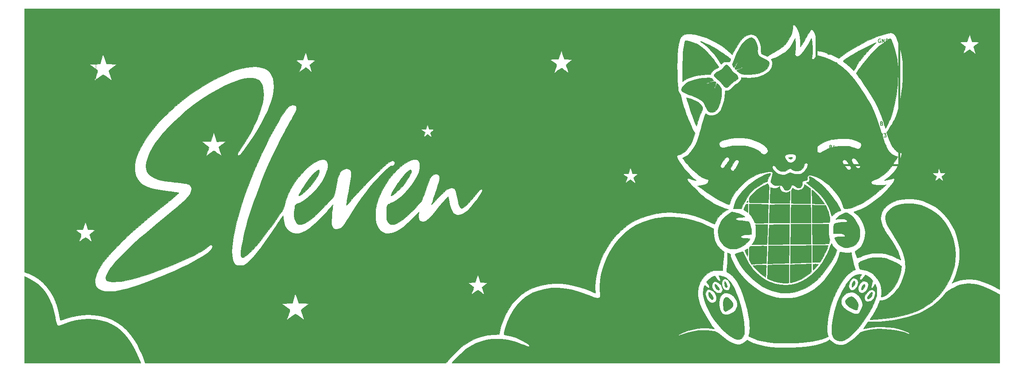
<source format=gbr>
G04 #@! TF.GenerationSoftware,KiCad,Pcbnew,(5.1.4)-1*
G04 #@! TF.CreationDate,2021-02-20T22:46:49-08:00*
G04 #@! TF.ProjectId,Rosies Board,526f7369-6573-4204-926f-6172642e6b69,rev?*
G04 #@! TF.SameCoordinates,Original*
G04 #@! TF.FileFunction,Legend,Top*
G04 #@! TF.FilePolarity,Positive*
%FSLAX46Y46*%
G04 Gerber Fmt 4.6, Leading zero omitted, Abs format (unit mm)*
G04 Created by KiCad (PCBNEW (5.1.4)-1) date 2021-02-20 22:46:49*
%MOMM*%
%LPD*%
G04 APERTURE LIST*
%ADD10C,0.010000*%
%ADD11C,0.120000*%
%ADD12C,0.381000*%
%ADD13C,0.150000*%
G04 APERTURE END LIST*
D10*
G36*
X193530498Y-48591171D02*
G01*
X193659408Y-48610731D01*
X193679580Y-48663473D01*
X193621314Y-48765878D01*
X193612783Y-48778813D01*
X193418746Y-48948873D01*
X193182852Y-48989764D01*
X192964417Y-48894360D01*
X192930309Y-48860820D01*
X192819080Y-48719247D01*
X192817490Y-48637059D01*
X192944573Y-48598645D01*
X193219364Y-48588392D01*
X193262554Y-48588313D01*
X193530498Y-48591171D01*
X193530498Y-48591171D01*
G37*
X193530498Y-48591171D02*
X193659408Y-48610731D01*
X193679580Y-48663473D01*
X193621314Y-48765878D01*
X193612783Y-48778813D01*
X193418746Y-48948873D01*
X193182852Y-48989764D01*
X192964417Y-48894360D01*
X192930309Y-48860820D01*
X192819080Y-48719247D01*
X192817490Y-48637059D01*
X192944573Y-48598645D01*
X193219364Y-48588392D01*
X193262554Y-48588313D01*
X193530498Y-48591171D01*
G36*
X179286260Y-75431436D02*
G01*
X179410805Y-75607936D01*
X179524268Y-75865178D01*
X179608511Y-76144367D01*
X179645398Y-76386708D01*
X179623377Y-76524294D01*
X179490420Y-76608092D01*
X179322019Y-76562406D01*
X179246704Y-76494185D01*
X179113406Y-76239113D01*
X179035563Y-75903958D01*
X179031534Y-75573855D01*
X179038609Y-75529079D01*
X179091289Y-75248270D01*
X179286260Y-75431436D01*
X179286260Y-75431436D01*
G37*
X179286260Y-75431436D02*
X179410805Y-75607936D01*
X179524268Y-75865178D01*
X179608511Y-76144367D01*
X179645398Y-76386708D01*
X179623377Y-76524294D01*
X179490420Y-76608092D01*
X179322019Y-76562406D01*
X179246704Y-76494185D01*
X179113406Y-76239113D01*
X179035563Y-75903958D01*
X179031534Y-75573855D01*
X179038609Y-75529079D01*
X179091289Y-75248270D01*
X179286260Y-75431436D01*
G36*
X177163602Y-75914560D02*
G01*
X177360735Y-76077412D01*
X177569862Y-76297697D01*
X177750174Y-76533582D01*
X177840977Y-76693395D01*
X177934791Y-76966504D01*
X177913611Y-77115444D01*
X177777139Y-77140622D01*
X177568254Y-77064047D01*
X177332418Y-76896662D01*
X177133377Y-76671280D01*
X177123754Y-76656166D01*
X177028878Y-76446942D01*
X176969146Y-76210993D01*
X176951416Y-76001163D01*
X176982546Y-75870295D01*
X177019269Y-75850980D01*
X177163602Y-75914560D01*
X177163602Y-75914560D01*
G37*
X177163602Y-75914560D02*
X177360735Y-76077412D01*
X177569862Y-76297697D01*
X177750174Y-76533582D01*
X177840977Y-76693395D01*
X177934791Y-76966504D01*
X177913611Y-77115444D01*
X177777139Y-77140622D01*
X177568254Y-77064047D01*
X177332418Y-76896662D01*
X177133377Y-76671280D01*
X177123754Y-76656166D01*
X177028878Y-76446942D01*
X176969146Y-76210993D01*
X176951416Y-76001163D01*
X176982546Y-75870295D01*
X177019269Y-75850980D01*
X177163602Y-75914560D01*
G36*
X175911249Y-77703105D02*
G01*
X176055838Y-77806316D01*
X176295036Y-78064813D01*
X176483652Y-78396852D01*
X176589485Y-78736064D01*
X176598960Y-78925684D01*
X176532879Y-79145554D01*
X176396379Y-79213270D01*
X176195926Y-79127552D01*
X176076382Y-79029212D01*
X175799166Y-78667528D01*
X175633097Y-78227461D01*
X175599227Y-77928032D01*
X175630221Y-77708182D01*
X175730554Y-77634186D01*
X175911249Y-77703105D01*
X175911249Y-77703105D01*
G37*
X175911249Y-77703105D02*
X176055838Y-77806316D01*
X176295036Y-78064813D01*
X176483652Y-78396852D01*
X176589485Y-78736064D01*
X176598960Y-78925684D01*
X176532879Y-79145554D01*
X176396379Y-79213270D01*
X176195926Y-79127552D01*
X176076382Y-79029212D01*
X175799166Y-78667528D01*
X175633097Y-78227461D01*
X175599227Y-77928032D01*
X175630221Y-77708182D01*
X175730554Y-77634186D01*
X175911249Y-77703105D01*
G36*
X179605188Y-78713784D02*
G01*
X179910181Y-78888654D01*
X180272091Y-79216372D01*
X180330368Y-79277121D01*
X180656665Y-79689911D01*
X180820824Y-80073274D01*
X180821393Y-80435353D01*
X180656922Y-80784291D01*
X180325961Y-81128232D01*
X179952755Y-81397346D01*
X179677424Y-81560912D01*
X179428195Y-81687760D01*
X179288171Y-81741387D01*
X179144517Y-81753198D01*
X179041239Y-81675127D01*
X178932121Y-81471882D01*
X178930430Y-81468195D01*
X178845797Y-81181098D01*
X178791826Y-80789430D01*
X178768668Y-80343290D01*
X178776475Y-79892779D01*
X178815396Y-79487994D01*
X178885583Y-79179034D01*
X178923270Y-79091989D01*
X179122577Y-78816878D01*
X179346269Y-78690334D01*
X179605188Y-78713784D01*
X179605188Y-78713784D01*
G37*
X179605188Y-78713784D02*
X179910181Y-78888654D01*
X180272091Y-79216372D01*
X180330368Y-79277121D01*
X180656665Y-79689911D01*
X180820824Y-80073274D01*
X180821393Y-80435353D01*
X180656922Y-80784291D01*
X180325961Y-81128232D01*
X179952755Y-81397346D01*
X179677424Y-81560912D01*
X179428195Y-81687760D01*
X179288171Y-81741387D01*
X179144517Y-81753198D01*
X179041239Y-81675127D01*
X178932121Y-81471882D01*
X178930430Y-81468195D01*
X178845797Y-81181098D01*
X178791826Y-80789430D01*
X178768668Y-80343290D01*
X178776475Y-79892779D01*
X178815396Y-79487994D01*
X178885583Y-79179034D01*
X178923270Y-79091989D01*
X179122577Y-78816878D01*
X179346269Y-78690334D01*
X179605188Y-78713784D01*
G36*
X206939652Y-75149136D02*
G01*
X207043769Y-75278579D01*
X207106588Y-75485427D01*
X207113506Y-75606413D01*
X207019706Y-75973423D01*
X206763201Y-76338521D01*
X206714011Y-76389433D01*
X206553779Y-76511642D01*
X206459113Y-76482913D01*
X206421306Y-76297963D01*
X206419753Y-76210813D01*
X206453945Y-75955872D01*
X206538981Y-75660965D01*
X206652328Y-75385806D01*
X206771452Y-75190107D01*
X206822817Y-75142690D01*
X206939652Y-75149136D01*
X206939652Y-75149136D01*
G37*
X206939652Y-75149136D02*
X207043769Y-75278579D01*
X207106588Y-75485427D01*
X207113506Y-75606413D01*
X207019706Y-75973423D01*
X206763201Y-76338521D01*
X206714011Y-76389433D01*
X206553779Y-76511642D01*
X206459113Y-76482913D01*
X206421306Y-76297963D01*
X206419753Y-76210813D01*
X206453945Y-75955872D01*
X206538981Y-75660965D01*
X206652328Y-75385806D01*
X206771452Y-75190107D01*
X206822817Y-75142690D01*
X206939652Y-75149136D01*
G36*
X209235812Y-76003106D02*
G01*
X209256206Y-76208961D01*
X209214721Y-76392746D01*
X209081210Y-76698213D01*
X208918614Y-76931852D01*
X208750559Y-77079359D01*
X208600673Y-77126429D01*
X208492584Y-77058756D01*
X208449918Y-76862035D01*
X208449894Y-76855806D01*
X208505210Y-76577859D01*
X208645120Y-76280533D01*
X208830565Y-76034708D01*
X208956570Y-75936354D01*
X209130774Y-75903115D01*
X209235812Y-76003106D01*
X209235812Y-76003106D01*
G37*
X209235812Y-76003106D02*
X209256206Y-76208961D01*
X209214721Y-76392746D01*
X209081210Y-76698213D01*
X208918614Y-76931852D01*
X208750559Y-77079359D01*
X208600673Y-77126429D01*
X208492584Y-77058756D01*
X208449918Y-76862035D01*
X208449894Y-76855806D01*
X208505210Y-76577859D01*
X208645120Y-76280533D01*
X208830565Y-76034708D01*
X208956570Y-75936354D01*
X209130774Y-75903115D01*
X209235812Y-76003106D01*
G36*
X210778124Y-77592745D02*
G01*
X210817764Y-77751300D01*
X210820560Y-77843366D01*
X210753833Y-78274329D01*
X210568683Y-78642354D01*
X210296488Y-78896809D01*
X210027586Y-79034683D01*
X209855064Y-79053701D01*
X209756457Y-78955629D01*
X209749928Y-78939792D01*
X209750868Y-78722645D01*
X209877715Y-78432414D01*
X210118007Y-78093627D01*
X210264708Y-77926618D01*
X210514580Y-77678459D01*
X210681391Y-77567817D01*
X210778124Y-77592745D01*
X210778124Y-77592745D01*
G37*
X210778124Y-77592745D02*
X210817764Y-77751300D01*
X210820560Y-77843366D01*
X210753833Y-78274329D01*
X210568683Y-78642354D01*
X210296488Y-78896809D01*
X210027586Y-79034683D01*
X209855064Y-79053701D01*
X209756457Y-78955629D01*
X209749928Y-78939792D01*
X209750868Y-78722645D01*
X209877715Y-78432414D01*
X210118007Y-78093627D01*
X210264708Y-77926618D01*
X210514580Y-77678459D01*
X210681391Y-77567817D01*
X210778124Y-77592745D01*
G36*
X206632890Y-78638385D02*
G01*
X206958007Y-78855637D01*
X207263533Y-79186625D01*
X207508619Y-79583165D01*
X207673197Y-79949214D01*
X207752693Y-80254279D01*
X207755663Y-80569312D01*
X207690665Y-80965266D01*
X207680878Y-81011479D01*
X207617562Y-81264142D01*
X207548233Y-81390784D01*
X207441824Y-81432851D01*
X207363378Y-81435094D01*
X207172937Y-81398017D01*
X206892941Y-81304700D01*
X206591950Y-81178851D01*
X206005634Y-80869081D01*
X205543189Y-80543415D01*
X205215045Y-80212654D01*
X205031631Y-79887595D01*
X205003376Y-79579038D01*
X205011278Y-79542148D01*
X205176316Y-79199479D01*
X205463295Y-78898883D01*
X205824949Y-78675877D01*
X206214012Y-78565983D01*
X206317804Y-78560313D01*
X206632890Y-78638385D01*
X206632890Y-78638385D01*
G37*
X206632890Y-78638385D02*
X206958007Y-78855637D01*
X207263533Y-79186625D01*
X207508619Y-79583165D01*
X207673197Y-79949214D01*
X207752693Y-80254279D01*
X207755663Y-80569312D01*
X207690665Y-80965266D01*
X207680878Y-81011479D01*
X207617562Y-81264142D01*
X207548233Y-81390784D01*
X207441824Y-81432851D01*
X207363378Y-81435094D01*
X207172937Y-81398017D01*
X206892941Y-81304700D01*
X206591950Y-81178851D01*
X206005634Y-80869081D01*
X205543189Y-80543415D01*
X205215045Y-80212654D01*
X205031631Y-79887595D01*
X205003376Y-79579038D01*
X205011278Y-79542148D01*
X205176316Y-79199479D01*
X205463295Y-78898883D01*
X205824949Y-78675877D01*
X206214012Y-78565983D01*
X206317804Y-78560313D01*
X206632890Y-78638385D01*
G36*
X111674408Y-51314022D02*
G01*
X111750874Y-51446633D01*
X111740259Y-51686892D01*
X111640695Y-52026245D01*
X111450316Y-52456133D01*
X111167255Y-52968002D01*
X110848402Y-53467058D01*
X110201523Y-54361946D01*
X109543733Y-55135546D01*
X108832621Y-55832949D01*
X108025777Y-56499245D01*
X107922908Y-56577441D01*
X107641302Y-56777860D01*
X107465636Y-56869638D01*
X107377708Y-56859301D01*
X107358307Y-56779813D01*
X107409262Y-56577360D01*
X107551447Y-56264040D01*
X107770482Y-55861351D01*
X108051985Y-55390789D01*
X108381574Y-54873850D01*
X108744870Y-54332032D01*
X109127491Y-53786831D01*
X109515055Y-53259744D01*
X109893183Y-52772268D01*
X110247492Y-52345899D01*
X110535077Y-52031197D01*
X110941196Y-51647648D01*
X111267702Y-51405973D01*
X111512729Y-51297617D01*
X111674408Y-51314022D01*
X111674408Y-51314022D01*
G37*
X111674408Y-51314022D02*
X111750874Y-51446633D01*
X111740259Y-51686892D01*
X111640695Y-52026245D01*
X111450316Y-52456133D01*
X111167255Y-52968002D01*
X110848402Y-53467058D01*
X110201523Y-54361946D01*
X109543733Y-55135546D01*
X108832621Y-55832949D01*
X108025777Y-56499245D01*
X107922908Y-56577441D01*
X107641302Y-56777860D01*
X107465636Y-56869638D01*
X107377708Y-56859301D01*
X107358307Y-56779813D01*
X107409262Y-56577360D01*
X107551447Y-56264040D01*
X107770482Y-55861351D01*
X108051985Y-55390789D01*
X108381574Y-54873850D01*
X108744870Y-54332032D01*
X109127491Y-53786831D01*
X109515055Y-53259744D01*
X109893183Y-52772268D01*
X110247492Y-52345899D01*
X110535077Y-52031197D01*
X110941196Y-51647648D01*
X111267702Y-51405973D01*
X111512729Y-51297617D01*
X111674408Y-51314022D01*
G36*
X91940541Y-51360487D02*
G01*
X91990107Y-51545335D01*
X91931385Y-51846675D01*
X91765935Y-52258994D01*
X91495318Y-52776776D01*
X91241902Y-53202646D01*
X90798489Y-53857203D01*
X90279131Y-54523635D01*
X89714572Y-55168562D01*
X89135555Y-55758603D01*
X88572826Y-56260380D01*
X88102878Y-56610790D01*
X87816914Y-56790012D01*
X87646465Y-56868235D01*
X87573396Y-56848441D01*
X87579573Y-56733614D01*
X87589984Y-56695146D01*
X87652492Y-56548489D01*
X87780962Y-56292140D01*
X87956349Y-55962859D01*
X88149262Y-55615646D01*
X88536593Y-54966153D01*
X88956676Y-54321617D01*
X89395736Y-53698415D01*
X89840001Y-53112921D01*
X90275697Y-52581512D01*
X90689050Y-52120563D01*
X91066288Y-51746450D01*
X91393637Y-51475547D01*
X91657323Y-51324230D01*
X91781124Y-51297646D01*
X91940541Y-51360487D01*
X91940541Y-51360487D01*
G37*
X91940541Y-51360487D02*
X91990107Y-51545335D01*
X91931385Y-51846675D01*
X91765935Y-52258994D01*
X91495318Y-52776776D01*
X91241902Y-53202646D01*
X90798489Y-53857203D01*
X90279131Y-54523635D01*
X89714572Y-55168562D01*
X89135555Y-55758603D01*
X88572826Y-56260380D01*
X88102878Y-56610790D01*
X87816914Y-56790012D01*
X87646465Y-56868235D01*
X87573396Y-56848441D01*
X87579573Y-56733614D01*
X87589984Y-56695146D01*
X87652492Y-56548489D01*
X87780962Y-56292140D01*
X87956349Y-55962859D01*
X88149262Y-55615646D01*
X88536593Y-54966153D01*
X88956676Y-54321617D01*
X89395736Y-53698415D01*
X89840001Y-53112921D01*
X90275697Y-52581512D01*
X90689050Y-52120563D01*
X91066288Y-51746450D01*
X91393637Y-51475547D01*
X91657323Y-51324230D01*
X91781124Y-51297646D01*
X91940541Y-51360487D01*
G36*
X174088821Y-23699401D02*
G01*
X174385645Y-23813631D01*
X174757669Y-23971074D01*
X175179781Y-24160288D01*
X175626867Y-24369833D01*
X176073816Y-24588267D01*
X176495514Y-24804149D01*
X176866848Y-25006039D01*
X177080894Y-25131398D01*
X177433515Y-25353710D01*
X177839363Y-25620905D01*
X178276215Y-25917091D01*
X178721848Y-26226380D01*
X179154039Y-26532883D01*
X179550565Y-26820710D01*
X179889203Y-27073973D01*
X180147731Y-27276782D01*
X180303925Y-27413248D01*
X180340560Y-27462029D01*
X180314215Y-27609547D01*
X180250469Y-27824076D01*
X180247005Y-27834082D01*
X180182156Y-27993246D01*
X180098440Y-28064770D01*
X179941817Y-28071622D01*
X179743513Y-28048074D01*
X179335441Y-28024409D01*
X179017079Y-28090649D01*
X178725200Y-28264013D01*
X178615152Y-28355330D01*
X178325972Y-28609234D01*
X178092770Y-28205940D01*
X177751815Y-27670402D01*
X177323979Y-27082593D01*
X176834008Y-26469960D01*
X176306648Y-25859950D01*
X175766644Y-25280013D01*
X175238742Y-24757596D01*
X174747688Y-24320146D01*
X174318228Y-23995112D01*
X174265727Y-23960965D01*
X174034154Y-23809127D01*
X173873366Y-23694597D01*
X173821227Y-23646342D01*
X173892311Y-23639824D01*
X174088821Y-23699401D01*
X174088821Y-23699401D01*
G37*
X174088821Y-23699401D02*
X174385645Y-23813631D01*
X174757669Y-23971074D01*
X175179781Y-24160288D01*
X175626867Y-24369833D01*
X176073816Y-24588267D01*
X176495514Y-24804149D01*
X176866848Y-25006039D01*
X177080894Y-25131398D01*
X177433515Y-25353710D01*
X177839363Y-25620905D01*
X178276215Y-25917091D01*
X178721848Y-26226380D01*
X179154039Y-26532883D01*
X179550565Y-26820710D01*
X179889203Y-27073973D01*
X180147731Y-27276782D01*
X180303925Y-27413248D01*
X180340560Y-27462029D01*
X180314215Y-27609547D01*
X180250469Y-27824076D01*
X180247005Y-27834082D01*
X180182156Y-27993246D01*
X180098440Y-28064770D01*
X179941817Y-28071622D01*
X179743513Y-28048074D01*
X179335441Y-28024409D01*
X179017079Y-28090649D01*
X178725200Y-28264013D01*
X178615152Y-28355330D01*
X178325972Y-28609234D01*
X178092770Y-28205940D01*
X177751815Y-27670402D01*
X177323979Y-27082593D01*
X176834008Y-26469960D01*
X176306648Y-25859950D01*
X175766644Y-25280013D01*
X175238742Y-24757596D01*
X174747688Y-24320146D01*
X174318228Y-23995112D01*
X174265727Y-23960965D01*
X174034154Y-23809127D01*
X173873366Y-23694597D01*
X173821227Y-23646342D01*
X173892311Y-23639824D01*
X174088821Y-23699401D01*
G36*
X211564799Y-23947702D02*
G01*
X211461736Y-24084725D01*
X211263400Y-24306841D01*
X210983663Y-24598417D01*
X210683308Y-24897957D01*
X210122668Y-25473412D01*
X209550679Y-26107799D01*
X208987586Y-26774996D01*
X208453636Y-27448883D01*
X207969074Y-28103341D01*
X207554145Y-28712249D01*
X207229095Y-29249485D01*
X207070220Y-29559480D01*
X206958534Y-29784666D01*
X206872087Y-29928991D01*
X206841722Y-29958091D01*
X206766344Y-29901912D01*
X206596614Y-29753014D01*
X206360167Y-29536123D01*
X206163894Y-29351523D01*
X205820790Y-29034939D01*
X205448818Y-28706367D01*
X205110169Y-28420295D01*
X204997334Y-28329469D01*
X204729576Y-28109286D01*
X204582648Y-27960344D01*
X204537298Y-27858756D01*
X204564088Y-27791970D01*
X204685045Y-27690092D01*
X204929513Y-27518190D01*
X205274296Y-27290801D01*
X205696199Y-27022466D01*
X206172025Y-26727723D01*
X206678580Y-26421113D01*
X207192669Y-26117173D01*
X207691095Y-25830445D01*
X207714908Y-25816979D01*
X208113226Y-25597742D01*
X208582468Y-25348754D01*
X209095246Y-25083592D01*
X209624176Y-24815833D01*
X210141871Y-24559053D01*
X210620946Y-24326829D01*
X211034014Y-24132738D01*
X211353690Y-23990355D01*
X211552588Y-23913259D01*
X211558715Y-23911407D01*
X211564799Y-23947702D01*
X211564799Y-23947702D01*
G37*
X211564799Y-23947702D02*
X211461736Y-24084725D01*
X211263400Y-24306841D01*
X210983663Y-24598417D01*
X210683308Y-24897957D01*
X210122668Y-25473412D01*
X209550679Y-26107799D01*
X208987586Y-26774996D01*
X208453636Y-27448883D01*
X207969074Y-28103341D01*
X207554145Y-28712249D01*
X207229095Y-29249485D01*
X207070220Y-29559480D01*
X206958534Y-29784666D01*
X206872087Y-29928991D01*
X206841722Y-29958091D01*
X206766344Y-29901912D01*
X206596614Y-29753014D01*
X206360167Y-29536123D01*
X206163894Y-29351523D01*
X205820790Y-29034939D01*
X205448818Y-28706367D01*
X205110169Y-28420295D01*
X204997334Y-28329469D01*
X204729576Y-28109286D01*
X204582648Y-27960344D01*
X204537298Y-27858756D01*
X204564088Y-27791970D01*
X204685045Y-27690092D01*
X204929513Y-27518190D01*
X205274296Y-27290801D01*
X205696199Y-27022466D01*
X206172025Y-26727723D01*
X206678580Y-26421113D01*
X207192669Y-26117173D01*
X207691095Y-25830445D01*
X207714908Y-25816979D01*
X208113226Y-25597742D01*
X208582468Y-25348754D01*
X209095246Y-25083592D01*
X209624176Y-24815833D01*
X210141871Y-24559053D01*
X210620946Y-24326829D01*
X211034014Y-24132738D01*
X211353690Y-23990355D01*
X211552588Y-23913259D01*
X211558715Y-23911407D01*
X211564799Y-23947702D01*
G36*
X185172274Y-22964665D02*
G01*
X185505825Y-23242938D01*
X185793704Y-23681988D01*
X185795823Y-23686175D01*
X185965515Y-24103011D01*
X186090124Y-24567376D01*
X186156393Y-25015330D01*
X186151067Y-25382936D01*
X186149592Y-25392496D01*
X186134652Y-25677242D01*
X186158265Y-26008126D01*
X186174297Y-26109904D01*
X186292325Y-26466020D01*
X186514473Y-26770368D01*
X186860338Y-27041167D01*
X187349515Y-27296638D01*
X187537371Y-27377240D01*
X188005655Y-27591438D01*
X188328434Y-27795524D01*
X188526756Y-28009936D01*
X188621671Y-28255109D01*
X188637894Y-28445740D01*
X188556599Y-28908084D01*
X188322547Y-29337821D01*
X187950481Y-29727173D01*
X187455147Y-30068361D01*
X186851290Y-30353604D01*
X186153656Y-30575124D01*
X185376989Y-30725142D01*
X184536034Y-30795877D01*
X184175296Y-30800149D01*
X183744055Y-30787281D01*
X183325382Y-30759285D01*
X182979310Y-30720882D01*
X182829297Y-30694315D01*
X182398116Y-30531956D01*
X182004481Y-30247908D01*
X181611929Y-29899170D01*
X182140411Y-29706884D01*
X182471197Y-29571909D01*
X182783639Y-29420375D01*
X182963714Y-29314789D01*
X183147187Y-29179276D01*
X183186007Y-29123095D01*
X183085931Y-29147787D01*
X182852717Y-29254897D01*
X182813687Y-29274566D01*
X182557754Y-29385000D01*
X182222075Y-29504895D01*
X181965883Y-29583322D01*
X181613584Y-29660395D01*
X181386576Y-29653776D01*
X181282655Y-29555271D01*
X181299619Y-29356683D01*
X181435262Y-29049818D01*
X181687382Y-28626482D01*
X181702311Y-28603192D01*
X181867152Y-28341183D01*
X181941408Y-28205141D01*
X181930114Y-28181282D01*
X181838311Y-28255825D01*
X181824732Y-28268313D01*
X181644108Y-28465072D01*
X181438766Y-28730646D01*
X181336739Y-28879421D01*
X181187919Y-29090882D01*
X181072567Y-29222376D01*
X181026567Y-29246265D01*
X180957555Y-29156895D01*
X180849252Y-28975144D01*
X180817281Y-28916302D01*
X180659001Y-28618936D01*
X181181288Y-27358040D01*
X181650198Y-26288780D01*
X182107138Y-25377818D01*
X182558648Y-24615133D01*
X183011271Y-23990705D01*
X183471547Y-23494512D01*
X183946017Y-23116534D01*
X183953118Y-23111817D01*
X184390368Y-22897374D01*
X184798604Y-22848900D01*
X185172274Y-22964665D01*
X185172274Y-22964665D01*
G37*
X185172274Y-22964665D02*
X185505825Y-23242938D01*
X185793704Y-23681988D01*
X185795823Y-23686175D01*
X185965515Y-24103011D01*
X186090124Y-24567376D01*
X186156393Y-25015330D01*
X186151067Y-25382936D01*
X186149592Y-25392496D01*
X186134652Y-25677242D01*
X186158265Y-26008126D01*
X186174297Y-26109904D01*
X186292325Y-26466020D01*
X186514473Y-26770368D01*
X186860338Y-27041167D01*
X187349515Y-27296638D01*
X187537371Y-27377240D01*
X188005655Y-27591438D01*
X188328434Y-27795524D01*
X188526756Y-28009936D01*
X188621671Y-28255109D01*
X188637894Y-28445740D01*
X188556599Y-28908084D01*
X188322547Y-29337821D01*
X187950481Y-29727173D01*
X187455147Y-30068361D01*
X186851290Y-30353604D01*
X186153656Y-30575124D01*
X185376989Y-30725142D01*
X184536034Y-30795877D01*
X184175296Y-30800149D01*
X183744055Y-30787281D01*
X183325382Y-30759285D01*
X182979310Y-30720882D01*
X182829297Y-30694315D01*
X182398116Y-30531956D01*
X182004481Y-30247908D01*
X181611929Y-29899170D01*
X182140411Y-29706884D01*
X182471197Y-29571909D01*
X182783639Y-29420375D01*
X182963714Y-29314789D01*
X183147187Y-29179276D01*
X183186007Y-29123095D01*
X183085931Y-29147787D01*
X182852717Y-29254897D01*
X182813687Y-29274566D01*
X182557754Y-29385000D01*
X182222075Y-29504895D01*
X181965883Y-29583322D01*
X181613584Y-29660395D01*
X181386576Y-29653776D01*
X181282655Y-29555271D01*
X181299619Y-29356683D01*
X181435262Y-29049818D01*
X181687382Y-28626482D01*
X181702311Y-28603192D01*
X181867152Y-28341183D01*
X181941408Y-28205141D01*
X181930114Y-28181282D01*
X181838311Y-28255825D01*
X181824732Y-28268313D01*
X181644108Y-28465072D01*
X181438766Y-28730646D01*
X181336739Y-28879421D01*
X181187919Y-29090882D01*
X181072567Y-29222376D01*
X181026567Y-29246265D01*
X180957555Y-29156895D01*
X180849252Y-28975144D01*
X180817281Y-28916302D01*
X180659001Y-28618936D01*
X181181288Y-27358040D01*
X181650198Y-26288780D01*
X182107138Y-25377818D01*
X182558648Y-24615133D01*
X183011271Y-23990705D01*
X183471547Y-23494512D01*
X183946017Y-23116534D01*
X183953118Y-23111817D01*
X184390368Y-22897374D01*
X184798604Y-22848900D01*
X185172274Y-22964665D01*
G36*
X170898772Y-23478825D02*
G01*
X170920023Y-23482774D01*
X171357358Y-23582707D01*
X171860615Y-23725356D01*
X172369697Y-23891304D01*
X172824507Y-24061135D01*
X173127234Y-24195903D01*
X173760840Y-24576727D01*
X174434345Y-25092983D01*
X175124563Y-25722960D01*
X175808305Y-26444949D01*
X176462383Y-27237238D01*
X176668819Y-27511854D01*
X176989943Y-27956927D01*
X177277228Y-28369110D01*
X177515731Y-28725754D01*
X177690510Y-29004210D01*
X177786624Y-29181829D01*
X177800560Y-29227382D01*
X177729452Y-29287236D01*
X177542731Y-29391797D01*
X177280305Y-29518781D01*
X177271394Y-29522834D01*
X176853854Y-29759713D01*
X176500694Y-30050201D01*
X176247626Y-30360304D01*
X176141605Y-30598199D01*
X176110096Y-30695049D01*
X176052081Y-30756381D01*
X175933994Y-30790323D01*
X175722268Y-30805004D01*
X175383334Y-30808552D01*
X175272548Y-30808653D01*
X174410328Y-30848321D01*
X173533987Y-30960761D01*
X172676543Y-31137182D01*
X171871009Y-31368795D01*
X171150403Y-31646809D01*
X170547738Y-31962435D01*
X170299568Y-32132658D01*
X170121931Y-32260397D01*
X170007398Y-32328727D01*
X169994584Y-32332313D01*
X169984752Y-32251151D01*
X169977892Y-32021634D01*
X169974091Y-31664718D01*
X169973437Y-31201355D01*
X169976017Y-30652502D01*
X169981920Y-30039111D01*
X169984217Y-29855813D01*
X170012613Y-28491249D01*
X170059996Y-27289239D01*
X170126879Y-26244015D01*
X170213775Y-25349808D01*
X170321197Y-24600852D01*
X170449657Y-23991377D01*
X170530679Y-23709766D01*
X170605450Y-23523590D01*
X170705953Y-23459550D01*
X170898772Y-23478825D01*
X170898772Y-23478825D01*
G37*
X170898772Y-23478825D02*
X170920023Y-23482774D01*
X171357358Y-23582707D01*
X171860615Y-23725356D01*
X172369697Y-23891304D01*
X172824507Y-24061135D01*
X173127234Y-24195903D01*
X173760840Y-24576727D01*
X174434345Y-25092983D01*
X175124563Y-25722960D01*
X175808305Y-26444949D01*
X176462383Y-27237238D01*
X176668819Y-27511854D01*
X176989943Y-27956927D01*
X177277228Y-28369110D01*
X177515731Y-28725754D01*
X177690510Y-29004210D01*
X177786624Y-29181829D01*
X177800560Y-29227382D01*
X177729452Y-29287236D01*
X177542731Y-29391797D01*
X177280305Y-29518781D01*
X177271394Y-29522834D01*
X176853854Y-29759713D01*
X176500694Y-30050201D01*
X176247626Y-30360304D01*
X176141605Y-30598199D01*
X176110096Y-30695049D01*
X176052081Y-30756381D01*
X175933994Y-30790323D01*
X175722268Y-30805004D01*
X175383334Y-30808552D01*
X175272548Y-30808653D01*
X174410328Y-30848321D01*
X173533987Y-30960761D01*
X172676543Y-31137182D01*
X171871009Y-31368795D01*
X171150403Y-31646809D01*
X170547738Y-31962435D01*
X170299568Y-32132658D01*
X170121931Y-32260397D01*
X170007398Y-32328727D01*
X169994584Y-32332313D01*
X169984752Y-32251151D01*
X169977892Y-32021634D01*
X169974091Y-31664718D01*
X169973437Y-31201355D01*
X169976017Y-30652502D01*
X169981920Y-30039111D01*
X169984217Y-29855813D01*
X170012613Y-28491249D01*
X170059996Y-27289239D01*
X170126879Y-26244015D01*
X170213775Y-25349808D01*
X170321197Y-24600852D01*
X170449657Y-23991377D01*
X170530679Y-23709766D01*
X170605450Y-23523590D01*
X170705953Y-23459550D01*
X170898772Y-23478825D01*
G36*
X179750614Y-28791507D02*
G01*
X180026921Y-29050252D01*
X180345348Y-29464285D01*
X180427964Y-29584703D01*
X180723009Y-29974807D01*
X181047800Y-30328928D01*
X181302062Y-30552558D01*
X181657864Y-30863450D01*
X181867177Y-31156728D01*
X181947214Y-31458092D01*
X181949227Y-31518841D01*
X181918409Y-31676001D01*
X181809109Y-31823293D01*
X181596052Y-31984146D01*
X181253967Y-32181986D01*
X181206130Y-32207678D01*
X180906038Y-32406545D01*
X180586879Y-32677020D01*
X180372230Y-32899504D01*
X180077933Y-33207370D01*
X179791780Y-33441991D01*
X179547620Y-33578016D01*
X179434598Y-33601755D01*
X179322932Y-33558725D01*
X179145849Y-33455396D01*
X179137563Y-33449960D01*
X178945725Y-33286495D01*
X178735896Y-33055270D01*
X178665468Y-32963685D01*
X178333338Y-32553845D01*
X177925849Y-32146492D01*
X177407210Y-31706374D01*
X177313727Y-31632292D01*
X177037888Y-31404515D01*
X176875953Y-31235824D01*
X176800701Y-31091715D01*
X176784560Y-30961553D01*
X176865675Y-30685923D01*
X177095139Y-30422972D01*
X177452127Y-30192771D01*
X177689044Y-30089729D01*
X178148160Y-29881597D01*
X178487062Y-29634943D01*
X178754863Y-29312583D01*
X178792789Y-29254047D01*
X179037516Y-28919321D01*
X179269603Y-28728811D01*
X179502739Y-28685283D01*
X179750614Y-28791507D01*
X179750614Y-28791507D01*
G37*
X179750614Y-28791507D02*
X180026921Y-29050252D01*
X180345348Y-29464285D01*
X180427964Y-29584703D01*
X180723009Y-29974807D01*
X181047800Y-30328928D01*
X181302062Y-30552558D01*
X181657864Y-30863450D01*
X181867177Y-31156728D01*
X181947214Y-31458092D01*
X181949227Y-31518841D01*
X181918409Y-31676001D01*
X181809109Y-31823293D01*
X181596052Y-31984146D01*
X181253967Y-32181986D01*
X181206130Y-32207678D01*
X180906038Y-32406545D01*
X180586879Y-32677020D01*
X180372230Y-32899504D01*
X180077933Y-33207370D01*
X179791780Y-33441991D01*
X179547620Y-33578016D01*
X179434598Y-33601755D01*
X179322932Y-33558725D01*
X179145849Y-33455396D01*
X179137563Y-33449960D01*
X178945725Y-33286495D01*
X178735896Y-33055270D01*
X178665468Y-32963685D01*
X178333338Y-32553845D01*
X177925849Y-32146492D01*
X177407210Y-31706374D01*
X177313727Y-31632292D01*
X177037888Y-31404515D01*
X176875953Y-31235824D01*
X176800701Y-31091715D01*
X176784560Y-30961553D01*
X176865675Y-30685923D01*
X177095139Y-30422972D01*
X177452127Y-30192771D01*
X177689044Y-30089729D01*
X178148160Y-29881597D01*
X178487062Y-29634943D01*
X178754863Y-29312583D01*
X178792789Y-29254047D01*
X179037516Y-28919321D01*
X179269603Y-28728811D01*
X179502739Y-28685283D01*
X179750614Y-28791507D01*
G36*
X175740631Y-31488471D02*
G01*
X175983131Y-31504492D01*
X176145600Y-31545031D01*
X176272682Y-31621408D01*
X176409024Y-31744944D01*
X176413629Y-31749405D01*
X176685760Y-32013165D01*
X175782660Y-32463215D01*
X175370224Y-32674801D01*
X175112949Y-32819559D01*
X175009637Y-32895668D01*
X175059091Y-32901306D01*
X175260114Y-32834651D01*
X175611508Y-32693884D01*
X175863593Y-32586313D01*
X176310989Y-32401740D01*
X176635736Y-32293947D01*
X176863829Y-32258613D01*
X177021266Y-32291416D01*
X177124885Y-32376644D01*
X177176573Y-32481060D01*
X177177455Y-32639581D01*
X177125023Y-32895762D01*
X177086531Y-33042842D01*
X176990415Y-33364684D01*
X176888854Y-33653619D01*
X176818991Y-33815441D01*
X176745239Y-33990080D01*
X176734868Y-34088631D01*
X176736150Y-34090125D01*
X176805803Y-34061158D01*
X176912540Y-33909896D01*
X177036880Y-33673651D01*
X177159345Y-33389737D01*
X177260453Y-33095464D01*
X177266612Y-33074083D01*
X177338139Y-32837693D01*
X177405079Y-32704292D01*
X177489191Y-32680280D01*
X177612232Y-32772059D01*
X177795959Y-32986030D01*
X178041774Y-33302135D01*
X178435560Y-33813980D01*
X178429350Y-34660646D01*
X178384149Y-35518308D01*
X178266491Y-36306403D01*
X178083733Y-37013248D01*
X177843236Y-37627160D01*
X177552360Y-38136454D01*
X177218463Y-38529448D01*
X176848905Y-38794457D01*
X176451047Y-38919797D01*
X176032246Y-38893787D01*
X175810894Y-38817567D01*
X175587074Y-38693389D01*
X175407268Y-38522021D01*
X175244440Y-38267745D01*
X175071555Y-37894844D01*
X175022287Y-37775686D01*
X174858162Y-37419231D01*
X174666700Y-37071461D01*
X174492480Y-36811969D01*
X174124603Y-36443220D01*
X173627473Y-36086634D01*
X173040621Y-35767960D01*
X172610631Y-35586114D01*
X171849719Y-35297133D01*
X171234180Y-35055259D01*
X170749275Y-34852486D01*
X170380265Y-34680805D01*
X170112411Y-34532208D01*
X169930974Y-34398688D01*
X169821214Y-34272237D01*
X169768393Y-34144847D01*
X169757227Y-34035853D01*
X169830903Y-33732753D01*
X170035184Y-33390013D01*
X170344950Y-33034503D01*
X170735080Y-32693089D01*
X171180452Y-32392642D01*
X171408227Y-32270003D01*
X171846378Y-32092934D01*
X172410494Y-31923511D01*
X173057209Y-31770311D01*
X173743156Y-31641913D01*
X174424970Y-31546896D01*
X175059285Y-31493836D01*
X175373453Y-31485646D01*
X175740631Y-31488471D01*
X175740631Y-31488471D01*
G37*
X175740631Y-31488471D02*
X175983131Y-31504492D01*
X176145600Y-31545031D01*
X176272682Y-31621408D01*
X176409024Y-31744944D01*
X176413629Y-31749405D01*
X176685760Y-32013165D01*
X175782660Y-32463215D01*
X175370224Y-32674801D01*
X175112949Y-32819559D01*
X175009637Y-32895668D01*
X175059091Y-32901306D01*
X175260114Y-32834651D01*
X175611508Y-32693884D01*
X175863593Y-32586313D01*
X176310989Y-32401740D01*
X176635736Y-32293947D01*
X176863829Y-32258613D01*
X177021266Y-32291416D01*
X177124885Y-32376644D01*
X177176573Y-32481060D01*
X177177455Y-32639581D01*
X177125023Y-32895762D01*
X177086531Y-33042842D01*
X176990415Y-33364684D01*
X176888854Y-33653619D01*
X176818991Y-33815441D01*
X176745239Y-33990080D01*
X176734868Y-34088631D01*
X176736150Y-34090125D01*
X176805803Y-34061158D01*
X176912540Y-33909896D01*
X177036880Y-33673651D01*
X177159345Y-33389737D01*
X177260453Y-33095464D01*
X177266612Y-33074083D01*
X177338139Y-32837693D01*
X177405079Y-32704292D01*
X177489191Y-32680280D01*
X177612232Y-32772059D01*
X177795959Y-32986030D01*
X178041774Y-33302135D01*
X178435560Y-33813980D01*
X178429350Y-34660646D01*
X178384149Y-35518308D01*
X178266491Y-36306403D01*
X178083733Y-37013248D01*
X177843236Y-37627160D01*
X177552360Y-38136454D01*
X177218463Y-38529448D01*
X176848905Y-38794457D01*
X176451047Y-38919797D01*
X176032246Y-38893787D01*
X175810894Y-38817567D01*
X175587074Y-38693389D01*
X175407268Y-38522021D01*
X175244440Y-38267745D01*
X175071555Y-37894844D01*
X175022287Y-37775686D01*
X174858162Y-37419231D01*
X174666700Y-37071461D01*
X174492480Y-36811969D01*
X174124603Y-36443220D01*
X173627473Y-36086634D01*
X173040621Y-35767960D01*
X172610631Y-35586114D01*
X171849719Y-35297133D01*
X171234180Y-35055259D01*
X170749275Y-34852486D01*
X170380265Y-34680805D01*
X170112411Y-34532208D01*
X169930974Y-34398688D01*
X169821214Y-34272237D01*
X169768393Y-34144847D01*
X169757227Y-34035853D01*
X169830903Y-33732753D01*
X170035184Y-33390013D01*
X170344950Y-33034503D01*
X170735080Y-32693089D01*
X171180452Y-32392642D01*
X171408227Y-32270003D01*
X171846378Y-32092934D01*
X172410494Y-31923511D01*
X173057209Y-31770311D01*
X173743156Y-31641913D01*
X174424970Y-31546896D01*
X175059285Y-31493836D01*
X175373453Y-31485646D01*
X175740631Y-31488471D01*
G36*
X170987666Y-35748961D02*
G01*
X171204423Y-35810926D01*
X171508978Y-35913701D01*
X171867362Y-36044445D01*
X172245606Y-36190323D01*
X172609742Y-36338494D01*
X172925800Y-36476121D01*
X173159811Y-36590366D01*
X173199020Y-36612312D01*
X173550673Y-36870022D01*
X173887932Y-37207863D01*
X174162926Y-37571915D01*
X174314602Y-37868919D01*
X174361479Y-38017101D01*
X174373473Y-38149086D01*
X174340891Y-38303658D01*
X174254040Y-38519596D01*
X174103227Y-38835683D01*
X174041802Y-38960414D01*
X173858881Y-39369500D01*
X173661846Y-39872994D01*
X173476924Y-40400846D01*
X173354961Y-40794890D01*
X173239995Y-41191277D01*
X173140477Y-41524340D01*
X173066026Y-41762597D01*
X173026267Y-41874567D01*
X173023697Y-41878732D01*
X172981658Y-41817269D01*
X172888545Y-41628073D01*
X172757834Y-41339955D01*
X172603001Y-40981728D01*
X172592191Y-40956155D01*
X172451488Y-40605076D01*
X172285944Y-40163130D01*
X172102960Y-39653024D01*
X171909935Y-39097463D01*
X171714266Y-38519153D01*
X171523353Y-37940800D01*
X171344594Y-37385110D01*
X171185390Y-36874790D01*
X171053138Y-36432544D01*
X170955238Y-36081079D01*
X170899088Y-35843101D01*
X170892088Y-35741315D01*
X170892675Y-35740643D01*
X170987666Y-35748961D01*
X170987666Y-35748961D01*
G37*
X170987666Y-35748961D02*
X171204423Y-35810926D01*
X171508978Y-35913701D01*
X171867362Y-36044445D01*
X172245606Y-36190323D01*
X172609742Y-36338494D01*
X172925800Y-36476121D01*
X173159811Y-36590366D01*
X173199020Y-36612312D01*
X173550673Y-36870022D01*
X173887932Y-37207863D01*
X174162926Y-37571915D01*
X174314602Y-37868919D01*
X174361479Y-38017101D01*
X174373473Y-38149086D01*
X174340891Y-38303658D01*
X174254040Y-38519596D01*
X174103227Y-38835683D01*
X174041802Y-38960414D01*
X173858881Y-39369500D01*
X173661846Y-39872994D01*
X173476924Y-40400846D01*
X173354961Y-40794890D01*
X173239995Y-41191277D01*
X173140477Y-41524340D01*
X173066026Y-41762597D01*
X173026267Y-41874567D01*
X173023697Y-41878732D01*
X172981658Y-41817269D01*
X172888545Y-41628073D01*
X172757834Y-41339955D01*
X172603001Y-40981728D01*
X172592191Y-40956155D01*
X172451488Y-40605076D01*
X172285944Y-40163130D01*
X172102960Y-39653024D01*
X171909935Y-39097463D01*
X171714266Y-38519153D01*
X171523353Y-37940800D01*
X171344594Y-37385110D01*
X171185390Y-36874790D01*
X171053138Y-36432544D01*
X170955238Y-36081079D01*
X170899088Y-35843101D01*
X170892088Y-35741315D01*
X170892675Y-35740643D01*
X170987666Y-35748961D01*
G36*
X214821211Y-23166109D02*
G01*
X214911346Y-23328808D01*
X214969901Y-23461371D01*
X215327898Y-24388005D01*
X215654513Y-25420660D01*
X215932305Y-26496602D01*
X216143833Y-27553093D01*
X216191613Y-27855845D01*
X216262217Y-28503397D01*
X216306479Y-29279213D01*
X216324627Y-30144324D01*
X216316893Y-31059760D01*
X216283506Y-31986551D01*
X216224699Y-32885726D01*
X216157778Y-33574158D01*
X215969659Y-35048484D01*
X215758352Y-36371272D01*
X215519987Y-37559214D01*
X215250693Y-38628999D01*
X214946599Y-39597319D01*
X214603834Y-40480864D01*
X214502667Y-40710339D01*
X214326707Y-41088425D01*
X214143644Y-41464046D01*
X213967809Y-41810007D01*
X213813533Y-42099112D01*
X213695146Y-42304166D01*
X213626978Y-42397974D01*
X213616094Y-42392798D01*
X213591970Y-42295220D01*
X213526826Y-42066873D01*
X213429740Y-41738739D01*
X213309792Y-41341800D01*
X213268724Y-41207465D01*
X212765185Y-39728517D01*
X212171214Y-38295691D01*
X211466643Y-36863926D01*
X210764232Y-35611553D01*
X210500585Y-35177967D01*
X210171447Y-34656973D01*
X209797467Y-34079445D01*
X209399291Y-33476254D01*
X208997569Y-32878273D01*
X208612948Y-32316374D01*
X208266077Y-31821429D01*
X207977602Y-31424312D01*
X207863192Y-31273980D01*
X207663206Y-31014274D01*
X207500895Y-30797970D01*
X207407697Y-30667056D01*
X207402141Y-30658241D01*
X207392001Y-30538804D01*
X207465740Y-30339908D01*
X207629165Y-30052333D01*
X207888083Y-29666858D01*
X208248299Y-29174262D01*
X208715619Y-28565325D01*
X208738639Y-28535835D01*
X209539420Y-27535679D01*
X210281861Y-26664404D01*
X210986890Y-25901255D01*
X211675434Y-25225477D01*
X212368418Y-24616316D01*
X213086771Y-24053017D01*
X213693827Y-23621420D01*
X214095084Y-23350453D01*
X214382785Y-23172657D01*
X214582596Y-23084814D01*
X214720182Y-23083704D01*
X214821211Y-23166109D01*
X214821211Y-23166109D01*
G37*
X214821211Y-23166109D02*
X214911346Y-23328808D01*
X214969901Y-23461371D01*
X215327898Y-24388005D01*
X215654513Y-25420660D01*
X215932305Y-26496602D01*
X216143833Y-27553093D01*
X216191613Y-27855845D01*
X216262217Y-28503397D01*
X216306479Y-29279213D01*
X216324627Y-30144324D01*
X216316893Y-31059760D01*
X216283506Y-31986551D01*
X216224699Y-32885726D01*
X216157778Y-33574158D01*
X215969659Y-35048484D01*
X215758352Y-36371272D01*
X215519987Y-37559214D01*
X215250693Y-38628999D01*
X214946599Y-39597319D01*
X214603834Y-40480864D01*
X214502667Y-40710339D01*
X214326707Y-41088425D01*
X214143644Y-41464046D01*
X213967809Y-41810007D01*
X213813533Y-42099112D01*
X213695146Y-42304166D01*
X213626978Y-42397974D01*
X213616094Y-42392798D01*
X213591970Y-42295220D01*
X213526826Y-42066873D01*
X213429740Y-41738739D01*
X213309792Y-41341800D01*
X213268724Y-41207465D01*
X212765185Y-39728517D01*
X212171214Y-38295691D01*
X211466643Y-36863926D01*
X210764232Y-35611553D01*
X210500585Y-35177967D01*
X210171447Y-34656973D01*
X209797467Y-34079445D01*
X209399291Y-33476254D01*
X208997569Y-32878273D01*
X208612948Y-32316374D01*
X208266077Y-31821429D01*
X207977602Y-31424312D01*
X207863192Y-31273980D01*
X207663206Y-31014274D01*
X207500895Y-30797970D01*
X207407697Y-30667056D01*
X207402141Y-30658241D01*
X207392001Y-30538804D01*
X207465740Y-30339908D01*
X207629165Y-30052333D01*
X207888083Y-29666858D01*
X208248299Y-29174262D01*
X208715619Y-28565325D01*
X208738639Y-28535835D01*
X209539420Y-27535679D01*
X210281861Y-26664404D01*
X210986890Y-25901255D01*
X211675434Y-25225477D01*
X212368418Y-24616316D01*
X213086771Y-24053017D01*
X213693827Y-23621420D01*
X214095084Y-23350453D01*
X214382785Y-23172657D01*
X214582596Y-23084814D01*
X214720182Y-23083704D01*
X214821211Y-23166109D01*
G36*
X184057794Y-57954058D02*
G01*
X184063201Y-58092146D01*
X184024830Y-58278629D01*
X183938894Y-58324980D01*
X183826103Y-58287877D01*
X183811894Y-58256495D01*
X183858116Y-58142197D01*
X183936201Y-58023662D01*
X184025454Y-57918969D01*
X184057794Y-57954058D01*
X184057794Y-57954058D01*
G37*
X184057794Y-57954058D02*
X184063201Y-58092146D01*
X184024830Y-58278629D01*
X183938894Y-58324980D01*
X183826103Y-58287877D01*
X183811894Y-58256495D01*
X183858116Y-58142197D01*
X183936201Y-58023662D01*
X184025454Y-57918969D01*
X184057794Y-57954058D01*
G36*
X188475456Y-54436559D02*
G01*
X188531502Y-54522995D01*
X188571075Y-54630243D01*
X188595900Y-54784577D01*
X188607702Y-55012271D01*
X188608204Y-55339599D01*
X188599131Y-55792833D01*
X188588956Y-56165980D01*
X188572245Y-56685228D01*
X188553220Y-57171166D01*
X188533537Y-57588003D01*
X188514854Y-57899945D01*
X188501754Y-58049813D01*
X188458185Y-58409646D01*
X186621872Y-58396960D01*
X186066953Y-58391607D01*
X185557287Y-58383839D01*
X185121503Y-58374317D01*
X184788228Y-58363707D01*
X184586088Y-58352672D01*
X184552727Y-58349003D01*
X184419266Y-58317258D01*
X184349881Y-58244343D01*
X184323721Y-58085368D01*
X184319894Y-57847777D01*
X184345640Y-57546005D01*
X184434476Y-57263962D01*
X184603793Y-56973097D01*
X184870986Y-56644859D01*
X185253447Y-56250698D01*
X185349952Y-56156958D01*
X185859552Y-55689951D01*
X186333410Y-55316755D01*
X186834022Y-54993253D01*
X187423883Y-54675331D01*
X187509300Y-54632646D01*
X188318322Y-54231138D01*
X188475456Y-54436559D01*
X188475456Y-54436559D01*
G37*
X188475456Y-54436559D02*
X188531502Y-54522995D01*
X188571075Y-54630243D01*
X188595900Y-54784577D01*
X188607702Y-55012271D01*
X188608204Y-55339599D01*
X188599131Y-55792833D01*
X188588956Y-56165980D01*
X188572245Y-56685228D01*
X188553220Y-57171166D01*
X188533537Y-57588003D01*
X188514854Y-57899945D01*
X188501754Y-58049813D01*
X188458185Y-58409646D01*
X186621872Y-58396960D01*
X186066953Y-58391607D01*
X185557287Y-58383839D01*
X185121503Y-58374317D01*
X184788228Y-58363707D01*
X184586088Y-58352672D01*
X184552727Y-58349003D01*
X184419266Y-58317258D01*
X184349881Y-58244343D01*
X184323721Y-58085368D01*
X184319894Y-57847777D01*
X184345640Y-57546005D01*
X184434476Y-57263962D01*
X184603793Y-56973097D01*
X184870986Y-56644859D01*
X185253447Y-56250698D01*
X185349952Y-56156958D01*
X185859552Y-55689951D01*
X186333410Y-55316755D01*
X186834022Y-54993253D01*
X187423883Y-54675331D01*
X187509300Y-54632646D01*
X188318322Y-54231138D01*
X188475456Y-54436559D01*
G36*
X190948133Y-54889805D02*
G01*
X190930961Y-54925107D01*
X190910513Y-55123123D01*
X190994836Y-55380501D01*
X191158024Y-55648910D01*
X191374171Y-55880021D01*
X191486824Y-55962098D01*
X191860985Y-56107029D01*
X192292417Y-56144026D01*
X192705806Y-56070491D01*
X192850060Y-56009118D01*
X193125227Y-55865298D01*
X193124491Y-56735305D01*
X193118741Y-57161546D01*
X193103941Y-57578924D01*
X193082727Y-57923434D01*
X193070364Y-58049813D01*
X193016974Y-58494313D01*
X191441267Y-58477999D01*
X190897008Y-58471000D01*
X190370210Y-58461764D01*
X189900659Y-58451168D01*
X189528143Y-58440090D01*
X189323532Y-58431292D01*
X188781504Y-58400898D01*
X188840738Y-56736121D01*
X188860393Y-56223708D01*
X188880425Y-55772122D01*
X188899451Y-55407534D01*
X188916087Y-55156114D01*
X188928949Y-55044031D01*
X188930398Y-55040919D01*
X189017505Y-55055050D01*
X189190785Y-55129675D01*
X189218488Y-55143736D01*
X189592773Y-55259240D01*
X190000908Y-55261274D01*
X190387090Y-55158664D01*
X190695516Y-54960235D01*
X190749927Y-54901562D01*
X190880185Y-54786735D01*
X190958910Y-54784462D01*
X190948133Y-54889805D01*
X190948133Y-54889805D01*
G37*
X190948133Y-54889805D02*
X190930961Y-54925107D01*
X190910513Y-55123123D01*
X190994836Y-55380501D01*
X191158024Y-55648910D01*
X191374171Y-55880021D01*
X191486824Y-55962098D01*
X191860985Y-56107029D01*
X192292417Y-56144026D01*
X192705806Y-56070491D01*
X192850060Y-56009118D01*
X193125227Y-55865298D01*
X193124491Y-56735305D01*
X193118741Y-57161546D01*
X193103941Y-57578924D01*
X193082727Y-57923434D01*
X193070364Y-58049813D01*
X193016974Y-58494313D01*
X191441267Y-58477999D01*
X190897008Y-58471000D01*
X190370210Y-58461764D01*
X189900659Y-58451168D01*
X189528143Y-58440090D01*
X189323532Y-58431292D01*
X188781504Y-58400898D01*
X188840738Y-56736121D01*
X188860393Y-56223708D01*
X188880425Y-55772122D01*
X188899451Y-55407534D01*
X188916087Y-55156114D01*
X188928949Y-55044031D01*
X188930398Y-55040919D01*
X189017505Y-55055050D01*
X189190785Y-55129675D01*
X189218488Y-55143736D01*
X189592773Y-55259240D01*
X190000908Y-55261274D01*
X190387090Y-55158664D01*
X190695516Y-54960235D01*
X190749927Y-54901562D01*
X190880185Y-54786735D01*
X190958910Y-54784462D01*
X190948133Y-54889805D01*
G36*
X196871727Y-54835678D02*
G01*
X197527894Y-55307325D01*
X197527894Y-58578980D01*
X196321394Y-58561124D01*
X195787320Y-58552079D01*
X195220101Y-58540577D01*
X194686770Y-58528083D01*
X194254360Y-58516058D01*
X194247060Y-58515828D01*
X193379227Y-58488389D01*
X193381109Y-57030851D01*
X193383763Y-56488812D01*
X193391770Y-56089459D01*
X193407611Y-55806167D01*
X193433768Y-55612314D01*
X193472722Y-55481274D01*
X193526953Y-55386426D01*
X193535410Y-55375163D01*
X193687829Y-55177014D01*
X194011009Y-55396330D01*
X194418376Y-55587651D01*
X194873218Y-55633219D01*
X195394049Y-55534012D01*
X195560360Y-55478198D01*
X195859522Y-55324523D01*
X196046176Y-55101501D01*
X196152586Y-54766385D01*
X196168589Y-54672339D01*
X196215560Y-54364032D01*
X196871727Y-54835678D01*
X196871727Y-54835678D01*
G37*
X196871727Y-54835678D02*
X197527894Y-55307325D01*
X197527894Y-58578980D01*
X196321394Y-58561124D01*
X195787320Y-58552079D01*
X195220101Y-58540577D01*
X194686770Y-58528083D01*
X194254360Y-58516058D01*
X194247060Y-58515828D01*
X193379227Y-58488389D01*
X193381109Y-57030851D01*
X193383763Y-56488812D01*
X193391770Y-56089459D01*
X193407611Y-55806167D01*
X193433768Y-55612314D01*
X193472722Y-55481274D01*
X193526953Y-55386426D01*
X193535410Y-55375163D01*
X193687829Y-55177014D01*
X194011009Y-55396330D01*
X194418376Y-55587651D01*
X194873218Y-55633219D01*
X195394049Y-55534012D01*
X195560360Y-55478198D01*
X195859522Y-55324523D01*
X196046176Y-55101501D01*
X196152586Y-54766385D01*
X196168589Y-54672339D01*
X196215560Y-54364032D01*
X196871727Y-54835678D01*
G36*
X197967320Y-55677805D02*
G01*
X198176215Y-55849611D01*
X198450916Y-56109060D01*
X198771078Y-56434148D01*
X199116358Y-56802870D01*
X199466410Y-57193221D01*
X199800890Y-57583198D01*
X200099451Y-57950796D01*
X200341750Y-58274011D01*
X200447435Y-58430813D01*
X200541579Y-58589514D01*
X200533910Y-58647591D01*
X200414229Y-58646831D01*
X200395131Y-58645075D01*
X200238623Y-58636366D01*
X199950787Y-58625571D01*
X199569595Y-58613935D01*
X199133021Y-58602704D01*
X199030727Y-58600352D01*
X197866560Y-58574201D01*
X197866217Y-58174424D01*
X197861691Y-57932273D01*
X197849631Y-57570417D01*
X197831885Y-57138225D01*
X197810818Y-56695146D01*
X197791148Y-56185686D01*
X197792693Y-55839930D01*
X197815586Y-55653569D01*
X197844578Y-55615646D01*
X197967320Y-55677805D01*
X197967320Y-55677805D01*
G37*
X197967320Y-55677805D02*
X198176215Y-55849611D01*
X198450916Y-56109060D01*
X198771078Y-56434148D01*
X199116358Y-56802870D01*
X199466410Y-57193221D01*
X199800890Y-57583198D01*
X200099451Y-57950796D01*
X200341750Y-58274011D01*
X200447435Y-58430813D01*
X200541579Y-58589514D01*
X200533910Y-58647591D01*
X200414229Y-58646831D01*
X200395131Y-58645075D01*
X200238623Y-58636366D01*
X199950787Y-58625571D01*
X199569595Y-58613935D01*
X199133021Y-58602704D01*
X199030727Y-58600352D01*
X197866560Y-58574201D01*
X197866217Y-58174424D01*
X197861691Y-57932273D01*
X197849631Y-57570417D01*
X197831885Y-57138225D01*
X197810818Y-56695146D01*
X197791148Y-56185686D01*
X197792693Y-55839930D01*
X197815586Y-55653569D01*
X197844578Y-55615646D01*
X197967320Y-55677805D01*
G36*
X197778501Y-23345049D02*
G01*
X197853735Y-23719946D01*
X197910710Y-24194501D01*
X197948959Y-24731668D01*
X197968013Y-25294397D01*
X197967403Y-25845642D01*
X197946661Y-26348354D01*
X197905318Y-26765484D01*
X197842906Y-27059986D01*
X197826055Y-27105224D01*
X197824598Y-27289728D01*
X197933760Y-27448138D01*
X198085167Y-27506313D01*
X198230836Y-27440253D01*
X198409459Y-27276615D01*
X198574262Y-27067210D01*
X198678472Y-26863847D01*
X198684710Y-26842208D01*
X198732401Y-26721175D01*
X198825767Y-26675138D01*
X199016641Y-26686531D01*
X199106202Y-26699350D01*
X199852392Y-26859824D01*
X200675752Y-27121415D01*
X201532999Y-27466224D01*
X202380853Y-27876348D01*
X203176032Y-28333887D01*
X203384463Y-28468798D01*
X204113837Y-28988676D01*
X204806293Y-29557635D01*
X205477961Y-30193260D01*
X206144970Y-30913131D01*
X206823453Y-31734830D01*
X207529538Y-32675941D01*
X208279356Y-33754044D01*
X208404832Y-33940980D01*
X209123181Y-35035858D01*
X209744757Y-36031259D01*
X210283323Y-36955987D01*
X210752640Y-37838845D01*
X211166472Y-38708635D01*
X211538580Y-39594161D01*
X211882728Y-40524225D01*
X212212677Y-41527632D01*
X212518326Y-42550046D01*
X212856286Y-43684900D01*
X213174462Y-44664267D01*
X213479633Y-45499898D01*
X213778577Y-46203543D01*
X214078076Y-46786952D01*
X214384907Y-47261876D01*
X214705852Y-47640064D01*
X215047688Y-47933266D01*
X215417197Y-48153234D01*
X215821156Y-48311716D01*
X215847248Y-48319711D01*
X216316221Y-48461313D01*
X215431821Y-49811997D01*
X215037508Y-50404823D01*
X214704183Y-50879463D01*
X214407355Y-51263904D01*
X214122528Y-51586133D01*
X213825211Y-51874138D01*
X213490910Y-52155906D01*
X213152240Y-52416762D01*
X212374362Y-52946086D01*
X211658135Y-53322302D01*
X211159227Y-53504190D01*
X210841111Y-53609973D01*
X210658315Y-53716852D01*
X210578512Y-53849790D01*
X210566560Y-53961891D01*
X210636296Y-54191824D01*
X210848815Y-54368650D01*
X211209085Y-54494062D01*
X211722073Y-54569755D01*
X212392745Y-54597425D01*
X212429786Y-54597576D01*
X212816991Y-54590211D01*
X213170516Y-54568760D01*
X213434893Y-54537163D01*
X213509286Y-54520890D01*
X213691291Y-54483137D01*
X213778201Y-54493632D01*
X213779509Y-54499723D01*
X213714757Y-54574768D01*
X213534013Y-54744303D01*
X213252184Y-54995395D01*
X212884175Y-55315110D01*
X212444891Y-55690516D01*
X211949238Y-56108680D01*
X211412122Y-56556667D01*
X211339833Y-56616583D01*
X210566894Y-57218496D01*
X209762881Y-57774248D01*
X208946957Y-58274918D01*
X208138286Y-58711587D01*
X207356033Y-59075335D01*
X206619361Y-59357241D01*
X205947434Y-59548386D01*
X205359416Y-59639851D01*
X204879463Y-59623575D01*
X204755798Y-59583940D01*
X204662640Y-59490755D01*
X204576802Y-59307605D01*
X204475094Y-58998076D01*
X204469538Y-58979819D01*
X204202057Y-58248352D01*
X203840620Y-57521655D01*
X203371089Y-56776867D01*
X202779325Y-55991124D01*
X202196493Y-55304218D01*
X201490709Y-54590786D01*
X200701151Y-53939176D01*
X199862102Y-53371981D01*
X199007843Y-52911793D01*
X198172658Y-52581204D01*
X197976115Y-52522900D01*
X197530878Y-52434130D01*
X197208456Y-52454496D01*
X196996141Y-52591614D01*
X196881222Y-52853101D01*
X196850560Y-53197337D01*
X196837328Y-53375000D01*
X196766484Y-53467228D01*
X196591309Y-53517830D01*
X196490727Y-53534771D01*
X196138691Y-53614218D01*
X195918699Y-53740811D01*
X195795305Y-53952763D01*
X195733063Y-54288289D01*
X195726130Y-54359084D01*
X195658431Y-54754492D01*
X195526594Y-55009441D01*
X195308707Y-55147460D01*
X194982856Y-55192074D01*
X194950070Y-55192313D01*
X194717352Y-55174068D01*
X194540880Y-55096344D01*
X194353274Y-54924658D01*
X194288311Y-54853646D01*
X194004232Y-54608079D01*
X193746232Y-54524852D01*
X193524574Y-54602686D01*
X193349517Y-54840304D01*
X193295689Y-54977225D01*
X193113577Y-55313568D01*
X192842189Y-55554743D01*
X192520108Y-55681719D01*
X192185916Y-55675466D01*
X192013432Y-55609691D01*
X191878825Y-55479400D01*
X191736823Y-55256466D01*
X191685315Y-55148629D01*
X191561320Y-54907464D01*
X191414904Y-54772242D01*
X191181305Y-54684952D01*
X191161710Y-54679596D01*
X190844844Y-54628056D01*
X190487226Y-54616895D01*
X190371482Y-54624570D01*
X189908351Y-54614891D01*
X189530912Y-54471700D01*
X189206484Y-54182568D01*
X189205196Y-54181039D01*
X189082276Y-54019004D01*
X189011270Y-53863173D01*
X188992073Y-53678040D01*
X189024580Y-53428100D01*
X189108687Y-53077846D01*
X189200946Y-52744281D01*
X189426457Y-51947249D01*
X189234462Y-51791781D01*
X189108717Y-51705687D01*
X188968396Y-51657432D01*
X188778867Y-51646248D01*
X188505500Y-51671369D01*
X188113664Y-51732029D01*
X187933693Y-51762983D01*
X187276603Y-51910679D01*
X186564174Y-52126447D01*
X185863299Y-52386929D01*
X185240870Y-52668767D01*
X185051889Y-52769275D01*
X184272033Y-53262519D01*
X183504897Y-53854964D01*
X182770341Y-54523600D01*
X182088226Y-55245418D01*
X181478415Y-55997410D01*
X180960768Y-56756565D01*
X180555146Y-57499876D01*
X180281410Y-58204332D01*
X180244099Y-58339073D01*
X180174670Y-58585792D01*
X180108080Y-58704292D01*
X180008501Y-58731213D01*
X179880139Y-58711262D01*
X179592898Y-58622409D01*
X179192054Y-58454263D01*
X178704791Y-58221619D01*
X178158293Y-57939271D01*
X177579746Y-57622013D01*
X176996333Y-57284640D01*
X176435241Y-56941946D01*
X175923653Y-56608725D01*
X175599227Y-56381525D01*
X175303623Y-56168113D01*
X174921758Y-55894887D01*
X174506031Y-55599234D01*
X174159894Y-55354499D01*
X173270894Y-54728012D01*
X173807575Y-54668138D01*
X174246712Y-54597579D01*
X174670928Y-54491867D01*
X175028696Y-54366222D01*
X175266922Y-54237079D01*
X175409284Y-54091935D01*
X175548106Y-53906824D01*
X175636018Y-53655168D01*
X175567686Y-53443462D01*
X175355897Y-53301532D01*
X175279283Y-53279822D01*
X174864957Y-53178646D01*
X174553828Y-53077093D01*
X174281692Y-52949274D01*
X173984346Y-52769299D01*
X173937444Y-52738724D01*
X173521412Y-52440591D01*
X173038077Y-52053878D01*
X172531896Y-51617220D01*
X172047325Y-51169253D01*
X171980296Y-51101882D01*
X180340560Y-51101882D01*
X180410151Y-51284238D01*
X180574589Y-51454115D01*
X180767374Y-51547647D01*
X180808883Y-51551646D01*
X180947528Y-51505029D01*
X181042794Y-51445813D01*
X181140959Y-51332041D01*
X181297235Y-51107624D01*
X181488543Y-50810518D01*
X181629317Y-50580697D01*
X189319120Y-50580697D01*
X189358369Y-50825336D01*
X189513956Y-51140858D01*
X189723960Y-51437663D01*
X190162521Y-51858754D01*
X190707314Y-52162611D01*
X191194422Y-52307993D01*
X191470961Y-52360411D01*
X191654066Y-52380769D01*
X191816585Y-52369021D01*
X192031362Y-52325123D01*
X192109227Y-52307418D01*
X192427987Y-52203482D01*
X192738200Y-52055177D01*
X192797754Y-52018553D01*
X193105281Y-51816443D01*
X193602087Y-52020702D01*
X194107950Y-52169044D01*
X194651117Y-52228643D01*
X195172564Y-52198025D01*
X195613268Y-52075722D01*
X195623620Y-52071078D01*
X195953867Y-51862659D01*
X196263717Y-51563420D01*
X196533488Y-51207346D01*
X196743496Y-50828424D01*
X196874061Y-50460637D01*
X196905498Y-50137972D01*
X196853218Y-49947945D01*
X196700810Y-49804026D01*
X196507823Y-49785772D01*
X196361205Y-49879480D01*
X196286331Y-50023742D01*
X196203358Y-50257475D01*
X196177942Y-50346258D01*
X196012720Y-50724231D01*
X195747431Y-51077993D01*
X195430143Y-51349967D01*
X195267102Y-51437258D01*
X194822998Y-51541456D01*
X194334847Y-51524815D01*
X193864605Y-51396669D01*
X193475467Y-51167392D01*
X193258069Y-51011712D01*
X193079095Y-50975693D01*
X192882801Y-51061679D01*
X192700018Y-51199984D01*
X192390467Y-51432932D01*
X192130405Y-51566090D01*
X191855132Y-51624708D01*
X191585626Y-51634920D01*
X191101383Y-51566765D01*
X190672900Y-51357646D01*
X190279380Y-50995759D01*
X190129109Y-50808276D01*
X189900658Y-50534523D01*
X189717686Y-50394987D01*
X189597006Y-50366313D01*
X189398050Y-50422502D01*
X189319120Y-50580697D01*
X181629317Y-50580697D01*
X181691806Y-50478681D01*
X181883947Y-50150068D01*
X182041887Y-49862636D01*
X182142550Y-49654341D01*
X182159221Y-49609583D01*
X182143520Y-49415020D01*
X182007843Y-49239709D01*
X181799681Y-49127986D01*
X181626598Y-49112351D01*
X181514158Y-49146573D01*
X181397959Y-49238096D01*
X181258254Y-49410789D01*
X181075296Y-49688520D01*
X180869727Y-50027183D01*
X180663825Y-50387673D01*
X180495341Y-50710741D01*
X180381760Y-50960880D01*
X180340560Y-51101882D01*
X171980296Y-51101882D01*
X171628820Y-50748613D01*
X171551365Y-50665041D01*
X171375602Y-50465849D01*
X178139227Y-50465849D01*
X178210021Y-50667827D01*
X178380616Y-50844764D01*
X178588334Y-50940605D01*
X178672799Y-50943019D01*
X178829258Y-50848571D01*
X179053715Y-50601082D01*
X179344854Y-50202006D01*
X179348285Y-50196980D01*
X179570219Y-49872165D01*
X179769351Y-49581586D01*
X179917950Y-49365665D01*
X179972253Y-49287430D01*
X180065562Y-49042680D01*
X180029323Y-48813491D01*
X179895069Y-48635210D01*
X179694333Y-48543182D01*
X179458650Y-48572756D01*
X179374777Y-48617695D01*
X179237702Y-48748024D01*
X179047725Y-48980475D01*
X178829058Y-49278830D01*
X178605914Y-49606871D01*
X178402506Y-49928382D01*
X178243047Y-50207143D01*
X178151749Y-50406938D01*
X178139227Y-50465849D01*
X171375602Y-50465849D01*
X171331674Y-50416066D01*
X171078520Y-50116392D01*
X170812803Y-49792433D01*
X170555422Y-49470600D01*
X170327275Y-49177308D01*
X170149262Y-48938969D01*
X170042282Y-48781997D01*
X170022260Y-48732502D01*
X170108410Y-48688658D01*
X170302665Y-48591035D01*
X170542303Y-48471100D01*
X170710322Y-48363060D01*
X192046408Y-48363060D01*
X192050947Y-48659934D01*
X192187764Y-49001375D01*
X192246122Y-49096079D01*
X192517095Y-49419392D01*
X192826946Y-49652395D01*
X193132671Y-49764980D01*
X193209894Y-49770827D01*
X193414919Y-49729391D01*
X193671911Y-49625693D01*
X193755254Y-49581753D01*
X193803439Y-49544044D01*
X204374408Y-49544044D01*
X204462951Y-49800068D01*
X204665920Y-50139262D01*
X204899632Y-50463242D01*
X205130286Y-50763157D01*
X205329536Y-51012838D01*
X205471733Y-51180671D01*
X205524049Y-51232850D01*
X205745209Y-51294174D01*
X205990203Y-51230045D01*
X206093727Y-51157524D01*
X206200924Y-51029905D01*
X206232272Y-50886078D01*
X206179677Y-50697914D01*
X206035047Y-50437282D01*
X205790288Y-50076052D01*
X205777308Y-50057711D01*
X205461178Y-49628239D01*
X205210021Y-49333097D01*
X205120492Y-49257332D01*
X206333227Y-49257332D01*
X206382978Y-49385964D01*
X206517993Y-49612736D01*
X206716914Y-49904234D01*
X206928565Y-50188665D01*
X207192167Y-50524049D01*
X207382234Y-50745663D01*
X207524979Y-50876574D01*
X207646617Y-50939849D01*
X207773361Y-50958555D01*
X207803975Y-50958980D01*
X208026406Y-50924241D01*
X208156638Y-50794345D01*
X208182693Y-50742474D01*
X208227596Y-50619237D01*
X208231950Y-50498481D01*
X208182769Y-50352993D01*
X208067065Y-50155560D01*
X207871854Y-49878968D01*
X207594183Y-49509213D01*
X207317266Y-49159213D01*
X207106058Y-48931694D01*
X206936706Y-48805430D01*
X206785358Y-48759194D01*
X206749635Y-48757646D01*
X206610282Y-48824794D01*
X206460023Y-48982544D01*
X206353475Y-49165356D01*
X206333227Y-49257332D01*
X205120492Y-49257332D01*
X205004914Y-49159524D01*
X204826935Y-49094760D01*
X204657164Y-49126044D01*
X204518492Y-49208749D01*
X204394764Y-49353001D01*
X204374408Y-49544044D01*
X193803439Y-49544044D01*
X194063101Y-49340837D01*
X194286163Y-49035465D01*
X194411787Y-48703426D01*
X194427321Y-48382505D01*
X194320113Y-48110487D01*
X194268151Y-48049999D01*
X194057074Y-47936869D01*
X193733019Y-47873030D01*
X193344366Y-47856432D01*
X192939500Y-47885023D01*
X192566802Y-47956754D01*
X192274656Y-48069571D01*
X192176184Y-48138673D01*
X192046408Y-48363060D01*
X170710322Y-48363060D01*
X170990728Y-48182753D01*
X171460258Y-47767710D01*
X171919513Y-47260266D01*
X172337108Y-46694721D01*
X172649289Y-46168423D01*
X172856054Y-45747825D01*
X177919288Y-45747825D01*
X178002198Y-46079693D01*
X178003625Y-46083118D01*
X178138921Y-46319220D01*
X178324801Y-46468559D01*
X178582642Y-46533678D01*
X178933820Y-46517121D01*
X179399712Y-46421429D01*
X179832560Y-46300667D01*
X180119025Y-46224137D01*
X180415110Y-46167729D01*
X180758250Y-46127345D01*
X181185877Y-46098887D01*
X181735427Y-46078256D01*
X181906894Y-46073565D01*
X182450438Y-46061435D01*
X182864812Y-46059278D01*
X183190041Y-46070244D01*
X183466152Y-46097482D01*
X183733169Y-46144142D01*
X184031119Y-46213372D01*
X184186850Y-46252959D01*
X184721271Y-46412220D01*
X185258398Y-46610479D01*
X185765527Y-46832098D01*
X186209952Y-47061439D01*
X186558971Y-47282863D01*
X186779878Y-47480733D01*
X186794615Y-47499925D01*
X187058558Y-47763034D01*
X187370048Y-47923032D01*
X187676759Y-47954156D01*
X187706560Y-47948898D01*
X187899229Y-47859046D01*
X188112368Y-47691149D01*
X188160252Y-47642334D01*
X188318996Y-47436781D01*
X188368935Y-47249069D01*
X188354798Y-47087152D01*
X188254174Y-46818370D01*
X198715109Y-46818370D01*
X198794918Y-47166470D01*
X199010518Y-47440330D01*
X199221227Y-47563193D01*
X199429454Y-47628961D01*
X199611658Y-47632480D01*
X199815469Y-47562190D01*
X200088515Y-47406531D01*
X200225023Y-47319563D01*
X200737782Y-47001871D01*
X201184811Y-46763324D01*
X201617313Y-46584656D01*
X202086492Y-46446601D01*
X202643553Y-46329894D01*
X203031227Y-46263725D01*
X203662694Y-46185283D01*
X204326312Y-46143735D01*
X204967647Y-46140013D01*
X205532264Y-46175048D01*
X205816690Y-46216027D01*
X206116628Y-46290564D01*
X206493475Y-46408481D01*
X206869050Y-46545176D01*
X206892976Y-46554694D01*
X207312526Y-46710518D01*
X207618830Y-46787117D01*
X207848180Y-46784716D01*
X208036868Y-46703540D01*
X208202406Y-46562826D01*
X208403468Y-46260042D01*
X208450303Y-45930711D01*
X208340985Y-45610761D01*
X208259394Y-45500596D01*
X208040815Y-45327586D01*
X207691713Y-45142153D01*
X207248689Y-44959134D01*
X206748344Y-44793370D01*
X206227279Y-44659698D01*
X206140036Y-44641387D01*
X205644463Y-44573970D01*
X205030043Y-44541225D01*
X204343370Y-44541725D01*
X203631039Y-44574047D01*
X202939644Y-44636765D01*
X202315778Y-44728453D01*
X202137351Y-44763821D01*
X201227759Y-45011258D01*
X200391105Y-45343936D01*
X199657375Y-45747712D01*
X199056554Y-46208441D01*
X199038004Y-46225703D01*
X198828947Y-46450936D01*
X198732706Y-46648415D01*
X198715109Y-46818370D01*
X188254174Y-46818370D01*
X188211308Y-46703871D01*
X187911547Y-46316215D01*
X187467859Y-45935361D01*
X186892590Y-45572488D01*
X186421649Y-45336726D01*
X185517231Y-44960329D01*
X184672955Y-44693221D01*
X183831428Y-44522792D01*
X182935257Y-44436433D01*
X182245560Y-44419252D01*
X181351601Y-44438617D01*
X180570435Y-44504208D01*
X179850219Y-44622649D01*
X179139109Y-44800565D01*
X179045489Y-44828150D01*
X178529897Y-45015408D01*
X178175455Y-45224938D01*
X177974479Y-45465992D01*
X177919288Y-45747825D01*
X172856054Y-45747825D01*
X172896034Y-45666500D01*
X173121245Y-45140170D01*
X173335389Y-44559459D01*
X173548934Y-43894393D01*
X173772346Y-43114998D01*
X173954150Y-42431720D01*
X174180995Y-41585835D01*
X174389090Y-40873633D01*
X174588892Y-40262002D01*
X174790856Y-39717831D01*
X174881567Y-39494903D01*
X175007494Y-39193517D01*
X175361768Y-39378175D01*
X175887477Y-39561417D01*
X176440725Y-39594718D01*
X176984681Y-39484757D01*
X177482513Y-39238217D01*
X177839703Y-38928696D01*
X178188973Y-38447663D01*
X178500808Y-37834598D01*
X178764261Y-37124719D01*
X178968384Y-36353244D01*
X179102230Y-35555390D01*
X179154849Y-34766374D01*
X179155227Y-34696853D01*
X179160603Y-34448631D01*
X179195699Y-34325706D01*
X179288969Y-34284049D01*
X179424829Y-34279646D01*
X179817775Y-34203807D01*
X180234503Y-33990062D01*
X180639373Y-33659071D01*
X180807567Y-33478119D01*
X181108019Y-33178920D01*
X181480072Y-32881337D01*
X181752539Y-32702428D01*
X182201052Y-32393073D01*
X182486856Y-32079945D01*
X182616522Y-31755008D01*
X182626244Y-31633813D01*
X182646413Y-31465005D01*
X182690060Y-31401674D01*
X182797774Y-31411063D01*
X183031277Y-31435550D01*
X183348167Y-31470625D01*
X183494023Y-31487210D01*
X184327795Y-31530700D01*
X185164835Y-31477859D01*
X185982715Y-31337186D01*
X186759007Y-31117177D01*
X187471283Y-30826331D01*
X188097114Y-30473145D01*
X188614072Y-30066117D01*
X188999729Y-29613744D01*
X189149723Y-29344352D01*
X189258201Y-28989084D01*
X189307945Y-28572079D01*
X189297411Y-28159028D01*
X189225054Y-27815623D01*
X189187705Y-27729468D01*
X189100861Y-27557663D01*
X189061441Y-27469237D01*
X189061227Y-27467703D01*
X189134034Y-27434614D01*
X189317867Y-27373436D01*
X189421060Y-27342136D01*
X189877913Y-27175978D01*
X190415682Y-26931372D01*
X190982764Y-26635288D01*
X191527559Y-26314696D01*
X191998466Y-25996567D01*
X192005661Y-25991242D01*
X192631624Y-25467185D01*
X193148388Y-24892346D01*
X193593396Y-24221141D01*
X193837876Y-23760619D01*
X194203098Y-23020592D01*
X194256829Y-23412603D01*
X194293180Y-23830885D01*
X194307820Y-24348770D01*
X194301550Y-24899880D01*
X194275169Y-25417840D01*
X194229478Y-25836270D01*
X194227461Y-25848773D01*
X194190265Y-26153028D01*
X194180163Y-26413757D01*
X194192131Y-26536650D01*
X194322025Y-26742459D01*
X194557268Y-26853951D01*
X194852256Y-26853540D01*
X194948032Y-26828164D01*
X195163273Y-26698995D01*
X195440588Y-26445149D01*
X195761431Y-26090860D01*
X196107259Y-25660363D01*
X196459527Y-25177890D01*
X196799689Y-24667677D01*
X197109200Y-24153957D01*
X197365739Y-23668762D01*
X197687262Y-23006210D01*
X197778501Y-23345049D01*
X197778501Y-23345049D01*
G37*
X197778501Y-23345049D02*
X197853735Y-23719946D01*
X197910710Y-24194501D01*
X197948959Y-24731668D01*
X197968013Y-25294397D01*
X197967403Y-25845642D01*
X197946661Y-26348354D01*
X197905318Y-26765484D01*
X197842906Y-27059986D01*
X197826055Y-27105224D01*
X197824598Y-27289728D01*
X197933760Y-27448138D01*
X198085167Y-27506313D01*
X198230836Y-27440253D01*
X198409459Y-27276615D01*
X198574262Y-27067210D01*
X198678472Y-26863847D01*
X198684710Y-26842208D01*
X198732401Y-26721175D01*
X198825767Y-26675138D01*
X199016641Y-26686531D01*
X199106202Y-26699350D01*
X199852392Y-26859824D01*
X200675752Y-27121415D01*
X201532999Y-27466224D01*
X202380853Y-27876348D01*
X203176032Y-28333887D01*
X203384463Y-28468798D01*
X204113837Y-28988676D01*
X204806293Y-29557635D01*
X205477961Y-30193260D01*
X206144970Y-30913131D01*
X206823453Y-31734830D01*
X207529538Y-32675941D01*
X208279356Y-33754044D01*
X208404832Y-33940980D01*
X209123181Y-35035858D01*
X209744757Y-36031259D01*
X210283323Y-36955987D01*
X210752640Y-37838845D01*
X211166472Y-38708635D01*
X211538580Y-39594161D01*
X211882728Y-40524225D01*
X212212677Y-41527632D01*
X212518326Y-42550046D01*
X212856286Y-43684900D01*
X213174462Y-44664267D01*
X213479633Y-45499898D01*
X213778577Y-46203543D01*
X214078076Y-46786952D01*
X214384907Y-47261876D01*
X214705852Y-47640064D01*
X215047688Y-47933266D01*
X215417197Y-48153234D01*
X215821156Y-48311716D01*
X215847248Y-48319711D01*
X216316221Y-48461313D01*
X215431821Y-49811997D01*
X215037508Y-50404823D01*
X214704183Y-50879463D01*
X214407355Y-51263904D01*
X214122528Y-51586133D01*
X213825211Y-51874138D01*
X213490910Y-52155906D01*
X213152240Y-52416762D01*
X212374362Y-52946086D01*
X211658135Y-53322302D01*
X211159227Y-53504190D01*
X210841111Y-53609973D01*
X210658315Y-53716852D01*
X210578512Y-53849790D01*
X210566560Y-53961891D01*
X210636296Y-54191824D01*
X210848815Y-54368650D01*
X211209085Y-54494062D01*
X211722073Y-54569755D01*
X212392745Y-54597425D01*
X212429786Y-54597576D01*
X212816991Y-54590211D01*
X213170516Y-54568760D01*
X213434893Y-54537163D01*
X213509286Y-54520890D01*
X213691291Y-54483137D01*
X213778201Y-54493632D01*
X213779509Y-54499723D01*
X213714757Y-54574768D01*
X213534013Y-54744303D01*
X213252184Y-54995395D01*
X212884175Y-55315110D01*
X212444891Y-55690516D01*
X211949238Y-56108680D01*
X211412122Y-56556667D01*
X211339833Y-56616583D01*
X210566894Y-57218496D01*
X209762881Y-57774248D01*
X208946957Y-58274918D01*
X208138286Y-58711587D01*
X207356033Y-59075335D01*
X206619361Y-59357241D01*
X205947434Y-59548386D01*
X205359416Y-59639851D01*
X204879463Y-59623575D01*
X204755798Y-59583940D01*
X204662640Y-59490755D01*
X204576802Y-59307605D01*
X204475094Y-58998076D01*
X204469538Y-58979819D01*
X204202057Y-58248352D01*
X203840620Y-57521655D01*
X203371089Y-56776867D01*
X202779325Y-55991124D01*
X202196493Y-55304218D01*
X201490709Y-54590786D01*
X200701151Y-53939176D01*
X199862102Y-53371981D01*
X199007843Y-52911793D01*
X198172658Y-52581204D01*
X197976115Y-52522900D01*
X197530878Y-52434130D01*
X197208456Y-52454496D01*
X196996141Y-52591614D01*
X196881222Y-52853101D01*
X196850560Y-53197337D01*
X196837328Y-53375000D01*
X196766484Y-53467228D01*
X196591309Y-53517830D01*
X196490727Y-53534771D01*
X196138691Y-53614218D01*
X195918699Y-53740811D01*
X195795305Y-53952763D01*
X195733063Y-54288289D01*
X195726130Y-54359084D01*
X195658431Y-54754492D01*
X195526594Y-55009441D01*
X195308707Y-55147460D01*
X194982856Y-55192074D01*
X194950070Y-55192313D01*
X194717352Y-55174068D01*
X194540880Y-55096344D01*
X194353274Y-54924658D01*
X194288311Y-54853646D01*
X194004232Y-54608079D01*
X193746232Y-54524852D01*
X193524574Y-54602686D01*
X193349517Y-54840304D01*
X193295689Y-54977225D01*
X193113577Y-55313568D01*
X192842189Y-55554743D01*
X192520108Y-55681719D01*
X192185916Y-55675466D01*
X192013432Y-55609691D01*
X191878825Y-55479400D01*
X191736823Y-55256466D01*
X191685315Y-55148629D01*
X191561320Y-54907464D01*
X191414904Y-54772242D01*
X191181305Y-54684952D01*
X191161710Y-54679596D01*
X190844844Y-54628056D01*
X190487226Y-54616895D01*
X190371482Y-54624570D01*
X189908351Y-54614891D01*
X189530912Y-54471700D01*
X189206484Y-54182568D01*
X189205196Y-54181039D01*
X189082276Y-54019004D01*
X189011270Y-53863173D01*
X188992073Y-53678040D01*
X189024580Y-53428100D01*
X189108687Y-53077846D01*
X189200946Y-52744281D01*
X189426457Y-51947249D01*
X189234462Y-51791781D01*
X189108717Y-51705687D01*
X188968396Y-51657432D01*
X188778867Y-51646248D01*
X188505500Y-51671369D01*
X188113664Y-51732029D01*
X187933693Y-51762983D01*
X187276603Y-51910679D01*
X186564174Y-52126447D01*
X185863299Y-52386929D01*
X185240870Y-52668767D01*
X185051889Y-52769275D01*
X184272033Y-53262519D01*
X183504897Y-53854964D01*
X182770341Y-54523600D01*
X182088226Y-55245418D01*
X181478415Y-55997410D01*
X180960768Y-56756565D01*
X180555146Y-57499876D01*
X180281410Y-58204332D01*
X180244099Y-58339073D01*
X180174670Y-58585792D01*
X180108080Y-58704292D01*
X180008501Y-58731213D01*
X179880139Y-58711262D01*
X179592898Y-58622409D01*
X179192054Y-58454263D01*
X178704791Y-58221619D01*
X178158293Y-57939271D01*
X177579746Y-57622013D01*
X176996333Y-57284640D01*
X176435241Y-56941946D01*
X175923653Y-56608725D01*
X175599227Y-56381525D01*
X175303623Y-56168113D01*
X174921758Y-55894887D01*
X174506031Y-55599234D01*
X174159894Y-55354499D01*
X173270894Y-54728012D01*
X173807575Y-54668138D01*
X174246712Y-54597579D01*
X174670928Y-54491867D01*
X175028696Y-54366222D01*
X175266922Y-54237079D01*
X175409284Y-54091935D01*
X175548106Y-53906824D01*
X175636018Y-53655168D01*
X175567686Y-53443462D01*
X175355897Y-53301532D01*
X175279283Y-53279822D01*
X174864957Y-53178646D01*
X174553828Y-53077093D01*
X174281692Y-52949274D01*
X173984346Y-52769299D01*
X173937444Y-52738724D01*
X173521412Y-52440591D01*
X173038077Y-52053878D01*
X172531896Y-51617220D01*
X172047325Y-51169253D01*
X171980296Y-51101882D01*
X180340560Y-51101882D01*
X180410151Y-51284238D01*
X180574589Y-51454115D01*
X180767374Y-51547647D01*
X180808883Y-51551646D01*
X180947528Y-51505029D01*
X181042794Y-51445813D01*
X181140959Y-51332041D01*
X181297235Y-51107624D01*
X181488543Y-50810518D01*
X181629317Y-50580697D01*
X189319120Y-50580697D01*
X189358369Y-50825336D01*
X189513956Y-51140858D01*
X189723960Y-51437663D01*
X190162521Y-51858754D01*
X190707314Y-52162611D01*
X191194422Y-52307993D01*
X191470961Y-52360411D01*
X191654066Y-52380769D01*
X191816585Y-52369021D01*
X192031362Y-52325123D01*
X192109227Y-52307418D01*
X192427987Y-52203482D01*
X192738200Y-52055177D01*
X192797754Y-52018553D01*
X193105281Y-51816443D01*
X193602087Y-52020702D01*
X194107950Y-52169044D01*
X194651117Y-52228643D01*
X195172564Y-52198025D01*
X195613268Y-52075722D01*
X195623620Y-52071078D01*
X195953867Y-51862659D01*
X196263717Y-51563420D01*
X196533488Y-51207346D01*
X196743496Y-50828424D01*
X196874061Y-50460637D01*
X196905498Y-50137972D01*
X196853218Y-49947945D01*
X196700810Y-49804026D01*
X196507823Y-49785772D01*
X196361205Y-49879480D01*
X196286331Y-50023742D01*
X196203358Y-50257475D01*
X196177942Y-50346258D01*
X196012720Y-50724231D01*
X195747431Y-51077993D01*
X195430143Y-51349967D01*
X195267102Y-51437258D01*
X194822998Y-51541456D01*
X194334847Y-51524815D01*
X193864605Y-51396669D01*
X193475467Y-51167392D01*
X193258069Y-51011712D01*
X193079095Y-50975693D01*
X192882801Y-51061679D01*
X192700018Y-51199984D01*
X192390467Y-51432932D01*
X192130405Y-51566090D01*
X191855132Y-51624708D01*
X191585626Y-51634920D01*
X191101383Y-51566765D01*
X190672900Y-51357646D01*
X190279380Y-50995759D01*
X190129109Y-50808276D01*
X189900658Y-50534523D01*
X189717686Y-50394987D01*
X189597006Y-50366313D01*
X189398050Y-50422502D01*
X189319120Y-50580697D01*
X181629317Y-50580697D01*
X181691806Y-50478681D01*
X181883947Y-50150068D01*
X182041887Y-49862636D01*
X182142550Y-49654341D01*
X182159221Y-49609583D01*
X182143520Y-49415020D01*
X182007843Y-49239709D01*
X181799681Y-49127986D01*
X181626598Y-49112351D01*
X181514158Y-49146573D01*
X181397959Y-49238096D01*
X181258254Y-49410789D01*
X181075296Y-49688520D01*
X180869727Y-50027183D01*
X180663825Y-50387673D01*
X180495341Y-50710741D01*
X180381760Y-50960880D01*
X180340560Y-51101882D01*
X171980296Y-51101882D01*
X171628820Y-50748613D01*
X171551365Y-50665041D01*
X171375602Y-50465849D01*
X178139227Y-50465849D01*
X178210021Y-50667827D01*
X178380616Y-50844764D01*
X178588334Y-50940605D01*
X178672799Y-50943019D01*
X178829258Y-50848571D01*
X179053715Y-50601082D01*
X179344854Y-50202006D01*
X179348285Y-50196980D01*
X179570219Y-49872165D01*
X179769351Y-49581586D01*
X179917950Y-49365665D01*
X179972253Y-49287430D01*
X180065562Y-49042680D01*
X180029323Y-48813491D01*
X179895069Y-48635210D01*
X179694333Y-48543182D01*
X179458650Y-48572756D01*
X179374777Y-48617695D01*
X179237702Y-48748024D01*
X179047725Y-48980475D01*
X178829058Y-49278830D01*
X178605914Y-49606871D01*
X178402506Y-49928382D01*
X178243047Y-50207143D01*
X178151749Y-50406938D01*
X178139227Y-50465849D01*
X171375602Y-50465849D01*
X171331674Y-50416066D01*
X171078520Y-50116392D01*
X170812803Y-49792433D01*
X170555422Y-49470600D01*
X170327275Y-49177308D01*
X170149262Y-48938969D01*
X170042282Y-48781997D01*
X170022260Y-48732502D01*
X170108410Y-48688658D01*
X170302665Y-48591035D01*
X170542303Y-48471100D01*
X170710322Y-48363060D01*
X192046408Y-48363060D01*
X192050947Y-48659934D01*
X192187764Y-49001375D01*
X192246122Y-49096079D01*
X192517095Y-49419392D01*
X192826946Y-49652395D01*
X193132671Y-49764980D01*
X193209894Y-49770827D01*
X193414919Y-49729391D01*
X193671911Y-49625693D01*
X193755254Y-49581753D01*
X193803439Y-49544044D01*
X204374408Y-49544044D01*
X204462951Y-49800068D01*
X204665920Y-50139262D01*
X204899632Y-50463242D01*
X205130286Y-50763157D01*
X205329536Y-51012838D01*
X205471733Y-51180671D01*
X205524049Y-51232850D01*
X205745209Y-51294174D01*
X205990203Y-51230045D01*
X206093727Y-51157524D01*
X206200924Y-51029905D01*
X206232272Y-50886078D01*
X206179677Y-50697914D01*
X206035047Y-50437282D01*
X205790288Y-50076052D01*
X205777308Y-50057711D01*
X205461178Y-49628239D01*
X205210021Y-49333097D01*
X205120492Y-49257332D01*
X206333227Y-49257332D01*
X206382978Y-49385964D01*
X206517993Y-49612736D01*
X206716914Y-49904234D01*
X206928565Y-50188665D01*
X207192167Y-50524049D01*
X207382234Y-50745663D01*
X207524979Y-50876574D01*
X207646617Y-50939849D01*
X207773361Y-50958555D01*
X207803975Y-50958980D01*
X208026406Y-50924241D01*
X208156638Y-50794345D01*
X208182693Y-50742474D01*
X208227596Y-50619237D01*
X208231950Y-50498481D01*
X208182769Y-50352993D01*
X208067065Y-50155560D01*
X207871854Y-49878968D01*
X207594183Y-49509213D01*
X207317266Y-49159213D01*
X207106058Y-48931694D01*
X206936706Y-48805430D01*
X206785358Y-48759194D01*
X206749635Y-48757646D01*
X206610282Y-48824794D01*
X206460023Y-48982544D01*
X206353475Y-49165356D01*
X206333227Y-49257332D01*
X205120492Y-49257332D01*
X205004914Y-49159524D01*
X204826935Y-49094760D01*
X204657164Y-49126044D01*
X204518492Y-49208749D01*
X204394764Y-49353001D01*
X204374408Y-49544044D01*
X193803439Y-49544044D01*
X194063101Y-49340837D01*
X194286163Y-49035465D01*
X194411787Y-48703426D01*
X194427321Y-48382505D01*
X194320113Y-48110487D01*
X194268151Y-48049999D01*
X194057074Y-47936869D01*
X193733019Y-47873030D01*
X193344366Y-47856432D01*
X192939500Y-47885023D01*
X192566802Y-47956754D01*
X192274656Y-48069571D01*
X192176184Y-48138673D01*
X192046408Y-48363060D01*
X170710322Y-48363060D01*
X170990728Y-48182753D01*
X171460258Y-47767710D01*
X171919513Y-47260266D01*
X172337108Y-46694721D01*
X172649289Y-46168423D01*
X172856054Y-45747825D01*
X177919288Y-45747825D01*
X178002198Y-46079693D01*
X178003625Y-46083118D01*
X178138921Y-46319220D01*
X178324801Y-46468559D01*
X178582642Y-46533678D01*
X178933820Y-46517121D01*
X179399712Y-46421429D01*
X179832560Y-46300667D01*
X180119025Y-46224137D01*
X180415110Y-46167729D01*
X180758250Y-46127345D01*
X181185877Y-46098887D01*
X181735427Y-46078256D01*
X181906894Y-46073565D01*
X182450438Y-46061435D01*
X182864812Y-46059278D01*
X183190041Y-46070244D01*
X183466152Y-46097482D01*
X183733169Y-46144142D01*
X184031119Y-46213372D01*
X184186850Y-46252959D01*
X184721271Y-46412220D01*
X185258398Y-46610479D01*
X185765527Y-46832098D01*
X186209952Y-47061439D01*
X186558971Y-47282863D01*
X186779878Y-47480733D01*
X186794615Y-47499925D01*
X187058558Y-47763034D01*
X187370048Y-47923032D01*
X187676759Y-47954156D01*
X187706560Y-47948898D01*
X187899229Y-47859046D01*
X188112368Y-47691149D01*
X188160252Y-47642334D01*
X188318996Y-47436781D01*
X188368935Y-47249069D01*
X188354798Y-47087152D01*
X188254174Y-46818370D01*
X198715109Y-46818370D01*
X198794918Y-47166470D01*
X199010518Y-47440330D01*
X199221227Y-47563193D01*
X199429454Y-47628961D01*
X199611658Y-47632480D01*
X199815469Y-47562190D01*
X200088515Y-47406531D01*
X200225023Y-47319563D01*
X200737782Y-47001871D01*
X201184811Y-46763324D01*
X201617313Y-46584656D01*
X202086492Y-46446601D01*
X202643553Y-46329894D01*
X203031227Y-46263725D01*
X203662694Y-46185283D01*
X204326312Y-46143735D01*
X204967647Y-46140013D01*
X205532264Y-46175048D01*
X205816690Y-46216027D01*
X206116628Y-46290564D01*
X206493475Y-46408481D01*
X206869050Y-46545176D01*
X206892976Y-46554694D01*
X207312526Y-46710518D01*
X207618830Y-46787117D01*
X207848180Y-46784716D01*
X208036868Y-46703540D01*
X208202406Y-46562826D01*
X208403468Y-46260042D01*
X208450303Y-45930711D01*
X208340985Y-45610761D01*
X208259394Y-45500596D01*
X208040815Y-45327586D01*
X207691713Y-45142153D01*
X207248689Y-44959134D01*
X206748344Y-44793370D01*
X206227279Y-44659698D01*
X206140036Y-44641387D01*
X205644463Y-44573970D01*
X205030043Y-44541225D01*
X204343370Y-44541725D01*
X203631039Y-44574047D01*
X202939644Y-44636765D01*
X202315778Y-44728453D01*
X202137351Y-44763821D01*
X201227759Y-45011258D01*
X200391105Y-45343936D01*
X199657375Y-45747712D01*
X199056554Y-46208441D01*
X199038004Y-46225703D01*
X198828947Y-46450936D01*
X198732706Y-46648415D01*
X198715109Y-46818370D01*
X188254174Y-46818370D01*
X188211308Y-46703871D01*
X187911547Y-46316215D01*
X187467859Y-45935361D01*
X186892590Y-45572488D01*
X186421649Y-45336726D01*
X185517231Y-44960329D01*
X184672955Y-44693221D01*
X183831428Y-44522792D01*
X182935257Y-44436433D01*
X182245560Y-44419252D01*
X181351601Y-44438617D01*
X180570435Y-44504208D01*
X179850219Y-44622649D01*
X179139109Y-44800565D01*
X179045489Y-44828150D01*
X178529897Y-45015408D01*
X178175455Y-45224938D01*
X177974479Y-45465992D01*
X177919288Y-45747825D01*
X172856054Y-45747825D01*
X172896034Y-45666500D01*
X173121245Y-45140170D01*
X173335389Y-44559459D01*
X173548934Y-43894393D01*
X173772346Y-43114998D01*
X173954150Y-42431720D01*
X174180995Y-41585835D01*
X174389090Y-40873633D01*
X174588892Y-40262002D01*
X174790856Y-39717831D01*
X174881567Y-39494903D01*
X175007494Y-39193517D01*
X175361768Y-39378175D01*
X175887477Y-39561417D01*
X176440725Y-39594718D01*
X176984681Y-39484757D01*
X177482513Y-39238217D01*
X177839703Y-38928696D01*
X178188973Y-38447663D01*
X178500808Y-37834598D01*
X178764261Y-37124719D01*
X178968384Y-36353244D01*
X179102230Y-35555390D01*
X179154849Y-34766374D01*
X179155227Y-34696853D01*
X179160603Y-34448631D01*
X179195699Y-34325706D01*
X179288969Y-34284049D01*
X179424829Y-34279646D01*
X179817775Y-34203807D01*
X180234503Y-33990062D01*
X180639373Y-33659071D01*
X180807567Y-33478119D01*
X181108019Y-33178920D01*
X181480072Y-32881337D01*
X181752539Y-32702428D01*
X182201052Y-32393073D01*
X182486856Y-32079945D01*
X182616522Y-31755008D01*
X182626244Y-31633813D01*
X182646413Y-31465005D01*
X182690060Y-31401674D01*
X182797774Y-31411063D01*
X183031277Y-31435550D01*
X183348167Y-31470625D01*
X183494023Y-31487210D01*
X184327795Y-31530700D01*
X185164835Y-31477859D01*
X185982715Y-31337186D01*
X186759007Y-31117177D01*
X187471283Y-30826331D01*
X188097114Y-30473145D01*
X188614072Y-30066117D01*
X188999729Y-29613744D01*
X189149723Y-29344352D01*
X189258201Y-28989084D01*
X189307945Y-28572079D01*
X189297411Y-28159028D01*
X189225054Y-27815623D01*
X189187705Y-27729468D01*
X189100861Y-27557663D01*
X189061441Y-27469237D01*
X189061227Y-27467703D01*
X189134034Y-27434614D01*
X189317867Y-27373436D01*
X189421060Y-27342136D01*
X189877913Y-27175978D01*
X190415682Y-26931372D01*
X190982764Y-26635288D01*
X191527559Y-26314696D01*
X191998466Y-25996567D01*
X192005661Y-25991242D01*
X192631624Y-25467185D01*
X193148388Y-24892346D01*
X193593396Y-24221141D01*
X193837876Y-23760619D01*
X194203098Y-23020592D01*
X194256829Y-23412603D01*
X194293180Y-23830885D01*
X194307820Y-24348770D01*
X194301550Y-24899880D01*
X194275169Y-25417840D01*
X194229478Y-25836270D01*
X194227461Y-25848773D01*
X194190265Y-26153028D01*
X194180163Y-26413757D01*
X194192131Y-26536650D01*
X194322025Y-26742459D01*
X194557268Y-26853951D01*
X194852256Y-26853540D01*
X194948032Y-26828164D01*
X195163273Y-26698995D01*
X195440588Y-26445149D01*
X195761431Y-26090860D01*
X196107259Y-25660363D01*
X196459527Y-25177890D01*
X196799689Y-24667677D01*
X197109200Y-24153957D01*
X197365739Y-23668762D01*
X197687262Y-23006210D01*
X197778501Y-23345049D01*
G36*
X188969275Y-52071063D02*
G01*
X188918043Y-52216904D01*
X188895819Y-52253997D01*
X188691246Y-52614736D01*
X188510273Y-52993620D01*
X188378517Y-53333178D01*
X188326987Y-53530051D01*
X188262800Y-53734423D01*
X188119128Y-53857701D01*
X187972890Y-53917697D01*
X187383541Y-54171124D01*
X186737587Y-54529843D01*
X186079382Y-54963199D01*
X185453278Y-55440537D01*
X184903631Y-55931204D01*
X184607800Y-56243418D01*
X184223151Y-56737606D01*
X183824706Y-57341115D01*
X183444639Y-58000292D01*
X183115124Y-58661482D01*
X183001646Y-58921802D01*
X182701211Y-59645625D01*
X181813357Y-59641469D01*
X180925502Y-59637313D01*
X180980626Y-59298646D01*
X181155225Y-58639051D01*
X181465015Y-57925424D01*
X181894203Y-57180389D01*
X182426990Y-56426571D01*
X183047581Y-55686592D01*
X183740179Y-54983077D01*
X184387160Y-54419786D01*
X185024893Y-53933206D01*
X185702298Y-53465715D01*
X186388800Y-53035203D01*
X187053825Y-52659561D01*
X187666799Y-52356679D01*
X188197147Y-52144448D01*
X188362907Y-52093419D01*
X188703860Y-52012982D01*
X188901932Y-52004309D01*
X188969275Y-52071063D01*
X188969275Y-52071063D01*
G37*
X188969275Y-52071063D02*
X188918043Y-52216904D01*
X188895819Y-52253997D01*
X188691246Y-52614736D01*
X188510273Y-52993620D01*
X188378517Y-53333178D01*
X188326987Y-53530051D01*
X188262800Y-53734423D01*
X188119128Y-53857701D01*
X187972890Y-53917697D01*
X187383541Y-54171124D01*
X186737587Y-54529843D01*
X186079382Y-54963199D01*
X185453278Y-55440537D01*
X184903631Y-55931204D01*
X184607800Y-56243418D01*
X184223151Y-56737606D01*
X183824706Y-57341115D01*
X183444639Y-58000292D01*
X183115124Y-58661482D01*
X183001646Y-58921802D01*
X182701211Y-59645625D01*
X181813357Y-59641469D01*
X180925502Y-59637313D01*
X180980626Y-59298646D01*
X181155225Y-58639051D01*
X181465015Y-57925424D01*
X181894203Y-57180389D01*
X182426990Y-56426571D01*
X183047581Y-55686592D01*
X183740179Y-54983077D01*
X184387160Y-54419786D01*
X185024893Y-53933206D01*
X185702298Y-53465715D01*
X186388800Y-53035203D01*
X187053825Y-52659561D01*
X187666799Y-52356679D01*
X188197147Y-52144448D01*
X188362907Y-52093419D01*
X188703860Y-52012982D01*
X188901932Y-52004309D01*
X188969275Y-52071063D01*
G36*
X184065894Y-59552646D02*
G01*
X184064017Y-59917556D01*
X184058941Y-60209810D01*
X184051500Y-60394446D01*
X184044727Y-60441284D01*
X183968730Y-60398363D01*
X183795667Y-60288305D01*
X183642560Y-60187669D01*
X183414642Y-60040715D01*
X183240716Y-59936764D01*
X183181508Y-59907347D01*
X183173353Y-59822708D01*
X183223437Y-59622482D01*
X183321313Y-59345855D01*
X183350842Y-59272238D01*
X183483701Y-58962847D01*
X183584816Y-58780175D01*
X183679981Y-58691681D01*
X183794989Y-58664826D01*
X183833060Y-58663922D01*
X184065894Y-58663646D01*
X184065894Y-59552646D01*
X184065894Y-59552646D01*
G37*
X184065894Y-59552646D02*
X184064017Y-59917556D01*
X184058941Y-60209810D01*
X184051500Y-60394446D01*
X184044727Y-60441284D01*
X183968730Y-60398363D01*
X183795667Y-60288305D01*
X183642560Y-60187669D01*
X183414642Y-60040715D01*
X183240716Y-59936764D01*
X183181508Y-59907347D01*
X183173353Y-59822708D01*
X183223437Y-59622482D01*
X183321313Y-59345855D01*
X183350842Y-59272238D01*
X183483701Y-58962847D01*
X183584816Y-58780175D01*
X183679981Y-58691681D01*
X183794989Y-58664826D01*
X183833060Y-58663922D01*
X184065894Y-58663646D01*
X184065894Y-59552646D01*
G36*
X197569566Y-52802536D02*
G01*
X197867667Y-52946927D01*
X198232310Y-53164794D01*
X198648357Y-53446528D01*
X199100676Y-53782520D01*
X199574130Y-54163162D01*
X200053585Y-54578844D01*
X200465416Y-54963064D01*
X201029972Y-55545390D01*
X201610037Y-56217999D01*
X202222547Y-57001685D01*
X202884438Y-57917242D01*
X202962205Y-58028646D01*
X203178245Y-58355598D01*
X203404141Y-58724909D01*
X203621416Y-59102895D01*
X203811592Y-59455870D01*
X203956192Y-59750145D01*
X204036739Y-59952037D01*
X204047227Y-60006777D01*
X203972889Y-60069973D01*
X203788422Y-60130129D01*
X203729727Y-60142197D01*
X203262403Y-60300956D01*
X202803420Y-60588762D01*
X202409279Y-60968919D01*
X202222823Y-61172869D01*
X202112493Y-61240151D01*
X202071707Y-61202816D01*
X202032526Y-61061286D01*
X201966026Y-60808915D01*
X201886259Y-60499065D01*
X201882418Y-60483980D01*
X201708253Y-59950073D01*
X201447377Y-59342133D01*
X201126141Y-58712185D01*
X200770895Y-58112254D01*
X200439552Y-57635304D01*
X199794047Y-56861947D01*
X199035349Y-56074356D01*
X198209410Y-55316152D01*
X197362179Y-54630955D01*
X196990088Y-54360758D01*
X196735868Y-54180816D01*
X196605150Y-54073622D01*
X196582573Y-54015018D01*
X196652775Y-53980849D01*
X196736088Y-53961356D01*
X196949724Y-53911182D01*
X197084664Y-53875078D01*
X197201893Y-53765441D01*
X197292914Y-53561387D01*
X197330425Y-53337829D01*
X197318383Y-53233797D01*
X197255771Y-53011944D01*
X197225855Y-52906313D01*
X197233525Y-52772620D01*
X197353140Y-52741231D01*
X197569566Y-52802536D01*
X197569566Y-52802536D01*
G37*
X197569566Y-52802536D02*
X197867667Y-52946927D01*
X198232310Y-53164794D01*
X198648357Y-53446528D01*
X199100676Y-53782520D01*
X199574130Y-54163162D01*
X200053585Y-54578844D01*
X200465416Y-54963064D01*
X201029972Y-55545390D01*
X201610037Y-56217999D01*
X202222547Y-57001685D01*
X202884438Y-57917242D01*
X202962205Y-58028646D01*
X203178245Y-58355598D01*
X203404141Y-58724909D01*
X203621416Y-59102895D01*
X203811592Y-59455870D01*
X203956192Y-59750145D01*
X204036739Y-59952037D01*
X204047227Y-60006777D01*
X203972889Y-60069973D01*
X203788422Y-60130129D01*
X203729727Y-60142197D01*
X203262403Y-60300956D01*
X202803420Y-60588762D01*
X202409279Y-60968919D01*
X202222823Y-61172869D01*
X202112493Y-61240151D01*
X202071707Y-61202816D01*
X202032526Y-61061286D01*
X201966026Y-60808915D01*
X201886259Y-60499065D01*
X201882418Y-60483980D01*
X201708253Y-59950073D01*
X201447377Y-59342133D01*
X201126141Y-58712185D01*
X200770895Y-58112254D01*
X200439552Y-57635304D01*
X199794047Y-56861947D01*
X199035349Y-56074356D01*
X198209410Y-55316152D01*
X197362179Y-54630955D01*
X196990088Y-54360758D01*
X196735868Y-54180816D01*
X196605150Y-54073622D01*
X196582573Y-54015018D01*
X196652775Y-53980849D01*
X196736088Y-53961356D01*
X196949724Y-53911182D01*
X197084664Y-53875078D01*
X197201893Y-53765441D01*
X197292914Y-53561387D01*
X197330425Y-53337829D01*
X197318383Y-53233797D01*
X197255771Y-53011944D01*
X197225855Y-52906313D01*
X197233525Y-52772620D01*
X197353140Y-52741231D01*
X197569566Y-52802536D01*
G36*
X198438060Y-58862468D02*
G01*
X198784901Y-58886627D01*
X199226475Y-58905347D01*
X199688206Y-58915797D01*
X199875967Y-58917044D01*
X200742374Y-58917646D01*
X200966655Y-59360243D01*
X201197241Y-59871492D01*
X201395355Y-60418655D01*
X201552676Y-60966677D01*
X201660882Y-61480498D01*
X201711653Y-61925062D01*
X201696668Y-62265311D01*
X201675948Y-62348502D01*
X201578761Y-62642980D01*
X200844494Y-62643323D01*
X200451166Y-62648066D01*
X199958424Y-62660631D01*
X199435902Y-62678973D01*
X199051894Y-62696001D01*
X198644032Y-62710870D01*
X198298523Y-62713495D01*
X198049934Y-62704320D01*
X197932834Y-62683791D01*
X197930060Y-62681546D01*
X197911733Y-62580972D01*
X197895478Y-62336107D01*
X197882103Y-61971992D01*
X197872415Y-61513665D01*
X197867220Y-60986165D01*
X197866560Y-60711625D01*
X197866560Y-58808493D01*
X198438060Y-58862468D01*
X198438060Y-58862468D01*
G37*
X198438060Y-58862468D02*
X198784901Y-58886627D01*
X199226475Y-58905347D01*
X199688206Y-58915797D01*
X199875967Y-58917044D01*
X200742374Y-58917646D01*
X200966655Y-59360243D01*
X201197241Y-59871492D01*
X201395355Y-60418655D01*
X201552676Y-60966677D01*
X201660882Y-61480498D01*
X201711653Y-61925062D01*
X201696668Y-62265311D01*
X201675948Y-62348502D01*
X201578761Y-62642980D01*
X200844494Y-62643323D01*
X200451166Y-62648066D01*
X199958424Y-62660631D01*
X199435902Y-62678973D01*
X199051894Y-62696001D01*
X198644032Y-62710870D01*
X198298523Y-62713495D01*
X198049934Y-62704320D01*
X197932834Y-62683791D01*
X197930060Y-62681546D01*
X197911733Y-62580972D01*
X197895478Y-62336107D01*
X197882103Y-61971992D01*
X197872415Y-61513665D01*
X197867220Y-60986165D01*
X197866560Y-60711625D01*
X197866560Y-58808493D01*
X198438060Y-58862468D01*
G36*
X197558719Y-59225797D02*
G01*
X197576229Y-59438438D01*
X197591359Y-59784270D01*
X197603109Y-60227154D01*
X197610482Y-60730953D01*
X197612560Y-61173130D01*
X197612560Y-62727646D01*
X193294560Y-62727646D01*
X193295296Y-61224813D01*
X193298583Y-60700516D01*
X193307217Y-60201493D01*
X193320124Y-59766347D01*
X193336230Y-59433682D01*
X193349423Y-59277480D01*
X193402813Y-58832980D01*
X197504877Y-58832980D01*
X197558719Y-59225797D01*
X197558719Y-59225797D01*
G37*
X197558719Y-59225797D02*
X197576229Y-59438438D01*
X197591359Y-59784270D01*
X197603109Y-60227154D01*
X197610482Y-60730953D01*
X197612560Y-61173130D01*
X197612560Y-62727646D01*
X193294560Y-62727646D01*
X193295296Y-61224813D01*
X193298583Y-60700516D01*
X193307217Y-60201493D01*
X193320124Y-59766347D01*
X193336230Y-59433682D01*
X193349423Y-59277480D01*
X193402813Y-58832980D01*
X197504877Y-58832980D01*
X197558719Y-59225797D01*
G36*
X193040560Y-62727646D02*
G01*
X188627714Y-62727646D01*
X188681842Y-60843813D01*
X188699003Y-60291724D01*
X188716937Y-59793949D01*
X188734513Y-59376340D01*
X188750600Y-59064747D01*
X188764066Y-58885023D01*
X188768942Y-58854146D01*
X188819975Y-58819649D01*
X188959229Y-58792912D01*
X189202032Y-58773179D01*
X189563713Y-58759697D01*
X190059604Y-58751713D01*
X190705033Y-58748473D01*
X190921236Y-58748313D01*
X193040560Y-58748313D01*
X193040560Y-62727646D01*
X193040560Y-62727646D01*
G37*
X193040560Y-62727646D02*
X188627714Y-62727646D01*
X188681842Y-60843813D01*
X188699003Y-60291724D01*
X188716937Y-59793949D01*
X188734513Y-59376340D01*
X188750600Y-59064747D01*
X188764066Y-58885023D01*
X188768942Y-58854146D01*
X188819975Y-58819649D01*
X188959229Y-58792912D01*
X189202032Y-58773179D01*
X189563713Y-58759697D01*
X190059604Y-58751713D01*
X190705033Y-58748473D01*
X190921236Y-58748313D01*
X193040560Y-58748313D01*
X193040560Y-62727646D01*
G36*
X186683801Y-58666150D02*
G01*
X187195688Y-58673146D01*
X187635627Y-58683858D01*
X187973942Y-58697510D01*
X188180954Y-58713326D01*
X188211464Y-58718060D01*
X188483534Y-58772474D01*
X188423243Y-60728894D01*
X188405686Y-61284680D01*
X188389219Y-61779919D01*
X188374699Y-62190892D01*
X188362982Y-62493880D01*
X188354926Y-62665166D01*
X188352256Y-62694830D01*
X188268622Y-62701057D01*
X188044623Y-62712069D01*
X187709120Y-62726594D01*
X187290975Y-62743356D01*
X187009866Y-62754055D01*
X186507675Y-62771902D01*
X186147598Y-62780318D01*
X185902558Y-62776814D01*
X185745478Y-62758903D01*
X185649283Y-62724097D01*
X185586895Y-62669908D01*
X185549366Y-62619865D01*
X185452157Y-62453462D01*
X185420560Y-62356080D01*
X185375345Y-62237302D01*
X185256901Y-62021399D01*
X185091033Y-61748603D01*
X184903545Y-61459144D01*
X184720242Y-61193252D01*
X184566927Y-60991160D01*
X184494191Y-60911805D01*
X184420645Y-60830684D01*
X184371156Y-60723520D01*
X184341048Y-60558054D01*
X184325647Y-60302026D01*
X184320281Y-59923176D01*
X184319894Y-59708857D01*
X184319894Y-58663646D01*
X186129644Y-58663646D01*
X186683801Y-58666150D01*
X186683801Y-58666150D01*
G37*
X186683801Y-58666150D02*
X187195688Y-58673146D01*
X187635627Y-58683858D01*
X187973942Y-58697510D01*
X188180954Y-58713326D01*
X188211464Y-58718060D01*
X188483534Y-58772474D01*
X188423243Y-60728894D01*
X188405686Y-61284680D01*
X188389219Y-61779919D01*
X188374699Y-62190892D01*
X188362982Y-62493880D01*
X188354926Y-62665166D01*
X188352256Y-62694830D01*
X188268622Y-62701057D01*
X188044623Y-62712069D01*
X187709120Y-62726594D01*
X187290975Y-62743356D01*
X187009866Y-62754055D01*
X186507675Y-62771902D01*
X186147598Y-62780318D01*
X185902558Y-62776814D01*
X185745478Y-62758903D01*
X185649283Y-62724097D01*
X185586895Y-62669908D01*
X185549366Y-62619865D01*
X185452157Y-62453462D01*
X185420560Y-62356080D01*
X185375345Y-62237302D01*
X185256901Y-62021399D01*
X185091033Y-61748603D01*
X184903545Y-61459144D01*
X184720242Y-61193252D01*
X184566927Y-60991160D01*
X184494191Y-60911805D01*
X184420645Y-60830684D01*
X184371156Y-60723520D01*
X184341048Y-60558054D01*
X184325647Y-60302026D01*
X184320281Y-59923176D01*
X184319894Y-59708857D01*
X184319894Y-58663646D01*
X186129644Y-58663646D01*
X186683801Y-58666150D01*
G36*
X201435044Y-64039131D02*
G01*
X201429892Y-64650532D01*
X201455470Y-65146439D01*
X201515207Y-65578476D01*
X201547937Y-65738258D01*
X201621069Y-66109270D01*
X201646067Y-66384383D01*
X201625571Y-66629239D01*
X201590508Y-66797420D01*
X201490337Y-67214980D01*
X199953615Y-67221271D01*
X199447683Y-67225228D01*
X198989813Y-67232336D01*
X198611258Y-67241832D01*
X198343269Y-67252954D01*
X198223691Y-67263486D01*
X198059861Y-67252203D01*
X197997837Y-67193694D01*
X197986657Y-67082493D01*
X197972701Y-66826616D01*
X197956935Y-66450679D01*
X197940325Y-65979298D01*
X197923840Y-65437088D01*
X197913049Y-65034813D01*
X197860913Y-62981646D01*
X199662903Y-62981626D01*
X201464894Y-62981606D01*
X201435044Y-64039131D01*
X201435044Y-64039131D01*
G37*
X201435044Y-64039131D02*
X201429892Y-64650532D01*
X201455470Y-65146439D01*
X201515207Y-65578476D01*
X201547937Y-65738258D01*
X201621069Y-66109270D01*
X201646067Y-66384383D01*
X201625571Y-66629239D01*
X201590508Y-66797420D01*
X201490337Y-67214980D01*
X199953615Y-67221271D01*
X199447683Y-67225228D01*
X198989813Y-67232336D01*
X198611258Y-67241832D01*
X198343269Y-67252954D01*
X198223691Y-67263486D01*
X198059861Y-67252203D01*
X197997837Y-67193694D01*
X197986657Y-67082493D01*
X197972701Y-66826616D01*
X197956935Y-66450679D01*
X197940325Y-65979298D01*
X197923840Y-65437088D01*
X197913049Y-65034813D01*
X197860913Y-62981646D01*
X199662903Y-62981626D01*
X201464894Y-62981606D01*
X201435044Y-64039131D01*
G36*
X197628433Y-65077146D02*
G01*
X197634788Y-65656984D01*
X197638513Y-66180398D01*
X197639602Y-66623677D01*
X197638052Y-66963111D01*
X197633857Y-67174992D01*
X197628887Y-67236146D01*
X197540653Y-67253173D01*
X197305631Y-67268475D01*
X196946362Y-67281412D01*
X196485390Y-67291344D01*
X195945256Y-67297631D01*
X195393011Y-67299646D01*
X193183455Y-67299646D01*
X193239008Y-66016185D01*
X193259765Y-65472866D01*
X193276995Y-64900414D01*
X193289089Y-64361375D01*
X193294438Y-63918299D01*
X193294560Y-63857185D01*
X193294560Y-62981646D01*
X197601658Y-62981646D01*
X197628433Y-65077146D01*
X197628433Y-65077146D01*
G37*
X197628433Y-65077146D02*
X197634788Y-65656984D01*
X197638513Y-66180398D01*
X197639602Y-66623677D01*
X197638052Y-66963111D01*
X197633857Y-67174992D01*
X197628887Y-67236146D01*
X197540653Y-67253173D01*
X197305631Y-67268475D01*
X196946362Y-67281412D01*
X196485390Y-67291344D01*
X195945256Y-67297631D01*
X195393011Y-67299646D01*
X193183455Y-67299646D01*
X193239008Y-66016185D01*
X193259765Y-65472866D01*
X193276995Y-64900414D01*
X193289089Y-64361375D01*
X193294438Y-63918299D01*
X193294560Y-63857185D01*
X193294560Y-62981646D01*
X197601658Y-62981646D01*
X197628433Y-65077146D01*
G36*
X192656041Y-62991541D02*
G01*
X192701894Y-62994506D01*
X192998227Y-63023980D01*
X192968114Y-65140646D01*
X192959412Y-65719836D01*
X192950721Y-66239315D01*
X192942496Y-66676280D01*
X192935190Y-67007928D01*
X192929257Y-67211457D01*
X192925781Y-67266734D01*
X192841461Y-67271245D01*
X192610099Y-67279135D01*
X192253935Y-67289765D01*
X191795213Y-67302497D01*
X191256175Y-67316692D01*
X190684192Y-67331093D01*
X188454823Y-67386031D01*
X188506242Y-65924672D01*
X188526750Y-65381161D01*
X188549688Y-64837858D01*
X188572888Y-64342137D01*
X188594184Y-63941372D01*
X188604611Y-63774015D01*
X188651561Y-63084717D01*
X190528561Y-63024875D01*
X191094144Y-63008573D01*
X191619064Y-62996679D01*
X192073939Y-62989601D01*
X192429392Y-62987752D01*
X192656041Y-62991541D01*
X192656041Y-62991541D01*
G37*
X192656041Y-62991541D02*
X192701894Y-62994506D01*
X192998227Y-63023980D01*
X192968114Y-65140646D01*
X192959412Y-65719836D01*
X192950721Y-66239315D01*
X192942496Y-66676280D01*
X192935190Y-67007928D01*
X192929257Y-67211457D01*
X192925781Y-67266734D01*
X192841461Y-67271245D01*
X192610099Y-67279135D01*
X192253935Y-67289765D01*
X191795213Y-67302497D01*
X191256175Y-67316692D01*
X190684192Y-67331093D01*
X188454823Y-67386031D01*
X188506242Y-65924672D01*
X188526750Y-65381161D01*
X188549688Y-64837858D01*
X188572888Y-64342137D01*
X188594184Y-63941372D01*
X188604611Y-63774015D01*
X188651561Y-63084717D01*
X190528561Y-63024875D01*
X191094144Y-63008573D01*
X191619064Y-62996679D01*
X192073939Y-62989601D01*
X192429392Y-62987752D01*
X192656041Y-62991541D01*
G36*
X188262308Y-65159917D02*
G01*
X188243764Y-65739561D01*
X188224164Y-66262906D01*
X188204632Y-66706211D01*
X188186287Y-67045732D01*
X188170252Y-67257726D01*
X188160317Y-67318917D01*
X188066927Y-67339341D01*
X187831101Y-67357158D01*
X187479728Y-67371302D01*
X187039697Y-67380707D01*
X186537899Y-67384305D01*
X186512163Y-67384313D01*
X184904425Y-67384313D01*
X185171345Y-66996358D01*
X185434736Y-66566115D01*
X185617011Y-66140299D01*
X185730244Y-65673406D01*
X185786510Y-65119933D01*
X185798558Y-64632646D01*
X185794670Y-64206271D01*
X185781843Y-63816770D01*
X185762140Y-63509776D01*
X185740177Y-63341480D01*
X185678794Y-63066313D01*
X188323883Y-63066313D01*
X188262308Y-65159917D01*
X188262308Y-65159917D01*
G37*
X188262308Y-65159917D02*
X188243764Y-65739561D01*
X188224164Y-66262906D01*
X188204632Y-66706211D01*
X188186287Y-67045732D01*
X188170252Y-67257726D01*
X188160317Y-67318917D01*
X188066927Y-67339341D01*
X187831101Y-67357158D01*
X187479728Y-67371302D01*
X187039697Y-67380707D01*
X186537899Y-67384305D01*
X186512163Y-67384313D01*
X184904425Y-67384313D01*
X185171345Y-66996358D01*
X185434736Y-66566115D01*
X185617011Y-66140299D01*
X185730244Y-65673406D01*
X185786510Y-65119933D01*
X185798558Y-64632646D01*
X185794670Y-64206271D01*
X185781843Y-63816770D01*
X185762140Y-63509776D01*
X185740177Y-63341480D01*
X185678794Y-63066313D01*
X188323883Y-63066313D01*
X188262308Y-65159917D01*
G36*
X205199722Y-60505544D02*
G01*
X205293785Y-60521070D01*
X205699676Y-60670018D01*
X206131607Y-60957674D01*
X206568668Y-61360051D01*
X206989947Y-61853161D01*
X207374532Y-62413019D01*
X207701514Y-63015638D01*
X207911691Y-63524029D01*
X208086449Y-64204604D01*
X208147036Y-64901448D01*
X208098827Y-65583809D01*
X207947195Y-66220939D01*
X207697515Y-66782088D01*
X207355159Y-67236505D01*
X207244951Y-67339122D01*
X206766849Y-67655519D01*
X206201380Y-67882291D01*
X205599904Y-68007387D01*
X205013778Y-68018756D01*
X204635708Y-67951351D01*
X204025779Y-67695728D01*
X203507918Y-67305651D01*
X203375657Y-67166274D01*
X203192377Y-66925657D01*
X203005639Y-66629763D01*
X202842297Y-66327782D01*
X202729201Y-66068905D01*
X202692560Y-65914883D01*
X202776040Y-65808519D01*
X203026270Y-65729828D01*
X203442930Y-65678867D01*
X204025704Y-65655695D01*
X204124821Y-65654639D01*
X204536878Y-65643678D01*
X204799986Y-65616360D01*
X204933981Y-65569908D01*
X204959009Y-65537914D01*
X204937608Y-65367554D01*
X204771570Y-65215581D01*
X204485246Y-65089586D01*
X204102987Y-64997159D01*
X203649144Y-64945891D01*
X203148070Y-64943375D01*
X203066382Y-64947923D01*
X202421056Y-64989338D01*
X202451173Y-64040599D01*
X202478482Y-63521439D01*
X202522540Y-63166420D01*
X202583938Y-62971120D01*
X202597070Y-62952354D01*
X202814610Y-62798863D01*
X203176262Y-62673595D01*
X203658343Y-62582002D01*
X204237169Y-62529533D01*
X204470560Y-62521140D01*
X204867412Y-62510285D01*
X205125962Y-62494176D01*
X205277233Y-62465885D01*
X205352248Y-62418481D01*
X205382031Y-62345034D01*
X205386847Y-62316462D01*
X205366579Y-62172850D01*
X205231547Y-62060878D01*
X205111163Y-62004864D01*
X204690817Y-61884619D01*
X204185488Y-61822674D01*
X203671371Y-61825416D01*
X203391060Y-61860644D01*
X203145010Y-61895886D01*
X202983589Y-61899667D01*
X202946560Y-61882612D01*
X203014035Y-61756219D01*
X203195099Y-61569352D01*
X203457712Y-61347944D01*
X203769835Y-61117927D01*
X204099429Y-60905233D01*
X204280577Y-60802886D01*
X204611055Y-60633323D01*
X204842786Y-60536039D01*
X205023198Y-60497844D01*
X205199722Y-60505544D01*
X205199722Y-60505544D01*
G37*
X205199722Y-60505544D02*
X205293785Y-60521070D01*
X205699676Y-60670018D01*
X206131607Y-60957674D01*
X206568668Y-61360051D01*
X206989947Y-61853161D01*
X207374532Y-62413019D01*
X207701514Y-63015638D01*
X207911691Y-63524029D01*
X208086449Y-64204604D01*
X208147036Y-64901448D01*
X208098827Y-65583809D01*
X207947195Y-66220939D01*
X207697515Y-66782088D01*
X207355159Y-67236505D01*
X207244951Y-67339122D01*
X206766849Y-67655519D01*
X206201380Y-67882291D01*
X205599904Y-68007387D01*
X205013778Y-68018756D01*
X204635708Y-67951351D01*
X204025779Y-67695728D01*
X203507918Y-67305651D01*
X203375657Y-67166274D01*
X203192377Y-66925657D01*
X203005639Y-66629763D01*
X202842297Y-66327782D01*
X202729201Y-66068905D01*
X202692560Y-65914883D01*
X202776040Y-65808519D01*
X203026270Y-65729828D01*
X203442930Y-65678867D01*
X204025704Y-65655695D01*
X204124821Y-65654639D01*
X204536878Y-65643678D01*
X204799986Y-65616360D01*
X204933981Y-65569908D01*
X204959009Y-65537914D01*
X204937608Y-65367554D01*
X204771570Y-65215581D01*
X204485246Y-65089586D01*
X204102987Y-64997159D01*
X203649144Y-64945891D01*
X203148070Y-64943375D01*
X203066382Y-64947923D01*
X202421056Y-64989338D01*
X202451173Y-64040599D01*
X202478482Y-63521439D01*
X202522540Y-63166420D01*
X202583938Y-62971120D01*
X202597070Y-62952354D01*
X202814610Y-62798863D01*
X203176262Y-62673595D01*
X203658343Y-62582002D01*
X204237169Y-62529533D01*
X204470560Y-62521140D01*
X204867412Y-62510285D01*
X205125962Y-62494176D01*
X205277233Y-62465885D01*
X205352248Y-62418481D01*
X205382031Y-62345034D01*
X205386847Y-62316462D01*
X205366579Y-62172850D01*
X205231547Y-62060878D01*
X205111163Y-62004864D01*
X204690817Y-61884619D01*
X204185488Y-61822674D01*
X203671371Y-61825416D01*
X203391060Y-61860644D01*
X203145010Y-61895886D01*
X202983589Y-61899667D01*
X202946560Y-61882612D01*
X203014035Y-61756219D01*
X203195099Y-61569352D01*
X203457712Y-61347944D01*
X203769835Y-61117927D01*
X204099429Y-60905233D01*
X204280577Y-60802886D01*
X204611055Y-60633323D01*
X204842786Y-60536039D01*
X205023198Y-60497844D01*
X205199722Y-60505544D01*
G36*
X181168929Y-60439619D02*
G01*
X181683678Y-60551588D01*
X182188781Y-60701314D01*
X182650817Y-60875146D01*
X183036364Y-61059430D01*
X183312002Y-61240515D01*
X183423156Y-61360460D01*
X183366291Y-61400287D01*
X183167588Y-61441630D01*
X182854431Y-61479801D01*
X182604773Y-61500531D01*
X182121080Y-61542456D01*
X181784820Y-61593010D01*
X181574110Y-61658641D01*
X181467064Y-61745800D01*
X181441227Y-61843440D01*
X181475528Y-61939933D01*
X181592249Y-62018299D01*
X181812116Y-62084403D01*
X182155856Y-62144111D01*
X182644193Y-62203286D01*
X182753560Y-62214801D01*
X183295902Y-62270306D01*
X183695114Y-62314479D01*
X183976097Y-62356946D01*
X184163753Y-62407329D01*
X184282982Y-62475253D01*
X184358687Y-62570342D01*
X184415769Y-62702219D01*
X184479129Y-62880509D01*
X184479636Y-62881895D01*
X184681023Y-63514207D01*
X184791798Y-64084007D01*
X184825824Y-64642276D01*
X184827894Y-65159907D01*
X184044727Y-65202218D01*
X183497385Y-65255948D01*
X183058269Y-65348956D01*
X182746508Y-65475420D01*
X182581233Y-65629517D01*
X182571794Y-65650514D01*
X182552546Y-65770241D01*
X182615467Y-65856816D01*
X182781816Y-65917616D01*
X183072850Y-65960020D01*
X183509826Y-65991406D01*
X183561960Y-65994202D01*
X183930026Y-66016683D01*
X184230250Y-66040986D01*
X184425564Y-66063749D01*
X184480657Y-66077521D01*
X184478147Y-66187074D01*
X184370495Y-66385201D01*
X184176366Y-66644954D01*
X183914423Y-66939382D01*
X183810167Y-67045646D01*
X183192537Y-67551219D01*
X182474427Y-67954525D01*
X181870360Y-68180571D01*
X181517754Y-68252546D01*
X181088484Y-68294904D01*
X180645392Y-68305765D01*
X180251325Y-68283247D01*
X180001894Y-68236472D01*
X179411974Y-67970604D01*
X178862971Y-67550734D01*
X178703138Y-67390069D01*
X178241824Y-66778265D01*
X177917256Y-66092181D01*
X177728076Y-65355520D01*
X177672926Y-64591990D01*
X177750450Y-63825295D01*
X177959289Y-63079140D01*
X178298087Y-62377231D01*
X178765485Y-61743274D01*
X179042531Y-61463260D01*
X179372061Y-61179715D01*
X179730571Y-60899965D01*
X180050489Y-60676219D01*
X180106318Y-60641311D01*
X180601114Y-60340738D01*
X181168929Y-60439619D01*
X181168929Y-60439619D01*
G37*
X181168929Y-60439619D02*
X181683678Y-60551588D01*
X182188781Y-60701314D01*
X182650817Y-60875146D01*
X183036364Y-61059430D01*
X183312002Y-61240515D01*
X183423156Y-61360460D01*
X183366291Y-61400287D01*
X183167588Y-61441630D01*
X182854431Y-61479801D01*
X182604773Y-61500531D01*
X182121080Y-61542456D01*
X181784820Y-61593010D01*
X181574110Y-61658641D01*
X181467064Y-61745800D01*
X181441227Y-61843440D01*
X181475528Y-61939933D01*
X181592249Y-62018299D01*
X181812116Y-62084403D01*
X182155856Y-62144111D01*
X182644193Y-62203286D01*
X182753560Y-62214801D01*
X183295902Y-62270306D01*
X183695114Y-62314479D01*
X183976097Y-62356946D01*
X184163753Y-62407329D01*
X184282982Y-62475253D01*
X184358687Y-62570342D01*
X184415769Y-62702219D01*
X184479129Y-62880509D01*
X184479636Y-62881895D01*
X184681023Y-63514207D01*
X184791798Y-64084007D01*
X184825824Y-64642276D01*
X184827894Y-65159907D01*
X184044727Y-65202218D01*
X183497385Y-65255948D01*
X183058269Y-65348956D01*
X182746508Y-65475420D01*
X182581233Y-65629517D01*
X182571794Y-65650514D01*
X182552546Y-65770241D01*
X182615467Y-65856816D01*
X182781816Y-65917616D01*
X183072850Y-65960020D01*
X183509826Y-65991406D01*
X183561960Y-65994202D01*
X183930026Y-66016683D01*
X184230250Y-66040986D01*
X184425564Y-66063749D01*
X184480657Y-66077521D01*
X184478147Y-66187074D01*
X184370495Y-66385201D01*
X184176366Y-66644954D01*
X183914423Y-66939382D01*
X183810167Y-67045646D01*
X183192537Y-67551219D01*
X182474427Y-67954525D01*
X181870360Y-68180571D01*
X181517754Y-68252546D01*
X181088484Y-68294904D01*
X180645392Y-68305765D01*
X180251325Y-68283247D01*
X180001894Y-68236472D01*
X179411974Y-67970604D01*
X178862971Y-67550734D01*
X178703138Y-67390069D01*
X178241824Y-66778265D01*
X177917256Y-66092181D01*
X177728076Y-65355520D01*
X177672926Y-64591990D01*
X177750450Y-63825295D01*
X177959289Y-63079140D01*
X178298087Y-62377231D01*
X178765485Y-61743274D01*
X179042531Y-61463260D01*
X179372061Y-61179715D01*
X179730571Y-60899965D01*
X180050489Y-60676219D01*
X180106318Y-60641311D01*
X180601114Y-60340738D01*
X181168929Y-60439619D01*
G36*
X184031519Y-68253049D02*
G01*
X184046129Y-68349386D01*
X184053608Y-68577596D01*
X184053293Y-68900339D01*
X184047810Y-69172452D01*
X184034509Y-69559220D01*
X184017997Y-69796582D01*
X183994612Y-69904466D01*
X183960693Y-69902797D01*
X183925209Y-69839646D01*
X183726410Y-69405314D01*
X183567313Y-69044769D01*
X183457607Y-68780847D01*
X183406982Y-68636382D01*
X183406140Y-68616370D01*
X183484807Y-68562149D01*
X183650633Y-68447650D01*
X183710935Y-68405991D01*
X183895495Y-68293717D01*
X184015468Y-68248888D01*
X184031519Y-68253049D01*
X184031519Y-68253049D01*
G37*
X184031519Y-68253049D02*
X184046129Y-68349386D01*
X184053608Y-68577596D01*
X184053293Y-68900339D01*
X184047810Y-69172452D01*
X184034509Y-69559220D01*
X184017997Y-69796582D01*
X183994612Y-69904466D01*
X183960693Y-69902797D01*
X183925209Y-69839646D01*
X183726410Y-69405314D01*
X183567313Y-69044769D01*
X183457607Y-68780847D01*
X183406982Y-68636382D01*
X183406140Y-68616370D01*
X183484807Y-68562149D01*
X183650633Y-68447650D01*
X183710935Y-68405991D01*
X183895495Y-68293717D01*
X184015468Y-68248888D01*
X184031519Y-68253049D01*
G36*
X201307264Y-67566267D02*
G01*
X201287246Y-67671495D01*
X201140463Y-68083409D01*
X200925571Y-68595613D01*
X200663177Y-69164165D01*
X200373886Y-69745121D01*
X200078307Y-70294538D01*
X199962823Y-70495813D01*
X199553342Y-71194313D01*
X197951227Y-71194313D01*
X197951227Y-67553646D01*
X199369394Y-67544080D01*
X199864241Y-67539630D01*
X200318948Y-67533487D01*
X200698128Y-67526285D01*
X200966395Y-67518656D01*
X201064619Y-67513762D01*
X201249658Y-67512387D01*
X201307264Y-67566267D01*
X201307264Y-67566267D01*
G37*
X201307264Y-67566267D02*
X201287246Y-67671495D01*
X201140463Y-68083409D01*
X200925571Y-68595613D01*
X200663177Y-69164165D01*
X200373886Y-69745121D01*
X200078307Y-70294538D01*
X199962823Y-70495813D01*
X199553342Y-71194313D01*
X197951227Y-71194313D01*
X197951227Y-67553646D01*
X199369394Y-67544080D01*
X199864241Y-67539630D01*
X200318948Y-67533487D01*
X200698128Y-67526285D01*
X200966395Y-67518656D01*
X201064619Y-67513762D01*
X201249658Y-67512387D01*
X201307264Y-67566267D01*
G36*
X197697227Y-71278980D02*
G01*
X196279060Y-71279418D01*
X195725505Y-71283109D01*
X195155711Y-71292974D01*
X194623678Y-71307683D01*
X194183403Y-71325909D01*
X194033739Y-71334629D01*
X193206585Y-71389403D01*
X193229406Y-69492691D01*
X193252227Y-67595980D01*
X195474727Y-67573407D01*
X197697227Y-67550835D01*
X197697227Y-71278980D01*
X197697227Y-71278980D01*
G37*
X197697227Y-71278980D02*
X196279060Y-71279418D01*
X195725505Y-71283109D01*
X195155711Y-71292974D01*
X194623678Y-71307683D01*
X194183403Y-71325909D01*
X194033739Y-71334629D01*
X193206585Y-71389403D01*
X193229406Y-69492691D01*
X193252227Y-67595980D01*
X195474727Y-67573407D01*
X197697227Y-67550835D01*
X197697227Y-71278980D01*
G36*
X192919684Y-69479108D02*
G01*
X192901160Y-70017657D01*
X192883527Y-70495155D01*
X192867791Y-70887096D01*
X192854957Y-71168973D01*
X192846030Y-71316278D01*
X192843709Y-71332106D01*
X192758683Y-71337551D01*
X192526539Y-71346684D01*
X192169437Y-71358788D01*
X191709535Y-71373143D01*
X191168992Y-71389034D01*
X190576498Y-71405563D01*
X188324102Y-71466817D01*
X188355691Y-70589732D01*
X188373563Y-70124101D01*
X188396459Y-69570875D01*
X188420938Y-69011583D01*
X188436446Y-68675480D01*
X188485611Y-67638313D01*
X192980844Y-67638313D01*
X192919684Y-69479108D01*
X192919684Y-69479108D01*
G37*
X192919684Y-69479108D02*
X192901160Y-70017657D01*
X192883527Y-70495155D01*
X192867791Y-70887096D01*
X192854957Y-71168973D01*
X192846030Y-71316278D01*
X192843709Y-71332106D01*
X192758683Y-71337551D01*
X192526539Y-71346684D01*
X192169437Y-71358788D01*
X191709535Y-71373143D01*
X191168992Y-71389034D01*
X190576498Y-71405563D01*
X188324102Y-71466817D01*
X188355691Y-70589732D01*
X188373563Y-70124101D01*
X188396459Y-69570875D01*
X188420938Y-69011583D01*
X188436446Y-68675480D01*
X188485611Y-67638313D01*
X192980844Y-67638313D01*
X192919684Y-69479108D01*
G36*
X187657035Y-67645485D02*
G01*
X187930120Y-67651394D01*
X188065513Y-67661194D01*
X188072313Y-67663013D01*
X188105784Y-67720844D01*
X188127520Y-67874464D01*
X188137838Y-68139401D01*
X188137055Y-68531178D01*
X188125489Y-69065323D01*
X188110735Y-69544570D01*
X188091749Y-70084178D01*
X188073007Y-70563380D01*
X188055628Y-70957524D01*
X188040732Y-71241962D01*
X188029438Y-71392043D01*
X188026068Y-71409055D01*
X187938283Y-71418849D01*
X187708003Y-71433355D01*
X187361956Y-71451195D01*
X186926871Y-71470994D01*
X186429478Y-71491375D01*
X186422826Y-71491633D01*
X184842758Y-71553008D01*
X184582120Y-71098494D01*
X184321483Y-70643980D01*
X184320688Y-69278513D01*
X184322600Y-68756010D01*
X184330637Y-68377210D01*
X184347200Y-68116521D01*
X184374691Y-67948354D01*
X184415511Y-67847118D01*
X184459709Y-67796846D01*
X184556640Y-67753295D01*
X184742466Y-67719041D01*
X185035459Y-67692642D01*
X185453888Y-67672657D01*
X186016026Y-67657642D01*
X186285962Y-67652693D01*
X186807522Y-67645976D01*
X187273691Y-67643627D01*
X187657035Y-67645485D01*
X187657035Y-67645485D01*
G37*
X187657035Y-67645485D02*
X187930120Y-67651394D01*
X188065513Y-67661194D01*
X188072313Y-67663013D01*
X188105784Y-67720844D01*
X188127520Y-67874464D01*
X188137838Y-68139401D01*
X188137055Y-68531178D01*
X188125489Y-69065323D01*
X188110735Y-69544570D01*
X188091749Y-70084178D01*
X188073007Y-70563380D01*
X188055628Y-70957524D01*
X188040732Y-71241962D01*
X188029438Y-71392043D01*
X188026068Y-71409055D01*
X187938283Y-71418849D01*
X187708003Y-71433355D01*
X187361956Y-71451195D01*
X186926871Y-71470994D01*
X186429478Y-71491375D01*
X186422826Y-71491633D01*
X184842758Y-71553008D01*
X184582120Y-71098494D01*
X184321483Y-70643980D01*
X184320688Y-69278513D01*
X184322600Y-68756010D01*
X184330637Y-68377210D01*
X184347200Y-68116521D01*
X184374691Y-67948354D01*
X184415511Y-67847118D01*
X184459709Y-67796846D01*
X184556640Y-67753295D01*
X184742466Y-67719041D01*
X185035459Y-67692642D01*
X185453888Y-67672657D01*
X186016026Y-67657642D01*
X186285962Y-67652693D01*
X186807522Y-67645976D01*
X187273691Y-67643627D01*
X187657035Y-67645485D01*
G36*
X198924249Y-71541350D02*
G01*
X199134264Y-71563364D01*
X199220624Y-71594376D01*
X199220935Y-71596480D01*
X199168347Y-71686065D01*
X199031079Y-71864806D01*
X198839418Y-72097536D01*
X198623650Y-72349085D01*
X198414061Y-72584286D01*
X198240938Y-72767971D01*
X198134567Y-72864970D01*
X198123205Y-72871158D01*
X198084108Y-72806634D01*
X198047871Y-72612442D01*
X198021477Y-72328197D01*
X198018710Y-72278491D01*
X198007112Y-71968364D01*
X198005814Y-71726645D01*
X198014964Y-71601067D01*
X198016575Y-71596480D01*
X198109451Y-71564908D01*
X198325697Y-71542172D01*
X198619403Y-71532998D01*
X198633557Y-71532980D01*
X198924249Y-71541350D01*
X198924249Y-71541350D01*
G37*
X198924249Y-71541350D02*
X199134264Y-71563364D01*
X199220624Y-71594376D01*
X199220935Y-71596480D01*
X199168347Y-71686065D01*
X199031079Y-71864806D01*
X198839418Y-72097536D01*
X198623650Y-72349085D01*
X198414061Y-72584286D01*
X198240938Y-72767971D01*
X198134567Y-72864970D01*
X198123205Y-72871158D01*
X198084108Y-72806634D01*
X198047871Y-72612442D01*
X198021477Y-72328197D01*
X198018710Y-72278491D01*
X198007112Y-71968364D01*
X198005814Y-71726645D01*
X198014964Y-71601067D01*
X198016575Y-71596480D01*
X198109451Y-71564908D01*
X198325697Y-71542172D01*
X198619403Y-71532998D01*
X198633557Y-71532980D01*
X198924249Y-71541350D01*
G36*
X187708258Y-71772675D02*
G01*
X187918775Y-71780900D01*
X187981871Y-71791357D01*
X187999644Y-71885176D01*
X188007555Y-72109305D01*
X188006918Y-72428705D01*
X187999044Y-72808339D01*
X187985247Y-73213169D01*
X187966840Y-73608156D01*
X187945137Y-73958262D01*
X187921449Y-74228449D01*
X187897090Y-74383678D01*
X187883841Y-74407356D01*
X187793953Y-74360320D01*
X187606339Y-74241050D01*
X187361409Y-74075247D01*
X187358563Y-74073271D01*
X186708660Y-73569554D01*
X186061132Y-72972912D01*
X185484312Y-72346381D01*
X185476744Y-72337313D01*
X185053406Y-71829313D01*
X186485816Y-71786980D01*
X186962594Y-71775630D01*
X187379803Y-71770890D01*
X187708258Y-71772675D01*
X187708258Y-71772675D01*
G37*
X187708258Y-71772675D02*
X187918775Y-71780900D01*
X187981871Y-71791357D01*
X187999644Y-71885176D01*
X188007555Y-72109305D01*
X188006918Y-72428705D01*
X187999044Y-72808339D01*
X187985247Y-73213169D01*
X187966840Y-73608156D01*
X187945137Y-73958262D01*
X187921449Y-74228449D01*
X187897090Y-74383678D01*
X187883841Y-74407356D01*
X187793953Y-74360320D01*
X187606339Y-74241050D01*
X187361409Y-74075247D01*
X187358563Y-74073271D01*
X186708660Y-73569554D01*
X186061132Y-72972912D01*
X185484312Y-72346381D01*
X185476744Y-72337313D01*
X185053406Y-71829313D01*
X186485816Y-71786980D01*
X186962594Y-71775630D01*
X187379803Y-71770890D01*
X187708258Y-71772675D01*
G36*
X197697227Y-73303681D02*
G01*
X197125727Y-73760722D01*
X196360149Y-74311365D01*
X195549012Y-74783334D01*
X194734614Y-75154960D01*
X193959252Y-75404572D01*
X193881161Y-75422972D01*
X193596566Y-75488685D01*
X193363497Y-75544659D01*
X193273394Y-75567744D01*
X193225964Y-75570672D01*
X193189860Y-75536895D01*
X193163550Y-75446687D01*
X193145500Y-75280321D01*
X193134178Y-75018071D01*
X193128053Y-74640210D01*
X193125591Y-74127013D01*
X193125227Y-73660348D01*
X193127869Y-73103666D01*
X193135280Y-72605722D01*
X193146684Y-72190761D01*
X193161305Y-71883028D01*
X193178369Y-71706770D01*
X193188727Y-71674516D01*
X193287195Y-71662127D01*
X193531983Y-71646640D01*
X193900125Y-71629058D01*
X194368657Y-71610380D01*
X194914614Y-71591608D01*
X195474727Y-71574859D01*
X197697227Y-71512993D01*
X197697227Y-73303681D01*
X197697227Y-73303681D01*
G37*
X197697227Y-73303681D02*
X197125727Y-73760722D01*
X196360149Y-74311365D01*
X195549012Y-74783334D01*
X194734614Y-75154960D01*
X193959252Y-75404572D01*
X193881161Y-75422972D01*
X193596566Y-75488685D01*
X193363497Y-75544659D01*
X193273394Y-75567744D01*
X193225964Y-75570672D01*
X193189860Y-75536895D01*
X193163550Y-75446687D01*
X193145500Y-75280321D01*
X193134178Y-75018071D01*
X193128053Y-74640210D01*
X193125591Y-74127013D01*
X193125227Y-73660348D01*
X193127869Y-73103666D01*
X193135280Y-72605722D01*
X193146684Y-72190761D01*
X193161305Y-71883028D01*
X193178369Y-71706770D01*
X193188727Y-71674516D01*
X193287195Y-71662127D01*
X193531983Y-71646640D01*
X193900125Y-71629058D01*
X194368657Y-71610380D01*
X194914614Y-71591608D01*
X195474727Y-71574859D01*
X197697227Y-71512993D01*
X197697227Y-73303681D01*
G36*
X192871227Y-75575813D02*
G01*
X192606644Y-75628730D01*
X192423434Y-75658295D01*
X192231124Y-75669135D01*
X191988126Y-75659976D01*
X191652849Y-75629547D01*
X191283462Y-75588245D01*
X190558973Y-75473708D01*
X189866926Y-75294945D01*
X189135026Y-75032331D01*
X188938406Y-74951718D01*
X188207558Y-74645779D01*
X188263892Y-73237546D01*
X188285675Y-72765870D01*
X188310180Y-72354882D01*
X188335224Y-72033766D01*
X188358624Y-71831705D01*
X188373227Y-71776325D01*
X188468806Y-71760426D01*
X188710869Y-71742846D01*
X189076587Y-71724588D01*
X189543131Y-71706651D01*
X190087672Y-71690037D01*
X190648727Y-71676552D01*
X192871227Y-71629767D01*
X192871227Y-75575813D01*
X192871227Y-75575813D01*
G37*
X192871227Y-75575813D02*
X192606644Y-75628730D01*
X192423434Y-75658295D01*
X192231124Y-75669135D01*
X191988126Y-75659976D01*
X191652849Y-75629547D01*
X191283462Y-75588245D01*
X190558973Y-75473708D01*
X189866926Y-75294945D01*
X189135026Y-75032331D01*
X188938406Y-74951718D01*
X188207558Y-74645779D01*
X188263892Y-73237546D01*
X188285675Y-72765870D01*
X188310180Y-72354882D01*
X188335224Y-72033766D01*
X188358624Y-71831705D01*
X188373227Y-71776325D01*
X188468806Y-71760426D01*
X188710869Y-71742846D01*
X189076587Y-71724588D01*
X189543131Y-71706651D01*
X190087672Y-71690037D01*
X190648727Y-71676552D01*
X192871227Y-71629767D01*
X192871227Y-75575813D01*
G36*
X202080310Y-67197428D02*
G01*
X202186583Y-67364787D01*
X202221933Y-67428430D01*
X202371701Y-67647424D01*
X202596299Y-67911181D01*
X202795923Y-68113274D01*
X203209367Y-68500003D01*
X203023864Y-69063991D01*
X202891282Y-69432623D01*
X202738027Y-69809290D01*
X202626840Y-70051313D01*
X202378816Y-70499367D01*
X202039609Y-71042481D01*
X201631467Y-71649988D01*
X201176638Y-72291221D01*
X200697368Y-72935512D01*
X200215906Y-73552196D01*
X199754498Y-74110604D01*
X199362050Y-74551642D01*
X198492346Y-75369596D01*
X197508404Y-76094105D01*
X196440038Y-76709536D01*
X195317060Y-77200262D01*
X194169282Y-77550652D01*
X193342453Y-77707515D01*
X192971477Y-77746610D01*
X192537672Y-77773432D01*
X192092295Y-77786839D01*
X191686604Y-77785691D01*
X191371858Y-77768848D01*
X191262560Y-77753788D01*
X191120718Y-77728704D01*
X190863853Y-77685519D01*
X190544133Y-77632989D01*
X190500560Y-77625912D01*
X189410497Y-77368352D01*
X188311036Y-76951803D01*
X187217384Y-76384813D01*
X186144746Y-75675930D01*
X185108330Y-74833702D01*
X184488911Y-74246597D01*
X183666173Y-73370313D01*
X182974293Y-72518123D01*
X182386107Y-71653267D01*
X181874452Y-70738987D01*
X181826726Y-70643980D01*
X181594984Y-70174185D01*
X181435052Y-69832974D01*
X181341599Y-69598190D01*
X181309292Y-69447675D01*
X181332802Y-69359271D01*
X181406796Y-69310821D01*
X181499917Y-69285686D01*
X181696226Y-69236021D01*
X181982395Y-69155706D01*
X182304299Y-69060899D01*
X182607813Y-68967757D01*
X182838815Y-68892439D01*
X182926604Y-68859761D01*
X183006684Y-68906134D01*
X183099463Y-69068880D01*
X183127089Y-69139909D01*
X183293352Y-69555308D01*
X183525237Y-70058449D01*
X183795479Y-70595492D01*
X184076812Y-71112598D01*
X184341970Y-71555927D01*
X184381879Y-71617646D01*
X185148967Y-72646293D01*
X186024361Y-73564425D01*
X186991529Y-74357970D01*
X188033945Y-75012861D01*
X188807227Y-75384493D01*
X189959743Y-75787797D01*
X191103952Y-76022647D01*
X192236350Y-76089856D01*
X193353434Y-75990235D01*
X194451700Y-75724596D01*
X195527647Y-75293751D01*
X196577771Y-74698511D01*
X197598569Y-73939688D01*
X198459438Y-73147726D01*
X198835619Y-72750912D01*
X199221369Y-72313057D01*
X199573854Y-71884609D01*
X199850244Y-71516018D01*
X199873830Y-71481782D01*
X200258263Y-70870586D01*
X200659932Y-70149429D01*
X201051789Y-69371791D01*
X201406785Y-68591151D01*
X201678611Y-67913480D01*
X201805603Y-67581980D01*
X201914349Y-67319995D01*
X201990225Y-67161594D01*
X202014803Y-67130313D01*
X202080310Y-67197428D01*
X202080310Y-67197428D01*
G37*
X202080310Y-67197428D02*
X202186583Y-67364787D01*
X202221933Y-67428430D01*
X202371701Y-67647424D01*
X202596299Y-67911181D01*
X202795923Y-68113274D01*
X203209367Y-68500003D01*
X203023864Y-69063991D01*
X202891282Y-69432623D01*
X202738027Y-69809290D01*
X202626840Y-70051313D01*
X202378816Y-70499367D01*
X202039609Y-71042481D01*
X201631467Y-71649988D01*
X201176638Y-72291221D01*
X200697368Y-72935512D01*
X200215906Y-73552196D01*
X199754498Y-74110604D01*
X199362050Y-74551642D01*
X198492346Y-75369596D01*
X197508404Y-76094105D01*
X196440038Y-76709536D01*
X195317060Y-77200262D01*
X194169282Y-77550652D01*
X193342453Y-77707515D01*
X192971477Y-77746610D01*
X192537672Y-77773432D01*
X192092295Y-77786839D01*
X191686604Y-77785691D01*
X191371858Y-77768848D01*
X191262560Y-77753788D01*
X191120718Y-77728704D01*
X190863853Y-77685519D01*
X190544133Y-77632989D01*
X190500560Y-77625912D01*
X189410497Y-77368352D01*
X188311036Y-76951803D01*
X187217384Y-76384813D01*
X186144746Y-75675930D01*
X185108330Y-74833702D01*
X184488911Y-74246597D01*
X183666173Y-73370313D01*
X182974293Y-72518123D01*
X182386107Y-71653267D01*
X181874452Y-70738987D01*
X181826726Y-70643980D01*
X181594984Y-70174185D01*
X181435052Y-69832974D01*
X181341599Y-69598190D01*
X181309292Y-69447675D01*
X181332802Y-69359271D01*
X181406796Y-69310821D01*
X181499917Y-69285686D01*
X181696226Y-69236021D01*
X181982395Y-69155706D01*
X182304299Y-69060899D01*
X182607813Y-68967757D01*
X182838815Y-68892439D01*
X182926604Y-68859761D01*
X183006684Y-68906134D01*
X183099463Y-69068880D01*
X183127089Y-69139909D01*
X183293352Y-69555308D01*
X183525237Y-70058449D01*
X183795479Y-70595492D01*
X184076812Y-71112598D01*
X184341970Y-71555927D01*
X184381879Y-71617646D01*
X185148967Y-72646293D01*
X186024361Y-73564425D01*
X186991529Y-74357970D01*
X188033945Y-75012861D01*
X188807227Y-75384493D01*
X189959743Y-75787797D01*
X191103952Y-76022647D01*
X192236350Y-76089856D01*
X193353434Y-75990235D01*
X194451700Y-75724596D01*
X195527647Y-75293751D01*
X196577771Y-74698511D01*
X197598569Y-73939688D01*
X198459438Y-73147726D01*
X198835619Y-72750912D01*
X199221369Y-72313057D01*
X199573854Y-71884609D01*
X199850244Y-71516018D01*
X199873830Y-71481782D01*
X200258263Y-70870586D01*
X200659932Y-70149429D01*
X201051789Y-69371791D01*
X201406785Y-68591151D01*
X201678611Y-67913480D01*
X201805603Y-67581980D01*
X201914349Y-67319995D01*
X201990225Y-67161594D01*
X202014803Y-67130313D01*
X202080310Y-67197428D01*
G36*
X212544782Y-70139155D02*
G01*
X213364344Y-70250968D01*
X213783894Y-70348274D01*
X214106504Y-70455173D01*
X214521305Y-70619269D01*
X214991569Y-70823158D01*
X215480567Y-71049434D01*
X215951573Y-71280691D01*
X216367858Y-71499526D01*
X216692694Y-71688533D01*
X216863244Y-71807555D01*
X217106260Y-72007413D01*
X217006247Y-72758970D01*
X216819315Y-73710157D01*
X216522772Y-74631856D01*
X216129865Y-75505353D01*
X215653838Y-76311935D01*
X215107937Y-77032889D01*
X214505407Y-77649501D01*
X213859495Y-78143059D01*
X213183446Y-78494849D01*
X212869892Y-78602791D01*
X212759360Y-78626575D01*
X212709490Y-78590276D01*
X212708634Y-78457622D01*
X212742892Y-78207402D01*
X212805632Y-77365499D01*
X212726443Y-76582201D01*
X212498472Y-75827963D01*
X212114863Y-75073235D01*
X211958912Y-74827988D01*
X211456155Y-74169542D01*
X210902735Y-73644680D01*
X210275194Y-73239376D01*
X209550069Y-72939600D01*
X208703901Y-72731325D01*
X208358487Y-72675083D01*
X208194711Y-72644131D01*
X208095248Y-72583330D01*
X208032265Y-72452000D01*
X207977927Y-72209461D01*
X207954732Y-72084969D01*
X207895003Y-71781617D01*
X207839373Y-71533931D01*
X207803816Y-71407641D01*
X207847676Y-71300157D01*
X208029669Y-71160929D01*
X208323890Y-71000233D01*
X208704434Y-70828346D01*
X209145398Y-70655542D01*
X209620876Y-70492100D01*
X210104964Y-70348295D01*
X210571757Y-70234403D01*
X210921645Y-70170804D01*
X211703381Y-70110749D01*
X212544782Y-70139155D01*
X212544782Y-70139155D01*
G37*
X212544782Y-70139155D02*
X213364344Y-70250968D01*
X213783894Y-70348274D01*
X214106504Y-70455173D01*
X214521305Y-70619269D01*
X214991569Y-70823158D01*
X215480567Y-71049434D01*
X215951573Y-71280691D01*
X216367858Y-71499526D01*
X216692694Y-71688533D01*
X216863244Y-71807555D01*
X217106260Y-72007413D01*
X217006247Y-72758970D01*
X216819315Y-73710157D01*
X216522772Y-74631856D01*
X216129865Y-75505353D01*
X215653838Y-76311935D01*
X215107937Y-77032889D01*
X214505407Y-77649501D01*
X213859495Y-78143059D01*
X213183446Y-78494849D01*
X212869892Y-78602791D01*
X212759360Y-78626575D01*
X212709490Y-78590276D01*
X212708634Y-78457622D01*
X212742892Y-78207402D01*
X212805632Y-77365499D01*
X212726443Y-76582201D01*
X212498472Y-75827963D01*
X212114863Y-75073235D01*
X211958912Y-74827988D01*
X211456155Y-74169542D01*
X210902735Y-73644680D01*
X210275194Y-73239376D01*
X209550069Y-72939600D01*
X208703901Y-72731325D01*
X208358487Y-72675083D01*
X208194711Y-72644131D01*
X208095248Y-72583330D01*
X208032265Y-72452000D01*
X207977927Y-72209461D01*
X207954732Y-72084969D01*
X207895003Y-71781617D01*
X207839373Y-71533931D01*
X207803816Y-71407641D01*
X207847676Y-71300157D01*
X208029669Y-71160929D01*
X208323890Y-71000233D01*
X208704434Y-70828346D01*
X209145398Y-70655542D01*
X209620876Y-70492100D01*
X210104964Y-70348295D01*
X210571757Y-70234403D01*
X210921645Y-70170804D01*
X211703381Y-70110749D01*
X212544782Y-70139155D01*
G36*
X219440007Y-58529886D02*
G01*
X220091560Y-58608948D01*
X221331751Y-58909336D01*
X222504891Y-59360613D01*
X223603144Y-59955023D01*
X224618673Y-60684813D01*
X225543642Y-61542226D01*
X226370212Y-62519509D01*
X227090547Y-63608906D01*
X227696811Y-64802664D01*
X228181166Y-66093027D01*
X228386662Y-66816966D01*
X228633549Y-68129728D01*
X228718511Y-69463738D01*
X228645484Y-70806140D01*
X228418408Y-72144079D01*
X228041220Y-73464699D01*
X227517858Y-74755142D01*
X226852259Y-76002554D01*
X226048362Y-77194079D01*
X225110104Y-78316859D01*
X224749042Y-78692878D01*
X224043881Y-79368416D01*
X223375258Y-79933380D01*
X222695193Y-80423930D01*
X221955706Y-80876225D01*
X221573227Y-81086270D01*
X220358362Y-81659755D01*
X219005557Y-82162342D01*
X217532503Y-82589867D01*
X215956891Y-82938160D01*
X214296413Y-83203056D01*
X212568759Y-83380386D01*
X211582247Y-83439721D01*
X210274912Y-83498715D01*
X210436591Y-83252014D01*
X210985496Y-82377143D01*
X211476619Y-81519770D01*
X211891933Y-80713318D01*
X212213413Y-79991210D01*
X212261968Y-79867430D01*
X212458328Y-79354213D01*
X212845944Y-79345800D01*
X213363373Y-79258396D01*
X213922041Y-79027123D01*
X214503158Y-78666448D01*
X215087936Y-78190839D01*
X215657583Y-77614763D01*
X216193310Y-76952686D01*
X216465494Y-76558967D01*
X217035582Y-75550323D01*
X217468229Y-74492861D01*
X217757697Y-73409639D01*
X217898247Y-72323716D01*
X217884141Y-71258151D01*
X217853608Y-70980988D01*
X217696481Y-70135906D01*
X217441422Y-69273168D01*
X217080294Y-68373624D01*
X216604963Y-67418127D01*
X216007291Y-66387528D01*
X215684545Y-65875996D01*
X215203797Y-65128166D01*
X214808209Y-64503971D01*
X214488896Y-63986227D01*
X214236977Y-63557749D01*
X214043566Y-63201355D01*
X213899781Y-62899860D01*
X213796738Y-62636081D01*
X213725555Y-62392835D01*
X213677347Y-62152936D01*
X213647397Y-61935402D01*
X213659014Y-61340853D01*
X213829699Y-60773385D01*
X214150012Y-60243372D01*
X214610512Y-59761185D01*
X215201760Y-59337199D01*
X215914317Y-58981785D01*
X216534490Y-58762927D01*
X217163060Y-58622422D01*
X217895385Y-58535078D01*
X218673642Y-58503398D01*
X219440007Y-58529886D01*
X219440007Y-58529886D01*
G37*
X219440007Y-58529886D02*
X220091560Y-58608948D01*
X221331751Y-58909336D01*
X222504891Y-59360613D01*
X223603144Y-59955023D01*
X224618673Y-60684813D01*
X225543642Y-61542226D01*
X226370212Y-62519509D01*
X227090547Y-63608906D01*
X227696811Y-64802664D01*
X228181166Y-66093027D01*
X228386662Y-66816966D01*
X228633549Y-68129728D01*
X228718511Y-69463738D01*
X228645484Y-70806140D01*
X228418408Y-72144079D01*
X228041220Y-73464699D01*
X227517858Y-74755142D01*
X226852259Y-76002554D01*
X226048362Y-77194079D01*
X225110104Y-78316859D01*
X224749042Y-78692878D01*
X224043881Y-79368416D01*
X223375258Y-79933380D01*
X222695193Y-80423930D01*
X221955706Y-80876225D01*
X221573227Y-81086270D01*
X220358362Y-81659755D01*
X219005557Y-82162342D01*
X217532503Y-82589867D01*
X215956891Y-82938160D01*
X214296413Y-83203056D01*
X212568759Y-83380386D01*
X211582247Y-83439721D01*
X210274912Y-83498715D01*
X210436591Y-83252014D01*
X210985496Y-82377143D01*
X211476619Y-81519770D01*
X211891933Y-80713318D01*
X212213413Y-79991210D01*
X212261968Y-79867430D01*
X212458328Y-79354213D01*
X212845944Y-79345800D01*
X213363373Y-79258396D01*
X213922041Y-79027123D01*
X214503158Y-78666448D01*
X215087936Y-78190839D01*
X215657583Y-77614763D01*
X216193310Y-76952686D01*
X216465494Y-76558967D01*
X217035582Y-75550323D01*
X217468229Y-74492861D01*
X217757697Y-73409639D01*
X217898247Y-72323716D01*
X217884141Y-71258151D01*
X217853608Y-70980988D01*
X217696481Y-70135906D01*
X217441422Y-69273168D01*
X217080294Y-68373624D01*
X216604963Y-67418127D01*
X216007291Y-66387528D01*
X215684545Y-65875996D01*
X215203797Y-65128166D01*
X214808209Y-64503971D01*
X214488896Y-63986227D01*
X214236977Y-63557749D01*
X214043566Y-63201355D01*
X213899781Y-62899860D01*
X213796738Y-62636081D01*
X213725555Y-62392835D01*
X213677347Y-62152936D01*
X213647397Y-61935402D01*
X213659014Y-61340853D01*
X213829699Y-60773385D01*
X214150012Y-60243372D01*
X214610512Y-59761185D01*
X215201760Y-59337199D01*
X215914317Y-58981785D01*
X216534490Y-58762927D01*
X217163060Y-58622422D01*
X217895385Y-58535078D01*
X218673642Y-58503398D01*
X219440007Y-58529886D01*
G36*
X177910668Y-74028121D02*
G01*
X178120632Y-74063715D01*
X178405871Y-74123840D01*
X178418313Y-74126670D01*
X178962160Y-74299896D01*
X179461705Y-74566994D01*
X179924315Y-74938091D01*
X180357359Y-75423313D01*
X180768204Y-76032786D01*
X181164220Y-76776637D01*
X181552773Y-77664991D01*
X181941232Y-78707974D01*
X182106373Y-79195313D01*
X182621590Y-80917978D01*
X182997373Y-82546830D01*
X183234061Y-84083646D01*
X183331993Y-85530203D01*
X183333686Y-85629980D01*
X183335801Y-86054243D01*
X183324063Y-86354781D01*
X183291593Y-86577056D01*
X183231517Y-86766532D01*
X183136955Y-86968673D01*
X183128777Y-86984646D01*
X182852594Y-87401521D01*
X182526251Y-87664202D01*
X182140694Y-87774960D01*
X181686866Y-87736066D01*
X181155712Y-87549792D01*
X181057838Y-87504000D01*
X180179129Y-86997341D01*
X179305411Y-86332175D01*
X178446714Y-85519253D01*
X177613066Y-84569327D01*
X176814495Y-83493149D01*
X176061030Y-82301470D01*
X175835054Y-81904646D01*
X175313255Y-80903126D01*
X175068580Y-80345286D01*
X177892575Y-80345286D01*
X177969143Y-80934739D01*
X178126005Y-81473883D01*
X178361859Y-81924349D01*
X178547538Y-82142611D01*
X178856423Y-82326918D01*
X179264629Y-82409556D01*
X179735244Y-82389425D01*
X180231354Y-82265422D01*
X180402649Y-82197944D01*
X180928693Y-81906176D01*
X181326922Y-81532905D01*
X181568682Y-81169128D01*
X181771924Y-80633194D01*
X181809619Y-80086663D01*
X181684176Y-79540512D01*
X181398000Y-79005715D01*
X180989346Y-78527801D01*
X180474541Y-78097310D01*
X179981302Y-77830072D01*
X179513152Y-77726463D01*
X179073615Y-77786863D01*
X178666216Y-78011649D01*
X178415326Y-78251745D01*
X178157677Y-78658753D01*
X177985538Y-79168924D01*
X177897605Y-79743891D01*
X177892575Y-80345286D01*
X175068580Y-80345286D01*
X174916337Y-79998187D01*
X174640695Y-79176110D01*
X174482728Y-78423177D01*
X174455818Y-77995567D01*
X174964642Y-77995567D01*
X175004935Y-78297738D01*
X175005373Y-78300051D01*
X175152290Y-78797822D01*
X175378104Y-79221299D01*
X175662111Y-79556601D01*
X175983606Y-79789848D01*
X176321887Y-79907160D01*
X176656249Y-79894657D01*
X176965988Y-79738458D01*
X177045073Y-79667492D01*
X177209718Y-79458801D01*
X177293423Y-79217113D01*
X177309622Y-78890228D01*
X177297329Y-78687313D01*
X177184106Y-78236526D01*
X176939803Y-77797081D01*
X176599226Y-77414329D01*
X176197179Y-77133621D01*
X176057018Y-77071138D01*
X175706700Y-76984763D01*
X175437084Y-77037603D01*
X175223228Y-77240493D01*
X175086615Y-77492686D01*
X174988704Y-77758667D01*
X174964642Y-77995567D01*
X174455818Y-77995567D01*
X174438832Y-77725668D01*
X174505405Y-77069865D01*
X174531752Y-76942080D01*
X174625110Y-76543278D01*
X174703753Y-76293697D01*
X174787213Y-76176725D01*
X174895020Y-76175749D01*
X175046706Y-76274156D01*
X175183225Y-76387946D01*
X175415533Y-76580453D01*
X175560557Y-76671939D01*
X175656712Y-76674848D01*
X175742414Y-76601619D01*
X175764069Y-76576058D01*
X175812088Y-76410787D01*
X175723817Y-76184329D01*
X175664624Y-76107390D01*
X176346339Y-76107390D01*
X176382989Y-76502331D01*
X176540549Y-76901586D01*
X176811445Y-77276694D01*
X177188103Y-77599196D01*
X177250227Y-77639391D01*
X177554826Y-77762089D01*
X177891957Y-77797041D01*
X178199219Y-77744698D01*
X178391073Y-77631133D01*
X178579811Y-77330624D01*
X178621975Y-76965702D01*
X178519554Y-76553210D01*
X178274539Y-76109990D01*
X178199137Y-76006669D01*
X177823178Y-75618819D01*
X178485480Y-75618819D01*
X178497457Y-76035986D01*
X178598224Y-76444643D01*
X178781352Y-76798501D01*
X179040415Y-77051269D01*
X179046732Y-77055227D01*
X179376945Y-77181579D01*
X179714906Y-77181109D01*
X180000878Y-77054119D01*
X180005548Y-77050378D01*
X180130857Y-76901991D01*
X180204014Y-76677700D01*
X180237261Y-76413188D01*
X180225567Y-75951663D01*
X180123199Y-75538266D01*
X179948525Y-75191186D01*
X179719911Y-74928607D01*
X179455726Y-74768718D01*
X179174336Y-74729705D01*
X178894110Y-74829754D01*
X178753603Y-74944119D01*
X178568719Y-75239433D01*
X178485480Y-75618819D01*
X177823178Y-75618819D01*
X177814735Y-75610109D01*
X177378414Y-75367689D01*
X177154385Y-75304503D01*
X176919657Y-75295699D01*
X176714790Y-75403548D01*
X176666059Y-75444280D01*
X176438171Y-75745220D01*
X176346339Y-76107390D01*
X175664624Y-76107390D01*
X175494610Y-75886407D01*
X175411339Y-75795954D01*
X175241256Y-75573889D01*
X175204711Y-75396142D01*
X175214070Y-75356076D01*
X175327191Y-75171230D01*
X175545815Y-74935051D01*
X175829459Y-74682007D01*
X176137637Y-74446563D01*
X176429867Y-74263189D01*
X176580815Y-74192454D01*
X176816389Y-74107542D01*
X176944830Y-74086236D01*
X177015889Y-74128409D01*
X177055681Y-74191247D01*
X177150909Y-74332198D01*
X177316909Y-74552653D01*
X177495917Y-74777825D01*
X177749207Y-75051446D01*
X177952001Y-75196740D01*
X178091944Y-75210256D01*
X178156678Y-75088546D01*
X178155673Y-74961980D01*
X178099088Y-74720749D01*
X177991401Y-74442162D01*
X177961231Y-74380310D01*
X177864718Y-74175685D01*
X177819432Y-74044815D01*
X177820638Y-74024679D01*
X177910668Y-74028121D01*
X177910668Y-74028121D01*
G37*
X177910668Y-74028121D02*
X178120632Y-74063715D01*
X178405871Y-74123840D01*
X178418313Y-74126670D01*
X178962160Y-74299896D01*
X179461705Y-74566994D01*
X179924315Y-74938091D01*
X180357359Y-75423313D01*
X180768204Y-76032786D01*
X181164220Y-76776637D01*
X181552773Y-77664991D01*
X181941232Y-78707974D01*
X182106373Y-79195313D01*
X182621590Y-80917978D01*
X182997373Y-82546830D01*
X183234061Y-84083646D01*
X183331993Y-85530203D01*
X183333686Y-85629980D01*
X183335801Y-86054243D01*
X183324063Y-86354781D01*
X183291593Y-86577056D01*
X183231517Y-86766532D01*
X183136955Y-86968673D01*
X183128777Y-86984646D01*
X182852594Y-87401521D01*
X182526251Y-87664202D01*
X182140694Y-87774960D01*
X181686866Y-87736066D01*
X181155712Y-87549792D01*
X181057838Y-87504000D01*
X180179129Y-86997341D01*
X179305411Y-86332175D01*
X178446714Y-85519253D01*
X177613066Y-84569327D01*
X176814495Y-83493149D01*
X176061030Y-82301470D01*
X175835054Y-81904646D01*
X175313255Y-80903126D01*
X175068580Y-80345286D01*
X177892575Y-80345286D01*
X177969143Y-80934739D01*
X178126005Y-81473883D01*
X178361859Y-81924349D01*
X178547538Y-82142611D01*
X178856423Y-82326918D01*
X179264629Y-82409556D01*
X179735244Y-82389425D01*
X180231354Y-82265422D01*
X180402649Y-82197944D01*
X180928693Y-81906176D01*
X181326922Y-81532905D01*
X181568682Y-81169128D01*
X181771924Y-80633194D01*
X181809619Y-80086663D01*
X181684176Y-79540512D01*
X181398000Y-79005715D01*
X180989346Y-78527801D01*
X180474541Y-78097310D01*
X179981302Y-77830072D01*
X179513152Y-77726463D01*
X179073615Y-77786863D01*
X178666216Y-78011649D01*
X178415326Y-78251745D01*
X178157677Y-78658753D01*
X177985538Y-79168924D01*
X177897605Y-79743891D01*
X177892575Y-80345286D01*
X175068580Y-80345286D01*
X174916337Y-79998187D01*
X174640695Y-79176110D01*
X174482728Y-78423177D01*
X174455818Y-77995567D01*
X174964642Y-77995567D01*
X175004935Y-78297738D01*
X175005373Y-78300051D01*
X175152290Y-78797822D01*
X175378104Y-79221299D01*
X175662111Y-79556601D01*
X175983606Y-79789848D01*
X176321887Y-79907160D01*
X176656249Y-79894657D01*
X176965988Y-79738458D01*
X177045073Y-79667492D01*
X177209718Y-79458801D01*
X177293423Y-79217113D01*
X177309622Y-78890228D01*
X177297329Y-78687313D01*
X177184106Y-78236526D01*
X176939803Y-77797081D01*
X176599226Y-77414329D01*
X176197179Y-77133621D01*
X176057018Y-77071138D01*
X175706700Y-76984763D01*
X175437084Y-77037603D01*
X175223228Y-77240493D01*
X175086615Y-77492686D01*
X174988704Y-77758667D01*
X174964642Y-77995567D01*
X174455818Y-77995567D01*
X174438832Y-77725668D01*
X174505405Y-77069865D01*
X174531752Y-76942080D01*
X174625110Y-76543278D01*
X174703753Y-76293697D01*
X174787213Y-76176725D01*
X174895020Y-76175749D01*
X175046706Y-76274156D01*
X175183225Y-76387946D01*
X175415533Y-76580453D01*
X175560557Y-76671939D01*
X175656712Y-76674848D01*
X175742414Y-76601619D01*
X175764069Y-76576058D01*
X175812088Y-76410787D01*
X175723817Y-76184329D01*
X175664624Y-76107390D01*
X176346339Y-76107390D01*
X176382989Y-76502331D01*
X176540549Y-76901586D01*
X176811445Y-77276694D01*
X177188103Y-77599196D01*
X177250227Y-77639391D01*
X177554826Y-77762089D01*
X177891957Y-77797041D01*
X178199219Y-77744698D01*
X178391073Y-77631133D01*
X178579811Y-77330624D01*
X178621975Y-76965702D01*
X178519554Y-76553210D01*
X178274539Y-76109990D01*
X178199137Y-76006669D01*
X177823178Y-75618819D01*
X178485480Y-75618819D01*
X178497457Y-76035986D01*
X178598224Y-76444643D01*
X178781352Y-76798501D01*
X179040415Y-77051269D01*
X179046732Y-77055227D01*
X179376945Y-77181579D01*
X179714906Y-77181109D01*
X180000878Y-77054119D01*
X180005548Y-77050378D01*
X180130857Y-76901991D01*
X180204014Y-76677700D01*
X180237261Y-76413188D01*
X180225567Y-75951663D01*
X180123199Y-75538266D01*
X179948525Y-75191186D01*
X179719911Y-74928607D01*
X179455726Y-74768718D01*
X179174336Y-74729705D01*
X178894110Y-74829754D01*
X178753603Y-74944119D01*
X178568719Y-75239433D01*
X178485480Y-75618819D01*
X177823178Y-75618819D01*
X177814735Y-75610109D01*
X177378414Y-75367689D01*
X177154385Y-75304503D01*
X176919657Y-75295699D01*
X176714790Y-75403548D01*
X176666059Y-75444280D01*
X176438171Y-75745220D01*
X176346339Y-76107390D01*
X175664624Y-76107390D01*
X175494610Y-75886407D01*
X175411339Y-75795954D01*
X175241256Y-75573889D01*
X175204711Y-75396142D01*
X175214070Y-75356076D01*
X175327191Y-75171230D01*
X175545815Y-74935051D01*
X175829459Y-74682007D01*
X176137637Y-74446563D01*
X176429867Y-74263189D01*
X176580815Y-74192454D01*
X176816389Y-74107542D01*
X176944830Y-74086236D01*
X177015889Y-74128409D01*
X177055681Y-74191247D01*
X177150909Y-74332198D01*
X177316909Y-74552653D01*
X177495917Y-74777825D01*
X177749207Y-75051446D01*
X177952001Y-75196740D01*
X178091944Y-75210256D01*
X178156678Y-75088546D01*
X178155673Y-74961980D01*
X178099088Y-74720749D01*
X177991401Y-74442162D01*
X177961231Y-74380310D01*
X177864718Y-74175685D01*
X177819432Y-74044815D01*
X177820638Y-74024679D01*
X177910668Y-74028121D01*
G36*
X208338439Y-73743999D02*
G01*
X208499773Y-73763319D01*
X208534560Y-73781138D01*
X208491079Y-73873474D01*
X208381479Y-74051406D01*
X208322894Y-74139459D01*
X208183764Y-74400559D01*
X208117404Y-74644286D01*
X208127924Y-74830108D01*
X208219432Y-74917495D01*
X208243793Y-74919646D01*
X208463898Y-74868027D01*
X208679267Y-74699321D01*
X208914985Y-74392751D01*
X208956188Y-74329637D01*
X209114046Y-74102734D01*
X209244995Y-73948210D01*
X209308759Y-73903646D01*
X209502619Y-73959364D01*
X209775282Y-74106920D01*
X210087333Y-74316916D01*
X210399356Y-74559953D01*
X210671937Y-74806634D01*
X210865659Y-75027560D01*
X210910032Y-75097958D01*
X210931475Y-75255835D01*
X210861075Y-75504539D01*
X210778348Y-75695928D01*
X210633232Y-76076994D01*
X210576626Y-76379285D01*
X210596478Y-76587682D01*
X210680738Y-76687069D01*
X210817353Y-76662326D01*
X210994272Y-76498337D01*
X211185159Y-76206256D01*
X211403889Y-75808646D01*
X211599058Y-76231980D01*
X211694016Y-76466661D01*
X211752368Y-76702594D01*
X211781898Y-76991502D01*
X211790387Y-77385112D01*
X211790153Y-77501980D01*
X211779388Y-77950497D01*
X211743442Y-78306998D01*
X211669329Y-78648359D01*
X211544063Y-79051456D01*
X211513060Y-79142381D01*
X211181210Y-79978155D01*
X210742698Y-80884421D01*
X210216452Y-81833741D01*
X209621399Y-82798673D01*
X208976469Y-83751777D01*
X208300588Y-84665613D01*
X207612684Y-85512739D01*
X206931687Y-86265715D01*
X206276522Y-86897102D01*
X206006945Y-87124794D01*
X205379049Y-87585295D01*
X204814628Y-87900102D01*
X204298467Y-88073458D01*
X203815348Y-88109606D01*
X203350057Y-88012788D01*
X203137918Y-87924818D01*
X202711276Y-87631394D01*
X202378654Y-87220029D01*
X202168441Y-86728878D01*
X202134235Y-86575880D01*
X202088441Y-86126909D01*
X202083168Y-85557123D01*
X202116429Y-84909616D01*
X202186239Y-84227485D01*
X202267612Y-83682646D01*
X202640996Y-81887430D01*
X203120781Y-80210154D01*
X203391427Y-79489991D01*
X204110363Y-79489991D01*
X204124951Y-79971106D01*
X204141433Y-80044789D01*
X204328297Y-80471919D01*
X204662959Y-80898936D01*
X205124789Y-81308231D01*
X205693158Y-81682195D01*
X206347437Y-82003216D01*
X206513986Y-82070054D01*
X207010642Y-82227530D01*
X207406875Y-82273661D01*
X207728433Y-82210038D01*
X207845111Y-82152335D01*
X208013040Y-81990655D01*
X208212466Y-81696923D01*
X208397542Y-81353294D01*
X208558734Y-81011448D01*
X208652932Y-80759559D01*
X208694413Y-80539028D01*
X208697454Y-80291255D01*
X208689947Y-80153105D01*
X208571625Y-79517933D01*
X208316212Y-78965397D01*
X209131647Y-78965397D01*
X209252207Y-79266824D01*
X209374714Y-79413492D01*
X209630451Y-79600739D01*
X209911819Y-79653591D01*
X210257926Y-79576591D01*
X210377624Y-79529939D01*
X210826652Y-79256435D01*
X211157409Y-78870732D01*
X211356261Y-78393767D01*
X211411367Y-77942631D01*
X211388879Y-77646040D01*
X211301989Y-77441288D01*
X211208852Y-77332241D01*
X210898881Y-77113777D01*
X210574292Y-77063829D01*
X210234941Y-77182435D01*
X209880685Y-77469633D01*
X209641117Y-77748345D01*
X209324232Y-78217851D01*
X209155032Y-78619638D01*
X209131647Y-78965397D01*
X208316212Y-78965397D01*
X208297313Y-78924515D01*
X207863231Y-78361798D01*
X207454498Y-77979754D01*
X207058042Y-77738651D01*
X206632935Y-77618672D01*
X206282099Y-77596179D01*
X205758110Y-77671306D01*
X205270420Y-77875252D01*
X204840415Y-78183555D01*
X204489481Y-78571754D01*
X204239001Y-79015386D01*
X204110363Y-79489991D01*
X203391427Y-79489991D01*
X203705222Y-78655017D01*
X204392575Y-77226218D01*
X204958801Y-76293953D01*
X205764004Y-76293953D01*
X205780421Y-76502578D01*
X205888555Y-76790028D01*
X206073992Y-77031589D01*
X206294176Y-77180353D01*
X206418250Y-77205646D01*
X206623713Y-77166654D01*
X206824265Y-77086205D01*
X206995077Y-76961654D01*
X207784398Y-76961654D01*
X207865535Y-77313643D01*
X208052201Y-77586147D01*
X208335113Y-77753135D01*
X208571329Y-77792946D01*
X208746201Y-77760100D01*
X208988967Y-77671301D01*
X209079329Y-77629717D01*
X209451303Y-77355055D01*
X209729241Y-76947872D01*
X209903400Y-76422508D01*
X209905092Y-76414197D01*
X209949646Y-76007183D01*
X209883796Y-75708151D01*
X209693911Y-75486128D01*
X209431268Y-75337666D01*
X209164728Y-75238436D01*
X208968130Y-75222896D01*
X208817091Y-75263248D01*
X208454148Y-75477914D01*
X208144042Y-75833662D01*
X207975846Y-76123332D01*
X207818074Y-76556207D01*
X207784398Y-76961654D01*
X206995077Y-76961654D01*
X207208364Y-76806132D01*
X207504485Y-76433067D01*
X207695396Y-76005809D01*
X207763864Y-75563161D01*
X207692658Y-75143922D01*
X207690004Y-75136864D01*
X207532080Y-74914434D01*
X207272371Y-74721441D01*
X206977872Y-74600997D01*
X206826658Y-74581296D01*
X206588609Y-74658880D01*
X206348555Y-74868055D01*
X206126281Y-75172485D01*
X205941573Y-75535834D01*
X205814219Y-75921769D01*
X205764004Y-76293953D01*
X204958801Y-76293953D01*
X205181095Y-75927957D01*
X205876876Y-74994364D01*
X206365729Y-74463795D01*
X206848468Y-74087486D01*
X207347412Y-73852770D01*
X207884878Y-73746977D01*
X208090060Y-73738029D01*
X208338439Y-73743999D01*
X208338439Y-73743999D01*
G37*
X208338439Y-73743999D02*
X208499773Y-73763319D01*
X208534560Y-73781138D01*
X208491079Y-73873474D01*
X208381479Y-74051406D01*
X208322894Y-74139459D01*
X208183764Y-74400559D01*
X208117404Y-74644286D01*
X208127924Y-74830108D01*
X208219432Y-74917495D01*
X208243793Y-74919646D01*
X208463898Y-74868027D01*
X208679267Y-74699321D01*
X208914985Y-74392751D01*
X208956188Y-74329637D01*
X209114046Y-74102734D01*
X209244995Y-73948210D01*
X209308759Y-73903646D01*
X209502619Y-73959364D01*
X209775282Y-74106920D01*
X210087333Y-74316916D01*
X210399356Y-74559953D01*
X210671937Y-74806634D01*
X210865659Y-75027560D01*
X210910032Y-75097958D01*
X210931475Y-75255835D01*
X210861075Y-75504539D01*
X210778348Y-75695928D01*
X210633232Y-76076994D01*
X210576626Y-76379285D01*
X210596478Y-76587682D01*
X210680738Y-76687069D01*
X210817353Y-76662326D01*
X210994272Y-76498337D01*
X211185159Y-76206256D01*
X211403889Y-75808646D01*
X211599058Y-76231980D01*
X211694016Y-76466661D01*
X211752368Y-76702594D01*
X211781898Y-76991502D01*
X211790387Y-77385112D01*
X211790153Y-77501980D01*
X211779388Y-77950497D01*
X211743442Y-78306998D01*
X211669329Y-78648359D01*
X211544063Y-79051456D01*
X211513060Y-79142381D01*
X211181210Y-79978155D01*
X210742698Y-80884421D01*
X210216452Y-81833741D01*
X209621399Y-82798673D01*
X208976469Y-83751777D01*
X208300588Y-84665613D01*
X207612684Y-85512739D01*
X206931687Y-86265715D01*
X206276522Y-86897102D01*
X206006945Y-87124794D01*
X205379049Y-87585295D01*
X204814628Y-87900102D01*
X204298467Y-88073458D01*
X203815348Y-88109606D01*
X203350057Y-88012788D01*
X203137918Y-87924818D01*
X202711276Y-87631394D01*
X202378654Y-87220029D01*
X202168441Y-86728878D01*
X202134235Y-86575880D01*
X202088441Y-86126909D01*
X202083168Y-85557123D01*
X202116429Y-84909616D01*
X202186239Y-84227485D01*
X202267612Y-83682646D01*
X202640996Y-81887430D01*
X203120781Y-80210154D01*
X203391427Y-79489991D01*
X204110363Y-79489991D01*
X204124951Y-79971106D01*
X204141433Y-80044789D01*
X204328297Y-80471919D01*
X204662959Y-80898936D01*
X205124789Y-81308231D01*
X205693158Y-81682195D01*
X206347437Y-82003216D01*
X206513986Y-82070054D01*
X207010642Y-82227530D01*
X207406875Y-82273661D01*
X207728433Y-82210038D01*
X207845111Y-82152335D01*
X208013040Y-81990655D01*
X208212466Y-81696923D01*
X208397542Y-81353294D01*
X208558734Y-81011448D01*
X208652932Y-80759559D01*
X208694413Y-80539028D01*
X208697454Y-80291255D01*
X208689947Y-80153105D01*
X208571625Y-79517933D01*
X208316212Y-78965397D01*
X209131647Y-78965397D01*
X209252207Y-79266824D01*
X209374714Y-79413492D01*
X209630451Y-79600739D01*
X209911819Y-79653591D01*
X210257926Y-79576591D01*
X210377624Y-79529939D01*
X210826652Y-79256435D01*
X211157409Y-78870732D01*
X211356261Y-78393767D01*
X211411367Y-77942631D01*
X211388879Y-77646040D01*
X211301989Y-77441288D01*
X211208852Y-77332241D01*
X210898881Y-77113777D01*
X210574292Y-77063829D01*
X210234941Y-77182435D01*
X209880685Y-77469633D01*
X209641117Y-77748345D01*
X209324232Y-78217851D01*
X209155032Y-78619638D01*
X209131647Y-78965397D01*
X208316212Y-78965397D01*
X208297313Y-78924515D01*
X207863231Y-78361798D01*
X207454498Y-77979754D01*
X207058042Y-77738651D01*
X206632935Y-77618672D01*
X206282099Y-77596179D01*
X205758110Y-77671306D01*
X205270420Y-77875252D01*
X204840415Y-78183555D01*
X204489481Y-78571754D01*
X204239001Y-79015386D01*
X204110363Y-79489991D01*
X203391427Y-79489991D01*
X203705222Y-78655017D01*
X204392575Y-77226218D01*
X204958801Y-76293953D01*
X205764004Y-76293953D01*
X205780421Y-76502578D01*
X205888555Y-76790028D01*
X206073992Y-77031589D01*
X206294176Y-77180353D01*
X206418250Y-77205646D01*
X206623713Y-77166654D01*
X206824265Y-77086205D01*
X206995077Y-76961654D01*
X207784398Y-76961654D01*
X207865535Y-77313643D01*
X208052201Y-77586147D01*
X208335113Y-77753135D01*
X208571329Y-77792946D01*
X208746201Y-77760100D01*
X208988967Y-77671301D01*
X209079329Y-77629717D01*
X209451303Y-77355055D01*
X209729241Y-76947872D01*
X209903400Y-76422508D01*
X209905092Y-76414197D01*
X209949646Y-76007183D01*
X209883796Y-75708151D01*
X209693911Y-75486128D01*
X209431268Y-75337666D01*
X209164728Y-75238436D01*
X208968130Y-75222896D01*
X208817091Y-75263248D01*
X208454148Y-75477914D01*
X208144042Y-75833662D01*
X207975846Y-76123332D01*
X207818074Y-76556207D01*
X207784398Y-76961654D01*
X206995077Y-76961654D01*
X207208364Y-76806132D01*
X207504485Y-76433067D01*
X207695396Y-76005809D01*
X207763864Y-75563161D01*
X207692658Y-75143922D01*
X207690004Y-75136864D01*
X207532080Y-74914434D01*
X207272371Y-74721441D01*
X206977872Y-74600997D01*
X206826658Y-74581296D01*
X206588609Y-74658880D01*
X206348555Y-74868055D01*
X206126281Y-75172485D01*
X205941573Y-75535834D01*
X205814219Y-75921769D01*
X205764004Y-76293953D01*
X204958801Y-76293953D01*
X205181095Y-75927957D01*
X205876876Y-74994364D01*
X206365729Y-74463795D01*
X206848468Y-74087486D01*
X207347412Y-73852770D01*
X207884878Y-73746977D01*
X208090060Y-73738029D01*
X208338439Y-73743999D01*
G36*
X204026060Y-68932779D02*
G01*
X204592653Y-69034597D01*
X205029519Y-69099717D01*
X205371890Y-69129677D01*
X205655000Y-69126016D01*
X205914081Y-69090273D01*
X206174991Y-69026618D01*
X206258174Y-69035496D01*
X206314782Y-69139928D01*
X206358731Y-69371699D01*
X206372316Y-69477303D01*
X206430667Y-69846158D01*
X206527130Y-70330773D01*
X206651120Y-70884731D01*
X206792050Y-71461614D01*
X206939334Y-72015002D01*
X206997767Y-72219765D01*
X207161241Y-72779551D01*
X206715018Y-72964500D01*
X206220939Y-73241680D01*
X205700212Y-73666354D01*
X205164652Y-74221108D01*
X204626078Y-74888531D01*
X204096305Y-75651208D01*
X203587151Y-76491728D01*
X203110432Y-77392677D01*
X202677965Y-78336643D01*
X202301567Y-79306212D01*
X202190955Y-79631010D01*
X201801939Y-80910615D01*
X201494926Y-82124959D01*
X201271781Y-83260756D01*
X201134367Y-84304718D01*
X201084549Y-85243555D01*
X201124192Y-86063981D01*
X201214017Y-86594718D01*
X201275602Y-86871594D01*
X201313128Y-87071679D01*
X201318599Y-87150413D01*
X201124732Y-87247330D01*
X200819077Y-87375094D01*
X200451728Y-87514874D01*
X200072779Y-87647838D01*
X199732324Y-87755157D01*
X199644560Y-87779704D01*
X199151435Y-87896245D01*
X198532174Y-88018274D01*
X197829540Y-88139140D01*
X197086295Y-88252195D01*
X196345202Y-88350786D01*
X195649023Y-88428263D01*
X195246136Y-88463747D01*
X194848871Y-88486479D01*
X194325392Y-88505097D01*
X193709624Y-88519428D01*
X193035492Y-88529300D01*
X192336920Y-88534540D01*
X191647831Y-88534976D01*
X191002152Y-88530435D01*
X190433806Y-88520745D01*
X189976718Y-88505732D01*
X189738560Y-88491766D01*
X189111449Y-88428277D01*
X188405189Y-88332785D01*
X187685760Y-88215808D01*
X187019144Y-88087863D01*
X186586712Y-87989331D01*
X186221121Y-87885679D01*
X185814609Y-87750797D01*
X185398235Y-87597467D01*
X185003055Y-87438471D01*
X184660128Y-87286592D01*
X184400511Y-87154612D01*
X184255262Y-87055314D01*
X184235227Y-87021538D01*
X184254989Y-86911162D01*
X184306608Y-86687178D01*
X184373340Y-86419984D01*
X184451130Y-85936769D01*
X184476156Y-85318562D01*
X184450787Y-84590477D01*
X184377394Y-83777628D01*
X184258345Y-82905130D01*
X184096012Y-81998096D01*
X183892764Y-81081641D01*
X183855389Y-80930980D01*
X183657432Y-80197407D01*
X183423783Y-79417074D01*
X183167352Y-78627367D01*
X182901051Y-77865671D01*
X182637791Y-77169374D01*
X182390484Y-76575862D01*
X182240639Y-76255326D01*
X181776401Y-75418474D01*
X181278443Y-74699206D01*
X180758661Y-74111586D01*
X180228953Y-73669678D01*
X179879993Y-73464819D01*
X179693020Y-73367381D01*
X179573018Y-73269159D01*
X179511724Y-73135960D01*
X179500881Y-72933592D01*
X179532226Y-72627861D01*
X179587167Y-72252646D01*
X179620173Y-71944946D01*
X179647292Y-71519348D01*
X179666093Y-71027251D01*
X179674147Y-70520057D01*
X179674234Y-70410556D01*
X179671382Y-69161133D01*
X179900138Y-69211128D01*
X180156284Y-69275056D01*
X180287278Y-69345062D01*
X180334741Y-69456546D01*
X180340560Y-69585720D01*
X180385366Y-69875065D01*
X180511023Y-70274099D01*
X180704389Y-70751663D01*
X180952321Y-71276596D01*
X181241677Y-71817736D01*
X181386801Y-72066403D01*
X182248309Y-73358008D01*
X183210905Y-74538684D01*
X184263595Y-75599718D01*
X185395382Y-76532399D01*
X186595273Y-77328013D01*
X187852272Y-77977848D01*
X189155385Y-78473191D01*
X189653894Y-78617389D01*
X189982501Y-78701206D01*
X190265850Y-78762506D01*
X190541101Y-78804819D01*
X190845414Y-78831676D01*
X191215948Y-78846607D01*
X191689862Y-78853142D01*
X192151560Y-78854678D01*
X192741423Y-78853200D01*
X193197740Y-78845136D01*
X193556261Y-78827495D01*
X193852734Y-78797287D01*
X194122910Y-78751521D01*
X194402537Y-78687206D01*
X194522227Y-78656357D01*
X195842124Y-78228597D01*
X197098209Y-77660122D01*
X198270997Y-76962308D01*
X199341003Y-76146528D01*
X200156865Y-75367029D01*
X200576400Y-74886864D01*
X201044974Y-74292149D01*
X201536167Y-73619922D01*
X202023558Y-72907223D01*
X202480727Y-72191092D01*
X202774758Y-71696908D01*
X203027103Y-71225425D01*
X203265071Y-70722246D01*
X203474663Y-70223009D01*
X203641884Y-69763350D01*
X203752737Y-69378908D01*
X203793224Y-69105319D01*
X203793227Y-69103762D01*
X203815006Y-68953343D01*
X203915286Y-68917251D01*
X204026060Y-68932779D01*
X204026060Y-68932779D01*
G37*
X204026060Y-68932779D02*
X204592653Y-69034597D01*
X205029519Y-69099717D01*
X205371890Y-69129677D01*
X205655000Y-69126016D01*
X205914081Y-69090273D01*
X206174991Y-69026618D01*
X206258174Y-69035496D01*
X206314782Y-69139928D01*
X206358731Y-69371699D01*
X206372316Y-69477303D01*
X206430667Y-69846158D01*
X206527130Y-70330773D01*
X206651120Y-70884731D01*
X206792050Y-71461614D01*
X206939334Y-72015002D01*
X206997767Y-72219765D01*
X207161241Y-72779551D01*
X206715018Y-72964500D01*
X206220939Y-73241680D01*
X205700212Y-73666354D01*
X205164652Y-74221108D01*
X204626078Y-74888531D01*
X204096305Y-75651208D01*
X203587151Y-76491728D01*
X203110432Y-77392677D01*
X202677965Y-78336643D01*
X202301567Y-79306212D01*
X202190955Y-79631010D01*
X201801939Y-80910615D01*
X201494926Y-82124959D01*
X201271781Y-83260756D01*
X201134367Y-84304718D01*
X201084549Y-85243555D01*
X201124192Y-86063981D01*
X201214017Y-86594718D01*
X201275602Y-86871594D01*
X201313128Y-87071679D01*
X201318599Y-87150413D01*
X201124732Y-87247330D01*
X200819077Y-87375094D01*
X200451728Y-87514874D01*
X200072779Y-87647838D01*
X199732324Y-87755157D01*
X199644560Y-87779704D01*
X199151435Y-87896245D01*
X198532174Y-88018274D01*
X197829540Y-88139140D01*
X197086295Y-88252195D01*
X196345202Y-88350786D01*
X195649023Y-88428263D01*
X195246136Y-88463747D01*
X194848871Y-88486479D01*
X194325392Y-88505097D01*
X193709624Y-88519428D01*
X193035492Y-88529300D01*
X192336920Y-88534540D01*
X191647831Y-88534976D01*
X191002152Y-88530435D01*
X190433806Y-88520745D01*
X189976718Y-88505732D01*
X189738560Y-88491766D01*
X189111449Y-88428277D01*
X188405189Y-88332785D01*
X187685760Y-88215808D01*
X187019144Y-88087863D01*
X186586712Y-87989331D01*
X186221121Y-87885679D01*
X185814609Y-87750797D01*
X185398235Y-87597467D01*
X185003055Y-87438471D01*
X184660128Y-87286592D01*
X184400511Y-87154612D01*
X184255262Y-87055314D01*
X184235227Y-87021538D01*
X184254989Y-86911162D01*
X184306608Y-86687178D01*
X184373340Y-86419984D01*
X184451130Y-85936769D01*
X184476156Y-85318562D01*
X184450787Y-84590477D01*
X184377394Y-83777628D01*
X184258345Y-82905130D01*
X184096012Y-81998096D01*
X183892764Y-81081641D01*
X183855389Y-80930980D01*
X183657432Y-80197407D01*
X183423783Y-79417074D01*
X183167352Y-78627367D01*
X182901051Y-77865671D01*
X182637791Y-77169374D01*
X182390484Y-76575862D01*
X182240639Y-76255326D01*
X181776401Y-75418474D01*
X181278443Y-74699206D01*
X180758661Y-74111586D01*
X180228953Y-73669678D01*
X179879993Y-73464819D01*
X179693020Y-73367381D01*
X179573018Y-73269159D01*
X179511724Y-73135960D01*
X179500881Y-72933592D01*
X179532226Y-72627861D01*
X179587167Y-72252646D01*
X179620173Y-71944946D01*
X179647292Y-71519348D01*
X179666093Y-71027251D01*
X179674147Y-70520057D01*
X179674234Y-70410556D01*
X179671382Y-69161133D01*
X179900138Y-69211128D01*
X180156284Y-69275056D01*
X180287278Y-69345062D01*
X180334741Y-69456546D01*
X180340560Y-69585720D01*
X180385366Y-69875065D01*
X180511023Y-70274099D01*
X180704389Y-70751663D01*
X180952321Y-71276596D01*
X181241677Y-71817736D01*
X181386801Y-72066403D01*
X182248309Y-73358008D01*
X183210905Y-74538684D01*
X184263595Y-75599718D01*
X185395382Y-76532399D01*
X186595273Y-77328013D01*
X187852272Y-77977848D01*
X189155385Y-78473191D01*
X189653894Y-78617389D01*
X189982501Y-78701206D01*
X190265850Y-78762506D01*
X190541101Y-78804819D01*
X190845414Y-78831676D01*
X191215948Y-78846607D01*
X191689862Y-78853142D01*
X192151560Y-78854678D01*
X192741423Y-78853200D01*
X193197740Y-78845136D01*
X193556261Y-78827495D01*
X193852734Y-78797287D01*
X194122910Y-78751521D01*
X194402537Y-78687206D01*
X194522227Y-78656357D01*
X195842124Y-78228597D01*
X197098209Y-77660122D01*
X198270997Y-76962308D01*
X199341003Y-76146528D01*
X200156865Y-75367029D01*
X200576400Y-74886864D01*
X201044974Y-74292149D01*
X201536167Y-73619922D01*
X202023558Y-72907223D01*
X202480727Y-72191092D01*
X202774758Y-71696908D01*
X203027103Y-71225425D01*
X203265071Y-70722246D01*
X203474663Y-70223009D01*
X203641884Y-69763350D01*
X203752737Y-69378908D01*
X203793224Y-69105319D01*
X203793227Y-69103762D01*
X203815006Y-68953343D01*
X203915286Y-68917251D01*
X204026060Y-68932779D01*
G36*
X169267406Y-61482612D02*
G01*
X170860255Y-61735697D01*
X172461917Y-62148837D01*
X174080872Y-62723840D01*
X175725598Y-63462516D01*
X175888141Y-63543607D01*
X176699894Y-63952114D01*
X176701963Y-64673380D01*
X176771314Y-65594614D01*
X176978125Y-66430059D01*
X177328899Y-67201273D01*
X177586917Y-67607833D01*
X177803801Y-67880878D01*
X178076761Y-68173730D01*
X178368052Y-68451082D01*
X178639929Y-68677625D01*
X178854649Y-68818051D01*
X178901956Y-68838000D01*
X178942975Y-68890359D01*
X178957127Y-69027057D01*
X178943725Y-69271748D01*
X178902080Y-69648087D01*
X178871475Y-69885315D01*
X178807942Y-70422990D01*
X178747692Y-71035582D01*
X178699553Y-71628765D01*
X178681063Y-71919387D01*
X178625082Y-72940795D01*
X177906152Y-72903061D01*
X177467970Y-72897793D01*
X177038187Y-72922527D01*
X176710724Y-72969941D01*
X175999511Y-73210642D01*
X175336621Y-73601442D01*
X174738219Y-74126186D01*
X174220475Y-74768720D01*
X173799555Y-75512890D01*
X173560588Y-76117467D01*
X173421272Y-76714387D01*
X173351594Y-77411598D01*
X173351515Y-78155060D01*
X173420992Y-78890733D01*
X173559983Y-79564575D01*
X173563265Y-79576313D01*
X173744422Y-80108923D01*
X174011098Y-80742797D01*
X174345328Y-81445168D01*
X174729146Y-82183268D01*
X175144585Y-82924330D01*
X175573680Y-83635585D01*
X175998465Y-84284266D01*
X176400974Y-84837606D01*
X176548516Y-85021068D01*
X176718070Y-85238313D01*
X176824400Y-85401671D01*
X176844939Y-85470822D01*
X176747628Y-85475135D01*
X176528432Y-85448010D01*
X176230683Y-85395130D01*
X176161986Y-85381234D01*
X175299205Y-85272095D01*
X174339507Y-85274648D01*
X173309467Y-85384730D01*
X172235666Y-85598178D01*
X171144680Y-85910828D01*
X170063089Y-86318518D01*
X169996713Y-86346928D01*
X169658289Y-86497605D01*
X169375864Y-86632210D01*
X169187891Y-86731948D01*
X169136082Y-86767591D01*
X169071408Y-86865542D01*
X169141859Y-86898018D01*
X169352769Y-86864329D01*
X169709473Y-86763782D01*
X170067976Y-86646759D01*
X171069090Y-86339034D01*
X172100654Y-86078366D01*
X173087242Y-85883200D01*
X173370775Y-85839082D01*
X174013012Y-85778299D01*
X174725594Y-85763874D01*
X175452755Y-85793177D01*
X176138727Y-85863580D01*
X176727745Y-85972454D01*
X176844337Y-86002854D01*
X177196020Y-86110009D01*
X177465517Y-86223126D01*
X177710536Y-86374818D01*
X177988787Y-86597698D01*
X178156670Y-86744483D01*
X178990738Y-87436300D01*
X179779051Y-87993629D01*
X180515309Y-88413442D01*
X181193215Y-88692707D01*
X181806468Y-88828395D01*
X182348771Y-88817474D01*
X182431786Y-88801194D01*
X182752383Y-88716218D01*
X183003082Y-88606939D01*
X183246063Y-88438860D01*
X183524734Y-88194817D01*
X183890475Y-87857689D01*
X184384940Y-88158061D01*
X185062763Y-88500236D01*
X185892138Y-88798950D01*
X186860374Y-89051956D01*
X187954780Y-89257005D01*
X189162666Y-89411846D01*
X190471341Y-89514231D01*
X191868115Y-89561912D01*
X192325136Y-89565242D01*
X193746745Y-89543749D01*
X195091568Y-89477629D01*
X196348068Y-89368896D01*
X197504709Y-89219562D01*
X198549953Y-89031638D01*
X199472263Y-88807137D01*
X200260103Y-88548071D01*
X200901936Y-88256453D01*
X201305232Y-87999009D01*
X201487127Y-87867440D01*
X201606485Y-87794306D01*
X201622934Y-87788980D01*
X201699992Y-87843679D01*
X201862868Y-87987588D01*
X202077396Y-88190428D01*
X202093273Y-88205864D01*
X202629156Y-88620718D01*
X203216670Y-88875994D01*
X203848088Y-88970703D01*
X204515683Y-88903855D01*
X205211731Y-88674463D01*
X205330321Y-88620188D01*
X205772838Y-88371488D01*
X206278724Y-88025383D01*
X206804695Y-87615995D01*
X207307468Y-87177443D01*
X207743758Y-86743849D01*
X207826730Y-86652276D01*
X208041733Y-86420654D01*
X208226668Y-86264581D01*
X208435460Y-86152093D01*
X208722038Y-86051226D01*
X208957894Y-85981802D01*
X210077645Y-85713186D01*
X211190553Y-85556944D01*
X212368853Y-85503165D01*
X212447483Y-85502980D01*
X213445609Y-85527995D01*
X214445381Y-85599858D01*
X215414261Y-85713796D01*
X216319712Y-85865033D01*
X217129195Y-86048797D01*
X217810172Y-86260313D01*
X217934243Y-86307986D01*
X218334123Y-86464194D01*
X218603018Y-86557680D01*
X218764934Y-86593921D01*
X218843880Y-86578392D01*
X218863894Y-86520044D01*
X218793538Y-86444601D01*
X218607509Y-86321465D01*
X218343363Y-86175015D01*
X218292394Y-86149052D01*
X217422686Y-85781105D01*
X216430647Y-85481105D01*
X215350388Y-85252196D01*
X214216018Y-85097517D01*
X213061649Y-85020213D01*
X211921390Y-85023425D01*
X210829353Y-85110295D01*
X209819648Y-85283966D01*
X209568342Y-85345419D01*
X209264682Y-85419363D01*
X209030479Y-85465895D01*
X208908105Y-85476865D01*
X208900567Y-85473876D01*
X208932014Y-85394936D01*
X209045714Y-85209920D01*
X209222599Y-84948428D01*
X209393906Y-84708023D01*
X209924053Y-83978980D01*
X210986140Y-83978690D01*
X212463350Y-83932733D01*
X213974236Y-83799831D01*
X215488318Y-83586255D01*
X216975117Y-83298274D01*
X218404156Y-82942159D01*
X219744954Y-82524180D01*
X220967032Y-82050606D01*
X221466681Y-81822682D01*
X222645862Y-81186503D01*
X223764325Y-80446877D01*
X224794512Y-79625584D01*
X225708865Y-78744399D01*
X226413451Y-77913542D01*
X226603561Y-77691267D01*
X226833506Y-77485133D01*
X227137964Y-77268571D01*
X227551607Y-77015013D01*
X227693472Y-76932760D01*
X228417744Y-76534648D01*
X229048500Y-76233185D01*
X229622650Y-76017023D01*
X230177100Y-75874813D01*
X230748759Y-75795205D01*
X231374534Y-75766852D01*
X231486964Y-75766313D01*
X232471142Y-75828544D01*
X233491971Y-76017797D01*
X234561449Y-76337915D01*
X235691570Y-76792739D01*
X236894332Y-77386110D01*
X237382945Y-77654362D01*
X238164329Y-78094646D01*
X238166111Y-85481813D01*
X238167894Y-92868980D01*
X120475269Y-92868980D01*
X120571972Y-92688289D01*
X120685684Y-92534046D01*
X120902891Y-92289247D01*
X121200760Y-91976097D01*
X121556459Y-91616802D01*
X121947156Y-91233568D01*
X122350019Y-90848600D01*
X122742215Y-90484104D01*
X123100913Y-90162286D01*
X123403280Y-89905351D01*
X123557726Y-89784449D01*
X124610054Y-89100199D01*
X125767100Y-88522832D01*
X126989718Y-88069917D01*
X127931894Y-87821222D01*
X128430520Y-87741869D01*
X129050101Y-87688046D01*
X129744189Y-87659774D01*
X130466338Y-87657073D01*
X131170101Y-87679962D01*
X131809031Y-87728462D01*
X132336682Y-87802592D01*
X132419227Y-87819296D01*
X132888561Y-87935102D01*
X133469204Y-88101121D01*
X134116055Y-88302683D01*
X134784014Y-88525120D01*
X135427979Y-88753764D01*
X136002849Y-88973946D01*
X136134849Y-89027756D01*
X136538405Y-89183673D01*
X136813733Y-89259150D01*
X136981186Y-89254976D01*
X137061115Y-89171940D01*
X137075894Y-89064238D01*
X137021910Y-88939350D01*
X136853486Y-88775735D01*
X136560914Y-88566599D01*
X136134487Y-88305152D01*
X135564495Y-87984601D01*
X135422188Y-87907269D01*
X134384091Y-87428730D01*
X133255466Y-87060028D01*
X132443475Y-86877628D01*
X131641240Y-86730646D01*
X131695839Y-86307313D01*
X131749387Y-85999525D01*
X131834568Y-85618913D01*
X131920904Y-85291313D01*
X132396660Y-83888822D01*
X132984345Y-82592191D01*
X133678417Y-81408474D01*
X134473331Y-80344721D01*
X135363546Y-79407987D01*
X136343516Y-78605323D01*
X137407698Y-77943782D01*
X137881364Y-77708360D01*
X139154705Y-77213054D01*
X140488015Y-76875607D01*
X141880164Y-76695952D01*
X143330020Y-76674024D01*
X144836455Y-76809755D01*
X146398337Y-77103079D01*
X148014536Y-77553929D01*
X149683921Y-78162238D01*
X150352470Y-78443590D01*
X150903216Y-78670789D01*
X151331207Y-78814326D01*
X151658650Y-78878061D01*
X151907753Y-78865853D01*
X152100724Y-78781559D01*
X152137761Y-78753796D01*
X152236434Y-78658304D01*
X152300249Y-78541563D01*
X152331463Y-78374306D01*
X152332334Y-78127267D01*
X152305118Y-77771180D01*
X152252074Y-77276777D01*
X152251841Y-77274734D01*
X152202988Y-76209694D01*
X152283424Y-75066494D01*
X152486014Y-73867287D01*
X152803624Y-72634224D01*
X153229119Y-71389457D01*
X153755364Y-70155136D01*
X154375224Y-68953414D01*
X155081564Y-67806442D01*
X155487084Y-67230305D01*
X156482756Y-66007600D01*
X157558984Y-64931735D01*
X158718804Y-64001052D01*
X159965254Y-63213892D01*
X161301370Y-62568599D01*
X162730188Y-62063513D01*
X164254745Y-61696977D01*
X165878077Y-61467333D01*
X166074227Y-61449365D01*
X167674890Y-61387771D01*
X169267406Y-61482612D01*
X169267406Y-61482612D01*
G37*
X169267406Y-61482612D02*
X170860255Y-61735697D01*
X172461917Y-62148837D01*
X174080872Y-62723840D01*
X175725598Y-63462516D01*
X175888141Y-63543607D01*
X176699894Y-63952114D01*
X176701963Y-64673380D01*
X176771314Y-65594614D01*
X176978125Y-66430059D01*
X177328899Y-67201273D01*
X177586917Y-67607833D01*
X177803801Y-67880878D01*
X178076761Y-68173730D01*
X178368052Y-68451082D01*
X178639929Y-68677625D01*
X178854649Y-68818051D01*
X178901956Y-68838000D01*
X178942975Y-68890359D01*
X178957127Y-69027057D01*
X178943725Y-69271748D01*
X178902080Y-69648087D01*
X178871475Y-69885315D01*
X178807942Y-70422990D01*
X178747692Y-71035582D01*
X178699553Y-71628765D01*
X178681063Y-71919387D01*
X178625082Y-72940795D01*
X177906152Y-72903061D01*
X177467970Y-72897793D01*
X177038187Y-72922527D01*
X176710724Y-72969941D01*
X175999511Y-73210642D01*
X175336621Y-73601442D01*
X174738219Y-74126186D01*
X174220475Y-74768720D01*
X173799555Y-75512890D01*
X173560588Y-76117467D01*
X173421272Y-76714387D01*
X173351594Y-77411598D01*
X173351515Y-78155060D01*
X173420992Y-78890733D01*
X173559983Y-79564575D01*
X173563265Y-79576313D01*
X173744422Y-80108923D01*
X174011098Y-80742797D01*
X174345328Y-81445168D01*
X174729146Y-82183268D01*
X175144585Y-82924330D01*
X175573680Y-83635585D01*
X175998465Y-84284266D01*
X176400974Y-84837606D01*
X176548516Y-85021068D01*
X176718070Y-85238313D01*
X176824400Y-85401671D01*
X176844939Y-85470822D01*
X176747628Y-85475135D01*
X176528432Y-85448010D01*
X176230683Y-85395130D01*
X176161986Y-85381234D01*
X175299205Y-85272095D01*
X174339507Y-85274648D01*
X173309467Y-85384730D01*
X172235666Y-85598178D01*
X171144680Y-85910828D01*
X170063089Y-86318518D01*
X169996713Y-86346928D01*
X169658289Y-86497605D01*
X169375864Y-86632210D01*
X169187891Y-86731948D01*
X169136082Y-86767591D01*
X169071408Y-86865542D01*
X169141859Y-86898018D01*
X169352769Y-86864329D01*
X169709473Y-86763782D01*
X170067976Y-86646759D01*
X171069090Y-86339034D01*
X172100654Y-86078366D01*
X173087242Y-85883200D01*
X173370775Y-85839082D01*
X174013012Y-85778299D01*
X174725594Y-85763874D01*
X175452755Y-85793177D01*
X176138727Y-85863580D01*
X176727745Y-85972454D01*
X176844337Y-86002854D01*
X177196020Y-86110009D01*
X177465517Y-86223126D01*
X177710536Y-86374818D01*
X177988787Y-86597698D01*
X178156670Y-86744483D01*
X178990738Y-87436300D01*
X179779051Y-87993629D01*
X180515309Y-88413442D01*
X181193215Y-88692707D01*
X181806468Y-88828395D01*
X182348771Y-88817474D01*
X182431786Y-88801194D01*
X182752383Y-88716218D01*
X183003082Y-88606939D01*
X183246063Y-88438860D01*
X183524734Y-88194817D01*
X183890475Y-87857689D01*
X184384940Y-88158061D01*
X185062763Y-88500236D01*
X185892138Y-88798950D01*
X186860374Y-89051956D01*
X187954780Y-89257005D01*
X189162666Y-89411846D01*
X190471341Y-89514231D01*
X191868115Y-89561912D01*
X192325136Y-89565242D01*
X193746745Y-89543749D01*
X195091568Y-89477629D01*
X196348068Y-89368896D01*
X197504709Y-89219562D01*
X198549953Y-89031638D01*
X199472263Y-88807137D01*
X200260103Y-88548071D01*
X200901936Y-88256453D01*
X201305232Y-87999009D01*
X201487127Y-87867440D01*
X201606485Y-87794306D01*
X201622934Y-87788980D01*
X201699992Y-87843679D01*
X201862868Y-87987588D01*
X202077396Y-88190428D01*
X202093273Y-88205864D01*
X202629156Y-88620718D01*
X203216670Y-88875994D01*
X203848088Y-88970703D01*
X204515683Y-88903855D01*
X205211731Y-88674463D01*
X205330321Y-88620188D01*
X205772838Y-88371488D01*
X206278724Y-88025383D01*
X206804695Y-87615995D01*
X207307468Y-87177443D01*
X207743758Y-86743849D01*
X207826730Y-86652276D01*
X208041733Y-86420654D01*
X208226668Y-86264581D01*
X208435460Y-86152093D01*
X208722038Y-86051226D01*
X208957894Y-85981802D01*
X210077645Y-85713186D01*
X211190553Y-85556944D01*
X212368853Y-85503165D01*
X212447483Y-85502980D01*
X213445609Y-85527995D01*
X214445381Y-85599858D01*
X215414261Y-85713796D01*
X216319712Y-85865033D01*
X217129195Y-86048797D01*
X217810172Y-86260313D01*
X217934243Y-86307986D01*
X218334123Y-86464194D01*
X218603018Y-86557680D01*
X218764934Y-86593921D01*
X218843880Y-86578392D01*
X218863894Y-86520044D01*
X218793538Y-86444601D01*
X218607509Y-86321465D01*
X218343363Y-86175015D01*
X218292394Y-86149052D01*
X217422686Y-85781105D01*
X216430647Y-85481105D01*
X215350388Y-85252196D01*
X214216018Y-85097517D01*
X213061649Y-85020213D01*
X211921390Y-85023425D01*
X210829353Y-85110295D01*
X209819648Y-85283966D01*
X209568342Y-85345419D01*
X209264682Y-85419363D01*
X209030479Y-85465895D01*
X208908105Y-85476865D01*
X208900567Y-85473876D01*
X208932014Y-85394936D01*
X209045714Y-85209920D01*
X209222599Y-84948428D01*
X209393906Y-84708023D01*
X209924053Y-83978980D01*
X210986140Y-83978690D01*
X212463350Y-83932733D01*
X213974236Y-83799831D01*
X215488318Y-83586255D01*
X216975117Y-83298274D01*
X218404156Y-82942159D01*
X219744954Y-82524180D01*
X220967032Y-82050606D01*
X221466681Y-81822682D01*
X222645862Y-81186503D01*
X223764325Y-80446877D01*
X224794512Y-79625584D01*
X225708865Y-78744399D01*
X226413451Y-77913542D01*
X226603561Y-77691267D01*
X226833506Y-77485133D01*
X227137964Y-77268571D01*
X227551607Y-77015013D01*
X227693472Y-76932760D01*
X228417744Y-76534648D01*
X229048500Y-76233185D01*
X229622650Y-76017023D01*
X230177100Y-75874813D01*
X230748759Y-75795205D01*
X231374534Y-75766852D01*
X231486964Y-75766313D01*
X232471142Y-75828544D01*
X233491971Y-76017797D01*
X234561449Y-76337915D01*
X235691570Y-76792739D01*
X236894332Y-77386110D01*
X237382945Y-77654362D01*
X238164329Y-78094646D01*
X238166111Y-85481813D01*
X238167894Y-92868980D01*
X120475269Y-92868980D01*
X120571972Y-92688289D01*
X120685684Y-92534046D01*
X120902891Y-92289247D01*
X121200760Y-91976097D01*
X121556459Y-91616802D01*
X121947156Y-91233568D01*
X122350019Y-90848600D01*
X122742215Y-90484104D01*
X123100913Y-90162286D01*
X123403280Y-89905351D01*
X123557726Y-89784449D01*
X124610054Y-89100199D01*
X125767100Y-88522832D01*
X126989718Y-88069917D01*
X127931894Y-87821222D01*
X128430520Y-87741869D01*
X129050101Y-87688046D01*
X129744189Y-87659774D01*
X130466338Y-87657073D01*
X131170101Y-87679962D01*
X131809031Y-87728462D01*
X132336682Y-87802592D01*
X132419227Y-87819296D01*
X132888561Y-87935102D01*
X133469204Y-88101121D01*
X134116055Y-88302683D01*
X134784014Y-88525120D01*
X135427979Y-88753764D01*
X136002849Y-88973946D01*
X136134849Y-89027756D01*
X136538405Y-89183673D01*
X136813733Y-89259150D01*
X136981186Y-89254976D01*
X137061115Y-89171940D01*
X137075894Y-89064238D01*
X137021910Y-88939350D01*
X136853486Y-88775735D01*
X136560914Y-88566599D01*
X136134487Y-88305152D01*
X135564495Y-87984601D01*
X135422188Y-87907269D01*
X134384091Y-87428730D01*
X133255466Y-87060028D01*
X132443475Y-86877628D01*
X131641240Y-86730646D01*
X131695839Y-86307313D01*
X131749387Y-85999525D01*
X131834568Y-85618913D01*
X131920904Y-85291313D01*
X132396660Y-83888822D01*
X132984345Y-82592191D01*
X133678417Y-81408474D01*
X134473331Y-80344721D01*
X135363546Y-79407987D01*
X136343516Y-78605323D01*
X137407698Y-77943782D01*
X137881364Y-77708360D01*
X139154705Y-77213054D01*
X140488015Y-76875607D01*
X141880164Y-76695952D01*
X143330020Y-76674024D01*
X144836455Y-76809755D01*
X146398337Y-77103079D01*
X148014536Y-77553929D01*
X149683921Y-78162238D01*
X150352470Y-78443590D01*
X150903216Y-78670789D01*
X151331207Y-78814326D01*
X151658650Y-78878061D01*
X151907753Y-78865853D01*
X152100724Y-78781559D01*
X152137761Y-78753796D01*
X152236434Y-78658304D01*
X152300249Y-78541563D01*
X152331463Y-78374306D01*
X152332334Y-78127267D01*
X152305118Y-77771180D01*
X152252074Y-77276777D01*
X152251841Y-77274734D01*
X152202988Y-76209694D01*
X152283424Y-75066494D01*
X152486014Y-73867287D01*
X152803624Y-72634224D01*
X153229119Y-71389457D01*
X153755364Y-70155136D01*
X154375224Y-68953414D01*
X155081564Y-67806442D01*
X155487084Y-67230305D01*
X156482756Y-66007600D01*
X157558984Y-64931735D01*
X158718804Y-64001052D01*
X159965254Y-63213892D01*
X161301370Y-62568599D01*
X162730188Y-62063513D01*
X164254745Y-61696977D01*
X165878077Y-61467333D01*
X166074227Y-61449365D01*
X167674890Y-61387771D01*
X169267406Y-61482612D01*
G36*
X238167894Y-77026043D02*
G01*
X237469394Y-76632905D01*
X236556155Y-76160292D01*
X235584226Y-75731528D01*
X234601497Y-75364731D01*
X233655858Y-75078023D01*
X232918560Y-74911109D01*
X232598207Y-74869365D01*
X232172549Y-74837229D01*
X231705519Y-74818693D01*
X231394560Y-74815910D01*
X230563478Y-74858576D01*
X229804045Y-74985874D01*
X229045463Y-75212657D01*
X228525537Y-75417795D01*
X227924973Y-75673358D01*
X228167585Y-75190669D01*
X228662065Y-74065252D01*
X229057591Y-72868245D01*
X229346734Y-71636612D01*
X229522061Y-70407319D01*
X229576142Y-69217330D01*
X229534473Y-68391414D01*
X229322187Y-66971284D01*
X228969457Y-65609888D01*
X228484079Y-64317648D01*
X227873852Y-63104986D01*
X227146572Y-61982321D01*
X226310038Y-60960077D01*
X225372045Y-60048674D01*
X224340392Y-59258534D01*
X223222875Y-58600078D01*
X222027292Y-58083727D01*
X221751593Y-57989265D01*
X220614192Y-57688648D01*
X219472725Y-57523327D01*
X218347153Y-57491557D01*
X217257440Y-57591595D01*
X216223547Y-57821697D01*
X215265438Y-58180118D01*
X214461227Y-58626210D01*
X213778372Y-59158813D01*
X213254577Y-59747948D01*
X212890592Y-60390051D01*
X212687163Y-61081562D01*
X212645041Y-61818917D01*
X212764973Y-62598554D01*
X213047708Y-63416912D01*
X213333284Y-63993587D01*
X213490999Y-64262207D01*
X213719208Y-64629557D01*
X213992105Y-65055083D01*
X214283886Y-65498231D01*
X214413381Y-65690980D01*
X215026327Y-66614217D01*
X215530828Y-67411528D01*
X215926392Y-68082101D01*
X216212528Y-68625127D01*
X216289691Y-68791576D01*
X216404624Y-69069751D01*
X216534241Y-69411561D01*
X216664235Y-69775429D01*
X216780297Y-70119775D01*
X216868120Y-70403021D01*
X216913395Y-70583589D01*
X216916560Y-70613225D01*
X216846521Y-70608155D01*
X216656619Y-70537307D01*
X216377175Y-70413124D01*
X216091060Y-70274508D01*
X215162427Y-69844066D01*
X214311622Y-69528297D01*
X213500834Y-69318178D01*
X212692249Y-69204688D01*
X211848054Y-69178804D01*
X211540227Y-69188630D01*
X210774945Y-69249954D01*
X210079975Y-69368001D01*
X209393799Y-69557452D01*
X208654897Y-69832985D01*
X208413539Y-69934716D01*
X208075253Y-70076326D01*
X207799344Y-70184116D01*
X207619351Y-70245457D01*
X207567400Y-70253303D01*
X207526283Y-70163226D01*
X207445892Y-69955464D01*
X207342497Y-69672295D01*
X207326736Y-69627980D01*
X207216622Y-69320560D01*
X207123294Y-69065776D01*
X207065567Y-68914930D01*
X207062806Y-68908313D01*
X207082848Y-68795427D01*
X207244318Y-68662238D01*
X207382598Y-68583376D01*
X207943766Y-68193402D01*
X208421540Y-67674228D01*
X208804423Y-67049966D01*
X209080917Y-66344728D01*
X209239525Y-65582627D01*
X209268749Y-64787774D01*
X209259681Y-64646820D01*
X209133643Y-63819698D01*
X208897817Y-63017179D01*
X208567036Y-62268663D01*
X208156135Y-61603552D01*
X207679948Y-61051244D01*
X207279561Y-60722316D01*
X207031031Y-60538736D01*
X206879907Y-60398710D01*
X206847690Y-60322814D01*
X206856427Y-60317464D01*
X206989954Y-60272047D01*
X207231120Y-60190750D01*
X207518560Y-60094242D01*
X208472049Y-59711689D01*
X209472477Y-59193680D01*
X210494769Y-58558020D01*
X211513852Y-57822509D01*
X212504651Y-57004951D01*
X213442094Y-56123148D01*
X214108349Y-55415448D01*
X214623584Y-54825080D01*
X215022411Y-54340736D01*
X215311340Y-53951976D01*
X215496885Y-53648360D01*
X215585557Y-53419446D01*
X215583868Y-53254794D01*
X215516529Y-53157797D01*
X215407474Y-53101053D01*
X215264479Y-53118137D01*
X215033870Y-53216199D01*
X215017013Y-53224359D01*
X214717800Y-53331135D01*
X214329720Y-53417341D01*
X214027123Y-53457253D01*
X213402894Y-53512496D01*
X213941225Y-53163428D01*
X214704162Y-52570030D01*
X215257965Y-51974980D01*
X223654225Y-51974980D01*
X224129616Y-52323964D01*
X224605006Y-52672949D01*
X224443783Y-53141552D01*
X224357188Y-53399360D01*
X224298667Y-53585294D01*
X224282560Y-53648972D01*
X224341709Y-53639688D01*
X224489194Y-53555362D01*
X224680072Y-53425402D01*
X224869399Y-53279221D01*
X224936740Y-53220882D01*
X225125253Y-53049863D01*
X225469614Y-53288505D01*
X225678712Y-53441036D01*
X225823774Y-53560963D01*
X225857598Y-53597730D01*
X225965059Y-53667578D01*
X225976330Y-53668313D01*
X225991044Y-53596322D01*
X225953828Y-53409082D01*
X225886667Y-53189392D01*
X225799243Y-52931544D01*
X225739496Y-52748162D01*
X225721894Y-52686051D01*
X225785233Y-52628602D01*
X225951783Y-52500605D01*
X226186342Y-52329060D01*
X226201343Y-52318306D01*
X226680793Y-51974980D01*
X225500497Y-51974980D01*
X225151719Y-50916646D01*
X224999592Y-51445813D01*
X224847464Y-51974980D01*
X223654225Y-51974980D01*
X215257965Y-51974980D01*
X215387332Y-51835978D01*
X215982581Y-50974062D01*
X216481755Y-49997074D01*
X216876700Y-48917802D01*
X217043913Y-48296333D01*
X217107164Y-47934982D01*
X217086188Y-47708780D01*
X216973847Y-47602105D01*
X216763000Y-47599337D01*
X216728279Y-47605736D01*
X216595787Y-47613202D01*
X216454575Y-47567393D01*
X216271452Y-47449512D01*
X216013224Y-47240765D01*
X215876869Y-47123627D01*
X215579633Y-46853778D01*
X215355365Y-46611209D01*
X215165448Y-46344682D01*
X214971267Y-46002965D01*
X214841109Y-45749405D01*
X214622289Y-45283582D01*
X214396282Y-44752109D01*
X214199487Y-44242328D01*
X214130378Y-44043939D01*
X213844099Y-43182566D01*
X214100542Y-42858606D01*
X214274753Y-42617818D01*
X214503944Y-42272499D01*
X214761106Y-41866279D01*
X215019231Y-41442789D01*
X215251312Y-41045660D01*
X215430342Y-40718522D01*
X215454075Y-40671980D01*
X215806440Y-39891124D01*
X216123893Y-39016625D01*
X216409715Y-38035074D01*
X216667185Y-36933062D01*
X216899581Y-35697179D01*
X217110183Y-34314018D01*
X217224378Y-33432980D01*
X217278990Y-32877498D01*
X217321929Y-32220097D01*
X217352939Y-31494265D01*
X217371760Y-30733491D01*
X217378137Y-29971265D01*
X217371810Y-29241075D01*
X217352524Y-28576411D01*
X217320021Y-28010761D01*
X217274043Y-27577615D01*
X217269610Y-27548646D01*
X217063583Y-26422150D01*
X216810301Y-25336780D01*
X216519033Y-24324885D01*
X216341898Y-23823313D01*
X229507720Y-23823313D01*
X230154807Y-24280985D01*
X230436774Y-24490370D01*
X230656549Y-24672519D01*
X230783157Y-24800783D01*
X230801894Y-24837656D01*
X230775531Y-24957054D01*
X230706551Y-25189487D01*
X230610115Y-25488818D01*
X230501384Y-25808912D01*
X230395522Y-26103632D01*
X230330695Y-26271486D01*
X230355322Y-26310243D01*
X230502938Y-26239200D01*
X230769496Y-26060522D01*
X230893294Y-25970635D01*
X231180914Y-25759987D01*
X231422317Y-25585625D01*
X231581171Y-25473682D01*
X231617048Y-25450025D01*
X231732208Y-25465035D01*
X231927241Y-25564794D01*
X232082715Y-25671006D01*
X232367689Y-25885277D01*
X232658880Y-26103954D01*
X232765876Y-26184213D01*
X233078859Y-26418853D01*
X232871143Y-25756083D01*
X232767622Y-25422844D01*
X232679795Y-25134846D01*
X232623509Y-24944185D01*
X232616674Y-24919516D01*
X232618912Y-24817981D01*
X232695115Y-24701365D01*
X232867417Y-24546450D01*
X233157953Y-24330017D01*
X233221994Y-24284516D01*
X233874067Y-23823313D01*
X233038811Y-23780980D01*
X232203555Y-23738646D01*
X231706735Y-22129980D01*
X231169225Y-23738646D01*
X230338473Y-23780980D01*
X229507720Y-23823313D01*
X216341898Y-23823313D01*
X216199044Y-23418815D01*
X215875891Y-22683510D01*
X215645833Y-22277636D01*
X215416424Y-22014344D01*
X215156280Y-21869936D01*
X214834018Y-21820719D01*
X214733082Y-21820658D01*
X214420707Y-21857994D01*
X213979934Y-21953913D01*
X213438069Y-22100443D01*
X212822418Y-22289612D01*
X212160288Y-22513446D01*
X211478985Y-22763973D01*
X211406032Y-22792050D01*
X210621332Y-23118697D01*
X209759411Y-23518262D01*
X208849843Y-23974036D01*
X207922204Y-24469312D01*
X207006067Y-24987384D01*
X206131007Y-25511545D01*
X205326599Y-26025087D01*
X204622417Y-26511304D01*
X204066343Y-26938342D01*
X203619793Y-27306602D01*
X202584676Y-26788583D01*
X201857564Y-26455627D01*
X201108494Y-26168340D01*
X200383941Y-25942191D01*
X199730378Y-25792651D01*
X199481554Y-25755613D01*
X199051894Y-25704726D01*
X199051894Y-25054736D01*
X198990233Y-24179652D01*
X198813649Y-23250249D01*
X198534736Y-22323623D01*
X198341328Y-21833646D01*
X198180290Y-21526577D01*
X197998041Y-21278996D01*
X197823141Y-21123091D01*
X197684154Y-21091049D01*
X197682821Y-21091547D01*
X197599740Y-21178808D01*
X197452497Y-21388203D01*
X197258184Y-21693303D01*
X197033894Y-22067678D01*
X196893320Y-22312300D01*
X196624050Y-22782478D01*
X196342314Y-23264733D01*
X196076658Y-23710804D01*
X195855630Y-24072427D01*
X195799431Y-24161732D01*
X195368894Y-24838818D01*
X195309646Y-23696065D01*
X195224651Y-22732051D01*
X195075421Y-21915686D01*
X194858629Y-21236622D01*
X194570949Y-20684507D01*
X194209053Y-20248993D01*
X194198345Y-20238869D01*
X194017999Y-20102333D01*
X193886263Y-20090042D01*
X193794613Y-20213191D01*
X193734524Y-20482973D01*
X193698321Y-20895512D01*
X193674369Y-21229403D01*
X193636454Y-21494190D01*
X193569644Y-21739460D01*
X193459005Y-22014799D01*
X193289602Y-22369795D01*
X193200651Y-22547974D01*
X192767795Y-23344943D01*
X192327941Y-24005242D01*
X191850336Y-24559860D01*
X191304225Y-25039787D01*
X190658855Y-25476010D01*
X189883470Y-25899519D01*
X189865560Y-25908505D01*
X189455281Y-26121029D01*
X189071457Y-26332353D01*
X188754944Y-26519178D01*
X188546599Y-26658203D01*
X188534564Y-26667564D01*
X188219567Y-26917602D01*
X187645564Y-26659064D01*
X187349439Y-26513584D01*
X187108278Y-26373100D01*
X186970866Y-26266259D01*
X186965727Y-26259904D01*
X186908307Y-26094973D01*
X186871272Y-25802269D01*
X186859894Y-25469687D01*
X186826569Y-24761787D01*
X186720085Y-24161581D01*
X186530673Y-23619745D01*
X186466155Y-23481359D01*
X186156503Y-22942009D01*
X185824651Y-22554810D01*
X185453853Y-22302670D01*
X185225204Y-22214762D01*
X184749625Y-22132091D01*
X184292930Y-22182995D01*
X183825333Y-22374897D01*
X183365353Y-22678231D01*
X182887439Y-23089848D01*
X182441394Y-23583733D01*
X182009496Y-24183407D01*
X181574023Y-24912394D01*
X181314778Y-25399921D01*
X180713019Y-26572771D01*
X180293956Y-26142457D01*
X179492969Y-25409486D01*
X178556319Y-24704977D01*
X177517307Y-24046208D01*
X176409234Y-23450457D01*
X175265401Y-22935004D01*
X174119109Y-22517127D01*
X173003660Y-22214105D01*
X172551227Y-22125042D01*
X171750562Y-22028428D01*
X171075004Y-22040198D01*
X170516122Y-22164616D01*
X170065481Y-22405949D01*
X169714650Y-22768462D01*
X169455194Y-23256421D01*
X169301109Y-23768973D01*
X169185055Y-24312898D01*
X169091082Y-24829486D01*
X169017075Y-25345519D01*
X168960920Y-25887776D01*
X168920501Y-26483042D01*
X168893704Y-27158095D01*
X168878414Y-27939719D01*
X168872517Y-28854695D01*
X168872275Y-29199646D01*
X168876969Y-30240100D01*
X168890139Y-31112755D01*
X168911826Y-31818934D01*
X168942071Y-32359963D01*
X168980916Y-32737164D01*
X168983679Y-32755646D01*
X169035128Y-33156163D01*
X169070395Y-33557180D01*
X169082974Y-33881690D01*
X169082388Y-33923692D01*
X169116419Y-34284767D01*
X169222918Y-34616397D01*
X169380820Y-34869223D01*
X169534654Y-34983412D01*
X169609524Y-35089787D01*
X169671247Y-35319482D01*
X169694762Y-35486299D01*
X169737841Y-35718312D01*
X169828869Y-36081975D01*
X169959109Y-36549375D01*
X170119826Y-37092596D01*
X170302283Y-37683726D01*
X170497744Y-38294851D01*
X170697472Y-38898056D01*
X170892730Y-39465430D01*
X171074783Y-39969056D01*
X171198527Y-40290980D01*
X171421028Y-40828381D01*
X171668404Y-41390921D01*
X171922281Y-41939580D01*
X172164283Y-42435338D01*
X172376036Y-42839177D01*
X172494852Y-43043752D01*
X172706232Y-43383524D01*
X172466086Y-44130288D01*
X172112894Y-45076803D01*
X171701411Y-45911541D01*
X171239933Y-46624498D01*
X170736756Y-47205670D01*
X170200176Y-47645052D01*
X169638488Y-47932640D01*
X169224164Y-48039945D01*
X168946453Y-48122367D01*
X168804308Y-48272386D01*
X168794139Y-48504324D01*
X168912357Y-48832506D01*
X168988221Y-48981755D01*
X169386062Y-49642796D01*
X169891734Y-50359981D01*
X170472793Y-51094597D01*
X171096797Y-51807934D01*
X171731302Y-52461281D01*
X172343866Y-53015927D01*
X172425319Y-53082922D01*
X172671874Y-53288887D01*
X172853394Y-53451951D01*
X172941112Y-53545800D01*
X172944211Y-53557551D01*
X172837959Y-53565681D01*
X172621854Y-53528969D01*
X172345177Y-53460460D01*
X172057205Y-53373199D01*
X171807217Y-53280233D01*
X171695827Y-53227070D01*
X171396283Y-53105929D01*
X171178656Y-53112217D01*
X171057844Y-53244080D01*
X171042639Y-53308324D01*
X171061518Y-53403373D01*
X171146623Y-53550307D01*
X171309107Y-53762821D01*
X171560123Y-54054611D01*
X171910826Y-54439372D01*
X172312639Y-54867726D01*
X172949168Y-55531135D01*
X173503944Y-56086411D01*
X174002685Y-56556276D01*
X174471113Y-56963451D01*
X174934947Y-57330659D01*
X175419908Y-57680621D01*
X175747745Y-57902395D01*
X176904566Y-58606515D01*
X178018797Y-59158776D01*
X179084453Y-59556426D01*
X179701299Y-59720383D01*
X179951039Y-59776025D01*
X179511795Y-60016227D01*
X178735810Y-60506245D01*
X178101182Y-61057255D01*
X177584154Y-61692685D01*
X177260493Y-62236399D01*
X177116231Y-62518729D01*
X177002803Y-62750939D01*
X176944093Y-62884094D01*
X176943376Y-62886197D01*
X176881496Y-62914343D01*
X176724845Y-62876368D01*
X176457636Y-62766453D01*
X176064087Y-62578777D01*
X175934660Y-62514288D01*
X174287096Y-61776930D01*
X172609150Y-61200400D01*
X170909194Y-60785869D01*
X169195602Y-60534508D01*
X167476746Y-60447489D01*
X165761001Y-60525983D01*
X164056739Y-60771160D01*
X163816770Y-60819429D01*
X162239271Y-61229075D01*
X160752846Y-61781308D01*
X159358505Y-62475315D01*
X158057262Y-63310287D01*
X156850126Y-64285413D01*
X155738111Y-65399882D01*
X154722227Y-66652882D01*
X153803487Y-68043603D01*
X153037722Y-69458646D01*
X152522989Y-70609982D01*
X152085355Y-71798610D01*
X151731429Y-72996266D01*
X151467824Y-74174686D01*
X151301150Y-75305604D01*
X151238018Y-76360757D01*
X151260372Y-77057480D01*
X151282109Y-77387353D01*
X151291507Y-77641647D01*
X151287499Y-77782267D01*
X151281149Y-77798313D01*
X151192902Y-77766724D01*
X150984291Y-77681548D01*
X150690044Y-77557173D01*
X150460676Y-77458381D01*
X149154022Y-76937849D01*
X147831569Y-76507685D01*
X146439687Y-76151874D01*
X145330894Y-75926553D01*
X144011726Y-75758036D01*
X142653106Y-75723788D01*
X141287764Y-75819942D01*
X139948430Y-76042631D01*
X138667830Y-76387989D01*
X137478697Y-76852148D01*
X137472510Y-76855004D01*
X136363649Y-77458607D01*
X135320835Y-78208236D01*
X134354308Y-79090041D01*
X133474309Y-80090175D01*
X132691077Y-81194790D01*
X132014853Y-82390037D01*
X131455878Y-83662068D01*
X131024392Y-84997036D01*
X130827104Y-85841646D01*
X130666242Y-86645980D01*
X129574235Y-86698028D01*
X128138611Y-86846269D01*
X126766070Y-87151545D01*
X125454592Y-87614573D01*
X124202161Y-88236066D01*
X123006758Y-89016743D01*
X122978894Y-89037336D01*
X122545920Y-89383691D01*
X122041868Y-89827974D01*
X121501467Y-90335906D01*
X120959445Y-90873211D01*
X120450534Y-91405611D01*
X120009461Y-91898828D01*
X119719227Y-92254596D01*
X119253560Y-92862336D01*
X54566892Y-92868980D01*
X54283104Y-92030631D01*
X54092673Y-91522247D01*
X53836341Y-90915103D01*
X53535522Y-90253835D01*
X53211635Y-89583079D01*
X52886094Y-88947471D01*
X52580318Y-88391647D01*
X52369807Y-88042980D01*
X51504210Y-86817225D01*
X50575935Y-85748075D01*
X49580937Y-84833273D01*
X48515170Y-84070567D01*
X47374588Y-83457701D01*
X46155147Y-82992420D01*
X44852801Y-82672471D01*
X43463505Y-82495599D01*
X42343970Y-82455479D01*
X41065077Y-82501022D01*
X39870880Y-82643597D01*
X38704185Y-82893635D01*
X37507800Y-83261570D01*
X37086069Y-83414641D01*
X36723725Y-83550515D01*
X36489748Y-83620567D01*
X36351472Y-83611341D01*
X36276231Y-83509380D01*
X36231360Y-83301229D01*
X36195152Y-83047646D01*
X36108515Y-82567270D01*
X35976782Y-81981937D01*
X35814281Y-81345253D01*
X35635342Y-80710823D01*
X35454294Y-80132254D01*
X35422084Y-80041980D01*
X83825879Y-80041980D01*
X84711299Y-80662408D01*
X85049218Y-80902230D01*
X85334942Y-81110736D01*
X85540526Y-81267120D01*
X85638025Y-81350576D01*
X85641113Y-81354668D01*
X85632906Y-81457899D01*
X85578803Y-81688913D01*
X85487413Y-82015174D01*
X85367344Y-82404142D01*
X85346084Y-82469906D01*
X85219356Y-82860981D01*
X85114071Y-83188743D01*
X85040045Y-83422425D01*
X85007090Y-83531262D01*
X85006278Y-83535169D01*
X85069260Y-83495471D01*
X85238055Y-83377551D01*
X85482073Y-83203533D01*
X85770726Y-82995537D01*
X86073425Y-82775687D01*
X86359582Y-82566104D01*
X86598609Y-82388911D01*
X86748093Y-82275461D01*
X86854406Y-82293830D01*
X87074260Y-82410971D01*
X87391196Y-82617152D01*
X87708895Y-82843567D01*
X88038799Y-83080526D01*
X88318138Y-83270844D01*
X88519994Y-83396930D01*
X88617450Y-83441196D01*
X88621306Y-83439789D01*
X88613131Y-83347354D01*
X88558624Y-83128603D01*
X88466993Y-82817189D01*
X88359004Y-82481321D01*
X88237169Y-82104022D01*
X88139194Y-81778352D01*
X88076001Y-81542115D01*
X88057815Y-81438821D01*
X88124837Y-81344175D01*
X88305175Y-81176434D01*
X88572429Y-80958172D01*
X88900195Y-80711963D01*
X88948808Y-80676980D01*
X89835880Y-80041980D01*
X88677312Y-79999646D01*
X87518744Y-79957313D01*
X87211212Y-78965928D01*
X87089462Y-78581284D01*
X86982687Y-78258436D01*
X86902104Y-78030328D01*
X86858931Y-77929901D01*
X86858079Y-77928942D01*
X86817901Y-77987514D01*
X86740076Y-78180021D01*
X86635057Y-78478039D01*
X86513297Y-78853145D01*
X86486514Y-78939263D01*
X86160551Y-79995184D01*
X83825879Y-80041980D01*
X35422084Y-80041980D01*
X35300890Y-79702316D01*
X34761383Y-78507680D01*
X34111239Y-77398962D01*
X33363150Y-76391100D01*
X32529804Y-75499030D01*
X32494371Y-75469251D01*
X43778306Y-75469251D01*
X43857710Y-75952245D01*
X43887976Y-76040157D01*
X44151570Y-76503704D01*
X44544244Y-76901723D01*
X45029674Y-77204948D01*
X45551227Y-77380104D01*
X45896340Y-77423384D01*
X46360997Y-77444624D01*
X46896960Y-77444674D01*
X47455994Y-77424381D01*
X47989861Y-77384593D01*
X48429894Y-77329494D01*
X49510267Y-77119025D01*
X50724578Y-76813770D01*
X52073668Y-76413446D01*
X53558375Y-75917770D01*
X54553931Y-75554646D01*
X123850145Y-75554646D01*
X124494019Y-76003628D01*
X124775996Y-76211198D01*
X124995230Y-76393411D01*
X125120385Y-76523175D01*
X125137894Y-76560298D01*
X125111960Y-76688036D01*
X125043364Y-76927800D01*
X124945910Y-77231976D01*
X124926227Y-77290313D01*
X124825500Y-77595586D01*
X124750776Y-77839441D01*
X124715641Y-77977101D01*
X124714560Y-77987883D01*
X124776904Y-77979277D01*
X124941886Y-77888141D01*
X125176427Y-77733214D01*
X125226439Y-77697887D01*
X125499741Y-77503038D01*
X125735378Y-77335325D01*
X125884760Y-77229329D01*
X125889989Y-77225638D01*
X125976670Y-77188108D01*
X126086470Y-77205021D01*
X126249143Y-77290642D01*
X126494442Y-77459236D01*
X126711610Y-77619568D01*
X126995751Y-77829876D01*
X127222936Y-77993952D01*
X127363679Y-78090735D01*
X127394844Y-78107576D01*
X127376306Y-78027147D01*
X127315598Y-77821733D01*
X127223532Y-77527179D01*
X127162010Y-77335733D01*
X127055166Y-77000945D01*
X126971734Y-76729374D01*
X126923350Y-76559431D01*
X126915894Y-76523405D01*
X126980509Y-76454506D01*
X127153928Y-76313738D01*
X127405511Y-76125304D01*
X127562980Y-76012319D01*
X128210067Y-75554646D01*
X126539555Y-75469980D01*
X126291145Y-74665646D01*
X126042735Y-73861313D01*
X125773980Y-74665646D01*
X125505225Y-75469980D01*
X123850145Y-75554646D01*
X54553931Y-75554646D01*
X55179539Y-75326459D01*
X56938000Y-74639232D01*
X58834596Y-73855804D01*
X59182560Y-73708027D01*
X60851034Y-72981735D01*
X62367683Y-72290427D01*
X63731334Y-71634825D01*
X64940812Y-71015653D01*
X65994946Y-70433635D01*
X66892560Y-69889495D01*
X67632483Y-69383954D01*
X68213540Y-68917737D01*
X68301888Y-68828307D01*
X73180199Y-68828307D01*
X73206672Y-69654602D01*
X73305250Y-70369139D01*
X73473680Y-70959901D01*
X73709713Y-71414872D01*
X73932323Y-71661934D01*
X74074737Y-71766508D01*
X74227297Y-71829366D01*
X74437422Y-71860805D01*
X74752529Y-71871120D01*
X74898096Y-71871646D01*
X75317435Y-71859878D01*
X75622826Y-71818635D01*
X75868401Y-71739009D01*
X75955789Y-71697605D01*
X76359880Y-71436008D01*
X76837436Y-71027694D01*
X77385099Y-70476851D01*
X77999513Y-69787667D01*
X78677323Y-68964329D01*
X79415171Y-68011025D01*
X80209700Y-66931944D01*
X81057556Y-65731273D01*
X81955380Y-64413200D01*
X82719894Y-63257863D01*
X83071062Y-62723206D01*
X83393250Y-62237406D01*
X83674700Y-61817816D01*
X83903656Y-61481786D01*
X84068363Y-61246669D01*
X84157065Y-61129817D01*
X84168295Y-61120029D01*
X84198140Y-61197276D01*
X84231195Y-61403060D01*
X84261328Y-61696844D01*
X84267386Y-61775146D01*
X84389889Y-62605283D01*
X84626394Y-63328053D01*
X84972495Y-63935066D01*
X85423781Y-64417933D01*
X85789789Y-64671835D01*
X86353835Y-64909579D01*
X86957939Y-64998385D01*
X87608037Y-64937107D01*
X88310069Y-64724603D01*
X89069972Y-64359727D01*
X89813497Y-63896552D01*
X90127858Y-63657175D01*
X90531895Y-63311416D01*
X91004039Y-62880554D01*
X91522719Y-62385870D01*
X92066367Y-61848646D01*
X92613412Y-61290163D01*
X93142285Y-60731701D01*
X93631417Y-60194541D01*
X94021708Y-59744668D01*
X94311590Y-59404489D01*
X94561772Y-59118341D01*
X94752975Y-58907687D01*
X94865919Y-58793989D01*
X94887718Y-58780582D01*
X94888971Y-58870806D01*
X94871241Y-59095930D01*
X94837631Y-59422966D01*
X94791244Y-59818927D01*
X94786331Y-59858560D01*
X94695250Y-60672172D01*
X94632086Y-61416709D01*
X94597653Y-62071462D01*
X94592760Y-62615720D01*
X94618220Y-63028771D01*
X94654293Y-63227858D01*
X94834172Y-63647808D01*
X95102617Y-63930637D01*
X95451369Y-64069023D01*
X95618028Y-64082313D01*
X96146261Y-64000132D01*
X96641256Y-63763503D01*
X97072027Y-63387297D01*
X97076251Y-63382486D01*
X97229216Y-63184006D01*
X97445360Y-62871266D01*
X97703352Y-62476743D01*
X97981862Y-62032914D01*
X98208667Y-61658200D01*
X98615354Y-60991980D01*
X104018209Y-60991980D01*
X104052806Y-61870997D01*
X104163640Y-62615133D01*
X104357195Y-63243805D01*
X104639958Y-63776431D01*
X105018412Y-64232430D01*
X105138053Y-64345120D01*
X105647480Y-64717526D01*
X106183376Y-64935919D01*
X106763215Y-65003204D01*
X107404471Y-64922283D01*
X107850153Y-64795745D01*
X108665349Y-64452498D01*
X109494057Y-63962687D01*
X109982560Y-63611761D01*
X110256650Y-63385658D01*
X110617420Y-63063085D01*
X111036352Y-62671685D01*
X111484929Y-62239097D01*
X111934632Y-61792963D01*
X112356945Y-61360922D01*
X112723348Y-60970616D01*
X112833628Y-60848394D01*
X113338390Y-60281476D01*
X113300897Y-60995821D01*
X113295182Y-61502068D01*
X113344980Y-61871039D01*
X113458847Y-62128150D01*
X113645341Y-62298818D01*
X113758704Y-62355645D01*
X114109125Y-62439786D01*
X114476235Y-62399567D01*
X114870072Y-62229001D01*
X115300677Y-61922102D01*
X115778090Y-61472885D01*
X116312349Y-60875364D01*
X116382515Y-60791291D01*
X117060884Y-59974148D01*
X117639917Y-59279256D01*
X118127438Y-58697752D01*
X118531269Y-58220773D01*
X118859233Y-57839454D01*
X119119153Y-57544934D01*
X119318852Y-57328349D01*
X119466153Y-57180835D01*
X119568878Y-57093530D01*
X119634850Y-57057570D01*
X119671893Y-57064092D01*
X119672066Y-57064263D01*
X119701313Y-57158163D01*
X119752168Y-57385191D01*
X119817551Y-57711592D01*
X119890385Y-58103607D01*
X119892543Y-58115648D01*
X120009977Y-58730629D01*
X120121349Y-59212253D01*
X120237676Y-59595634D01*
X120369973Y-59915884D01*
X120529257Y-60208117D01*
X120569232Y-60272477D01*
X120860917Y-60641401D01*
X121192918Y-60862823D01*
X121605406Y-60958574D01*
X121845876Y-60966278D01*
X122297412Y-60915369D01*
X122747590Y-60769752D01*
X123206808Y-60520710D01*
X123685462Y-60159525D01*
X124193949Y-59677482D01*
X124742667Y-59065863D01*
X125342012Y-58315950D01*
X125890372Y-57575303D01*
X126342441Y-56923966D01*
X126675114Y-56391124D01*
X126888296Y-55976999D01*
X126981891Y-55681811D01*
X126955804Y-55505782D01*
X126810060Y-55449130D01*
X126651926Y-55478432D01*
X126486834Y-55575169D01*
X126292053Y-55759785D01*
X126044848Y-56052722D01*
X125831507Y-56329118D01*
X125130771Y-57226227D01*
X124496305Y-57974279D01*
X123923504Y-58578006D01*
X123407765Y-59042139D01*
X122944485Y-59371409D01*
X122785534Y-59459961D01*
X122599957Y-59545004D01*
X122478143Y-59542239D01*
X122344004Y-59437731D01*
X122271332Y-59365799D01*
X122151158Y-59215475D01*
X122043470Y-59007539D01*
X121941854Y-58720370D01*
X121839898Y-58332350D01*
X121731189Y-57821858D01*
X121609313Y-57167275D01*
X121594678Y-57084699D01*
X121458619Y-56419039D01*
X121312129Y-55912903D01*
X121151281Y-55556607D01*
X120972146Y-55340467D01*
X120861324Y-55276636D01*
X120423933Y-55196513D01*
X119949541Y-55260757D01*
X119647904Y-55375680D01*
X119408286Y-55527742D01*
X119079352Y-55788803D01*
X118681921Y-56139236D01*
X118236807Y-56559414D01*
X117764829Y-57029708D01*
X117286802Y-57530491D01*
X116841315Y-58021951D01*
X116571643Y-58321301D01*
X116344610Y-58560872D01*
X116181541Y-58719079D01*
X116103761Y-58774342D01*
X116100477Y-58771730D01*
X116120811Y-58677790D01*
X116188938Y-58443782D01*
X116298426Y-58090055D01*
X116442842Y-57636957D01*
X116615751Y-57104837D01*
X116810721Y-56514041D01*
X116880511Y-56304565D01*
X117150357Y-55492011D01*
X117368331Y-54822399D01*
X117538410Y-54278811D01*
X117664572Y-53844333D01*
X117750796Y-53502048D01*
X117801059Y-53235040D01*
X117819339Y-53026392D01*
X117809614Y-52859188D01*
X117775862Y-52716513D01*
X117744176Y-52631902D01*
X117553415Y-52364842D01*
X117275832Y-52220070D01*
X116942321Y-52198147D01*
X116583772Y-52299635D01*
X116231077Y-52525093D01*
X116145376Y-52602891D01*
X116033802Y-52722340D01*
X115927359Y-52865698D01*
X115818824Y-53050050D01*
X115700978Y-53292481D01*
X115566598Y-53610075D01*
X115408463Y-54019917D01*
X115219353Y-54539092D01*
X114992045Y-55184683D01*
X114719319Y-55973775D01*
X114713829Y-55989749D01*
X114520759Y-56541251D01*
X114337151Y-57046598D01*
X114172480Y-57481187D01*
X114036224Y-57820412D01*
X113937860Y-58039668D01*
X113898602Y-58106351D01*
X113778076Y-58241733D01*
X113573588Y-58463748D01*
X113318230Y-58736669D01*
X113147162Y-58917581D01*
X112857107Y-59225993D01*
X112578366Y-59527486D01*
X112352808Y-59776558D01*
X112268930Y-59872000D01*
X112077756Y-60072097D01*
X111785177Y-60351951D01*
X111421462Y-60684852D01*
X111016883Y-61044094D01*
X110601712Y-61402966D01*
X110206219Y-61734762D01*
X109860678Y-62012773D01*
X109724072Y-62117312D01*
X109392929Y-62345585D01*
X109000877Y-62588459D01*
X108680753Y-62767559D01*
X108141289Y-62994477D01*
X107674639Y-63070773D01*
X107272608Y-62994524D01*
X106927005Y-62763807D01*
X106629634Y-62376700D01*
X106571014Y-62272496D01*
X106496890Y-62119194D01*
X106445653Y-61961358D01*
X106413431Y-61764977D01*
X106396356Y-61496039D01*
X106390557Y-61120532D01*
X106391581Y-60695646D01*
X106411296Y-59976152D01*
X106461568Y-59417442D01*
X106543497Y-59013547D01*
X106658183Y-58758500D01*
X106766513Y-58661228D01*
X106925296Y-58596831D01*
X107162542Y-58513836D01*
X107227316Y-58492805D01*
X107829944Y-58236354D01*
X108482336Y-57844096D01*
X109165679Y-57335049D01*
X109861155Y-56728230D01*
X110549949Y-56042656D01*
X111213245Y-55297345D01*
X111832227Y-54511313D01*
X112388080Y-53703579D01*
X112861987Y-52893158D01*
X112964551Y-52694167D01*
X113190819Y-52151745D01*
X157124706Y-52151745D01*
X157620133Y-52501017D01*
X157867288Y-52675460D01*
X158054240Y-52807787D01*
X158143507Y-52871465D01*
X158145430Y-52872892D01*
X158135616Y-52957932D01*
X158081640Y-53160295D01*
X157994955Y-53437365D01*
X157988560Y-53456646D01*
X157900584Y-53738999D01*
X157845607Y-53951493D01*
X157834841Y-54050447D01*
X157835819Y-54051794D01*
X157916003Y-54023593D01*
X158094972Y-53917395D01*
X158335170Y-53755626D01*
X158353323Y-53742789D01*
X158836829Y-53399786D01*
X159365195Y-53784058D01*
X159617107Y-53966343D01*
X159808351Y-54102977D01*
X159904650Y-54169518D01*
X159909683Y-54172321D01*
X159892365Y-54100777D01*
X159831914Y-53907728D01*
X159740499Y-53631720D01*
X159719183Y-53568817D01*
X159620466Y-53275190D01*
X159547417Y-53051463D01*
X159513479Y-52938954D01*
X159512560Y-52933642D01*
X159575537Y-52874026D01*
X159742076Y-52741634D01*
X159978590Y-52563004D01*
X160024930Y-52528778D01*
X160537299Y-52151593D01*
X159886068Y-52126786D01*
X159234837Y-52101980D01*
X159064751Y-51530480D01*
X158973130Y-51248753D01*
X158891918Y-51044629D01*
X158837710Y-50959424D01*
X158835227Y-50958980D01*
X158783677Y-51033740D01*
X158703895Y-51230477D01*
X158612476Y-51507876D01*
X158605703Y-51530480D01*
X158435616Y-52101980D01*
X157780161Y-52126862D01*
X157124706Y-52151745D01*
X113190819Y-52151745D01*
X113331350Y-51814857D01*
X113533047Y-50970740D01*
X113576106Y-50408646D01*
X113571791Y-50049132D01*
X113545522Y-49807052D01*
X113486542Y-49630879D01*
X113384095Y-49469082D01*
X113378389Y-49461446D01*
X113080464Y-49180519D01*
X112709305Y-49038037D01*
X112261037Y-49034586D01*
X111731786Y-49170755D01*
X111117679Y-49447132D01*
X110414842Y-49864305D0
... [89907 chars truncated]
</source>
